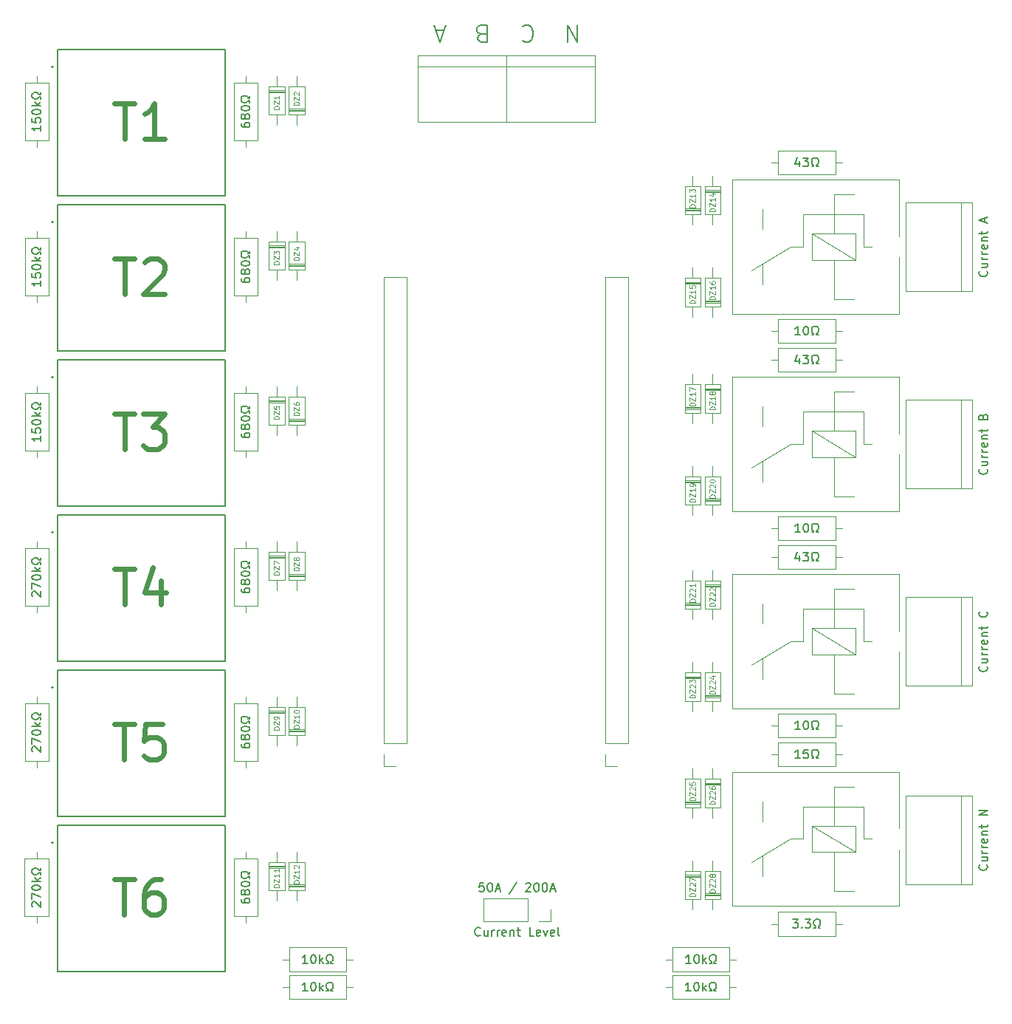
<source format=gbr>
%TF.GenerationSoftware,KiCad,Pcbnew,7.0.10*%
%TF.CreationDate,2024-03-05T20:19:53-03:00*%
%TF.ProjectId,board,626f6172-642e-46b6-9963-61645f706362,rev?*%
%TF.SameCoordinates,Original*%
%TF.FileFunction,Legend,Top*%
%TF.FilePolarity,Positive*%
%FSLAX46Y46*%
G04 Gerber Fmt 4.6, Leading zero omitted, Abs format (unit mm)*
G04 Created by KiCad (PCBNEW 7.0.10) date 2024-03-05 20:19:53*
%MOMM*%
%LPD*%
G01*
G04 APERTURE LIST*
%ADD10C,0.200000*%
%ADD11C,0.091200*%
%ADD12C,0.150000*%
%ADD13C,0.600000*%
%ADD14C,0.120000*%
%ADD15C,0.127000*%
G04 APERTURE END LIST*
D10*
X91292238Y-22707161D02*
X91292238Y-24707161D01*
X91292238Y-24707161D02*
X90149381Y-22707161D01*
X90149381Y-22707161D02*
X90149381Y-24707161D01*
X85006523Y-22897638D02*
X85101761Y-22802400D01*
X85101761Y-22802400D02*
X85387475Y-22707161D01*
X85387475Y-22707161D02*
X85577951Y-22707161D01*
X85577951Y-22707161D02*
X85863666Y-22802400D01*
X85863666Y-22802400D02*
X86054142Y-22992876D01*
X86054142Y-22992876D02*
X86149380Y-23183352D01*
X86149380Y-23183352D02*
X86244618Y-23564304D01*
X86244618Y-23564304D02*
X86244618Y-23850019D01*
X86244618Y-23850019D02*
X86149380Y-24230971D01*
X86149380Y-24230971D02*
X86054142Y-24421447D01*
X86054142Y-24421447D02*
X85863666Y-24611923D01*
X85863666Y-24611923D02*
X85577951Y-24707161D01*
X85577951Y-24707161D02*
X85387475Y-24707161D01*
X85387475Y-24707161D02*
X85101761Y-24611923D01*
X85101761Y-24611923D02*
X85006523Y-24516685D01*
D11*
X107088529Y-44054810D02*
X106480529Y-44054810D01*
X106480529Y-44054810D02*
X106480529Y-43910048D01*
X106480529Y-43910048D02*
X106509481Y-43823191D01*
X106509481Y-43823191D02*
X106567386Y-43765286D01*
X106567386Y-43765286D02*
X106625291Y-43736333D01*
X106625291Y-43736333D02*
X106741100Y-43707381D01*
X106741100Y-43707381D02*
X106827957Y-43707381D01*
X106827957Y-43707381D02*
X106943767Y-43736333D01*
X106943767Y-43736333D02*
X107001672Y-43765286D01*
X107001672Y-43765286D02*
X107059577Y-43823191D01*
X107059577Y-43823191D02*
X107088529Y-43910048D01*
X107088529Y-43910048D02*
X107088529Y-44054810D01*
X106480529Y-43504714D02*
X106480529Y-43099381D01*
X106480529Y-43099381D02*
X107088529Y-43504714D01*
X107088529Y-43504714D02*
X107088529Y-43099381D01*
X107088529Y-42549285D02*
X107088529Y-42896714D01*
X107088529Y-42723000D02*
X106480529Y-42723000D01*
X106480529Y-42723000D02*
X106567386Y-42780904D01*
X106567386Y-42780904D02*
X106625291Y-42838809D01*
X106625291Y-42838809D02*
X106654243Y-42896714D01*
X106683196Y-42028142D02*
X107088529Y-42028142D01*
X106451577Y-42172904D02*
X106885862Y-42317666D01*
X106885862Y-42317666D02*
X106885862Y-41941285D01*
D12*
X28819057Y-123753285D02*
X28771438Y-123705666D01*
X28771438Y-123705666D02*
X28723819Y-123610428D01*
X28723819Y-123610428D02*
X28723819Y-123372333D01*
X28723819Y-123372333D02*
X28771438Y-123277095D01*
X28771438Y-123277095D02*
X28819057Y-123229476D01*
X28819057Y-123229476D02*
X28914295Y-123181857D01*
X28914295Y-123181857D02*
X29009533Y-123181857D01*
X29009533Y-123181857D02*
X29152390Y-123229476D01*
X29152390Y-123229476D02*
X29723819Y-123800904D01*
X29723819Y-123800904D02*
X29723819Y-123181857D01*
X28723819Y-122848523D02*
X28723819Y-122181857D01*
X28723819Y-122181857D02*
X29723819Y-122610428D01*
X28723819Y-121610428D02*
X28723819Y-121515190D01*
X28723819Y-121515190D02*
X28771438Y-121419952D01*
X28771438Y-121419952D02*
X28819057Y-121372333D01*
X28819057Y-121372333D02*
X28914295Y-121324714D01*
X28914295Y-121324714D02*
X29104771Y-121277095D01*
X29104771Y-121277095D02*
X29342866Y-121277095D01*
X29342866Y-121277095D02*
X29533342Y-121324714D01*
X29533342Y-121324714D02*
X29628580Y-121372333D01*
X29628580Y-121372333D02*
X29676200Y-121419952D01*
X29676200Y-121419952D02*
X29723819Y-121515190D01*
X29723819Y-121515190D02*
X29723819Y-121610428D01*
X29723819Y-121610428D02*
X29676200Y-121705666D01*
X29676200Y-121705666D02*
X29628580Y-121753285D01*
X29628580Y-121753285D02*
X29533342Y-121800904D01*
X29533342Y-121800904D02*
X29342866Y-121848523D01*
X29342866Y-121848523D02*
X29104771Y-121848523D01*
X29104771Y-121848523D02*
X28914295Y-121800904D01*
X28914295Y-121800904D02*
X28819057Y-121753285D01*
X28819057Y-121753285D02*
X28771438Y-121705666D01*
X28771438Y-121705666D02*
X28723819Y-121610428D01*
X29723819Y-120848523D02*
X28723819Y-120848523D01*
X29342866Y-120753285D02*
X29723819Y-120467571D01*
X29057152Y-120467571D02*
X29438104Y-120848523D01*
X29723819Y-120086618D02*
X29723819Y-119848523D01*
X29723819Y-119848523D02*
X29533342Y-119848523D01*
X29533342Y-119848523D02*
X29485723Y-119943761D01*
X29485723Y-119943761D02*
X29390485Y-120038999D01*
X29390485Y-120038999D02*
X29247628Y-120086618D01*
X29247628Y-120086618D02*
X29009533Y-120086618D01*
X29009533Y-120086618D02*
X28866676Y-120038999D01*
X28866676Y-120038999D02*
X28771438Y-119943761D01*
X28771438Y-119943761D02*
X28723819Y-119800904D01*
X28723819Y-119800904D02*
X28723819Y-119610428D01*
X28723819Y-119610428D02*
X28771438Y-119467571D01*
X28771438Y-119467571D02*
X28866676Y-119372333D01*
X28866676Y-119372333D02*
X29009533Y-119324714D01*
X29009533Y-119324714D02*
X29247628Y-119324714D01*
X29247628Y-119324714D02*
X29390485Y-119372333D01*
X29390485Y-119372333D02*
X29485723Y-119467571D01*
X29485723Y-119467571D02*
X29533342Y-119562809D01*
X29533342Y-119562809D02*
X29723819Y-119562809D01*
X29723819Y-119562809D02*
X29723819Y-119324714D01*
D11*
X107088529Y-66787810D02*
X106480529Y-66787810D01*
X106480529Y-66787810D02*
X106480529Y-66643048D01*
X106480529Y-66643048D02*
X106509481Y-66556191D01*
X106509481Y-66556191D02*
X106567386Y-66498286D01*
X106567386Y-66498286D02*
X106625291Y-66469333D01*
X106625291Y-66469333D02*
X106741100Y-66440381D01*
X106741100Y-66440381D02*
X106827957Y-66440381D01*
X106827957Y-66440381D02*
X106943767Y-66469333D01*
X106943767Y-66469333D02*
X107001672Y-66498286D01*
X107001672Y-66498286D02*
X107059577Y-66556191D01*
X107059577Y-66556191D02*
X107088529Y-66643048D01*
X107088529Y-66643048D02*
X107088529Y-66787810D01*
X106480529Y-66237714D02*
X106480529Y-65832381D01*
X106480529Y-65832381D02*
X107088529Y-66237714D01*
X107088529Y-66237714D02*
X107088529Y-65832381D01*
X107088529Y-65282285D02*
X107088529Y-65629714D01*
X107088529Y-65456000D02*
X106480529Y-65456000D01*
X106480529Y-65456000D02*
X106567386Y-65513904D01*
X106567386Y-65513904D02*
X106625291Y-65571809D01*
X106625291Y-65571809D02*
X106654243Y-65629714D01*
X106741100Y-64934856D02*
X106712148Y-64992761D01*
X106712148Y-64992761D02*
X106683196Y-65021714D01*
X106683196Y-65021714D02*
X106625291Y-65050666D01*
X106625291Y-65050666D02*
X106596338Y-65050666D01*
X106596338Y-65050666D02*
X106538434Y-65021714D01*
X106538434Y-65021714D02*
X106509481Y-64992761D01*
X106509481Y-64992761D02*
X106480529Y-64934856D01*
X106480529Y-64934856D02*
X106480529Y-64819047D01*
X106480529Y-64819047D02*
X106509481Y-64761142D01*
X106509481Y-64761142D02*
X106538434Y-64732190D01*
X106538434Y-64732190D02*
X106596338Y-64703237D01*
X106596338Y-64703237D02*
X106625291Y-64703237D01*
X106625291Y-64703237D02*
X106683196Y-64732190D01*
X106683196Y-64732190D02*
X106712148Y-64761142D01*
X106712148Y-64761142D02*
X106741100Y-64819047D01*
X106741100Y-64819047D02*
X106741100Y-64934856D01*
X106741100Y-64934856D02*
X106770053Y-64992761D01*
X106770053Y-64992761D02*
X106799005Y-65021714D01*
X106799005Y-65021714D02*
X106856910Y-65050666D01*
X106856910Y-65050666D02*
X106972719Y-65050666D01*
X106972719Y-65050666D02*
X107030624Y-65021714D01*
X107030624Y-65021714D02*
X107059577Y-64992761D01*
X107059577Y-64992761D02*
X107088529Y-64934856D01*
X107088529Y-64934856D02*
X107088529Y-64819047D01*
X107088529Y-64819047D02*
X107059577Y-64761142D01*
X107059577Y-64761142D02*
X107030624Y-64732190D01*
X107030624Y-64732190D02*
X106972719Y-64703237D01*
X106972719Y-64703237D02*
X106856910Y-64703237D01*
X106856910Y-64703237D02*
X106799005Y-64732190D01*
X106799005Y-64732190D02*
X106770053Y-64761142D01*
X106770053Y-64761142D02*
X106741100Y-64819047D01*
X107088529Y-76872810D02*
X106480529Y-76872810D01*
X106480529Y-76872810D02*
X106480529Y-76728048D01*
X106480529Y-76728048D02*
X106509481Y-76641191D01*
X106509481Y-76641191D02*
X106567386Y-76583286D01*
X106567386Y-76583286D02*
X106625291Y-76554333D01*
X106625291Y-76554333D02*
X106741100Y-76525381D01*
X106741100Y-76525381D02*
X106827957Y-76525381D01*
X106827957Y-76525381D02*
X106943767Y-76554333D01*
X106943767Y-76554333D02*
X107001672Y-76583286D01*
X107001672Y-76583286D02*
X107059577Y-76641191D01*
X107059577Y-76641191D02*
X107088529Y-76728048D01*
X107088529Y-76728048D02*
X107088529Y-76872810D01*
X106480529Y-76322714D02*
X106480529Y-75917381D01*
X106480529Y-75917381D02*
X107088529Y-76322714D01*
X107088529Y-76322714D02*
X107088529Y-75917381D01*
X106538434Y-75714714D02*
X106509481Y-75685762D01*
X106509481Y-75685762D02*
X106480529Y-75627857D01*
X106480529Y-75627857D02*
X106480529Y-75483095D01*
X106480529Y-75483095D02*
X106509481Y-75425190D01*
X106509481Y-75425190D02*
X106538434Y-75396238D01*
X106538434Y-75396238D02*
X106596338Y-75367285D01*
X106596338Y-75367285D02*
X106654243Y-75367285D01*
X106654243Y-75367285D02*
X106741100Y-75396238D01*
X106741100Y-75396238D02*
X107088529Y-75743666D01*
X107088529Y-75743666D02*
X107088529Y-75367285D01*
X106480529Y-74990904D02*
X106480529Y-74932999D01*
X106480529Y-74932999D02*
X106509481Y-74875095D01*
X106509481Y-74875095D02*
X106538434Y-74846142D01*
X106538434Y-74846142D02*
X106596338Y-74817190D01*
X106596338Y-74817190D02*
X106712148Y-74788237D01*
X106712148Y-74788237D02*
X106856910Y-74788237D01*
X106856910Y-74788237D02*
X106972719Y-74817190D01*
X106972719Y-74817190D02*
X107030624Y-74846142D01*
X107030624Y-74846142D02*
X107059577Y-74875095D01*
X107059577Y-74875095D02*
X107088529Y-74932999D01*
X107088529Y-74932999D02*
X107088529Y-74990904D01*
X107088529Y-74990904D02*
X107059577Y-75048809D01*
X107059577Y-75048809D02*
X107030624Y-75077761D01*
X107030624Y-75077761D02*
X106972719Y-75106714D01*
X106972719Y-75106714D02*
X106856910Y-75135666D01*
X106856910Y-75135666D02*
X106712148Y-75135666D01*
X106712148Y-75135666D02*
X106596338Y-75106714D01*
X106596338Y-75106714D02*
X106538434Y-75077761D01*
X106538434Y-75077761D02*
X106509481Y-75048809D01*
X106509481Y-75048809D02*
X106480529Y-74990904D01*
D13*
X38239381Y-85068276D02*
X40525095Y-85068276D01*
X39382238Y-89068276D02*
X39382238Y-85068276D01*
X43572714Y-86401609D02*
X43572714Y-89068276D01*
X42620333Y-84877800D02*
X41667952Y-87734942D01*
X41667952Y-87734942D02*
X44144143Y-87734942D01*
D12*
X104321333Y-130248819D02*
X103749905Y-130248819D01*
X104035619Y-130248819D02*
X104035619Y-129248819D01*
X104035619Y-129248819D02*
X103940381Y-129391676D01*
X103940381Y-129391676D02*
X103845143Y-129486914D01*
X103845143Y-129486914D02*
X103749905Y-129534533D01*
X104940381Y-129248819D02*
X105035619Y-129248819D01*
X105035619Y-129248819D02*
X105130857Y-129296438D01*
X105130857Y-129296438D02*
X105178476Y-129344057D01*
X105178476Y-129344057D02*
X105226095Y-129439295D01*
X105226095Y-129439295D02*
X105273714Y-129629771D01*
X105273714Y-129629771D02*
X105273714Y-129867866D01*
X105273714Y-129867866D02*
X105226095Y-130058342D01*
X105226095Y-130058342D02*
X105178476Y-130153580D01*
X105178476Y-130153580D02*
X105130857Y-130201200D01*
X105130857Y-130201200D02*
X105035619Y-130248819D01*
X105035619Y-130248819D02*
X104940381Y-130248819D01*
X104940381Y-130248819D02*
X104845143Y-130201200D01*
X104845143Y-130201200D02*
X104797524Y-130153580D01*
X104797524Y-130153580D02*
X104749905Y-130058342D01*
X104749905Y-130058342D02*
X104702286Y-129867866D01*
X104702286Y-129867866D02*
X104702286Y-129629771D01*
X104702286Y-129629771D02*
X104749905Y-129439295D01*
X104749905Y-129439295D02*
X104797524Y-129344057D01*
X104797524Y-129344057D02*
X104845143Y-129296438D01*
X104845143Y-129296438D02*
X104940381Y-129248819D01*
X105702286Y-130248819D02*
X105702286Y-129248819D01*
X105797524Y-129867866D02*
X106083238Y-130248819D01*
X106083238Y-129582152D02*
X105702286Y-129963104D01*
X106464191Y-130248819D02*
X106702286Y-130248819D01*
X106702286Y-130248819D02*
X106702286Y-130058342D01*
X106702286Y-130058342D02*
X106607048Y-130010723D01*
X106607048Y-130010723D02*
X106511810Y-129915485D01*
X106511810Y-129915485D02*
X106464191Y-129772628D01*
X106464191Y-129772628D02*
X106464191Y-129534533D01*
X106464191Y-129534533D02*
X106511810Y-129391676D01*
X106511810Y-129391676D02*
X106607048Y-129296438D01*
X106607048Y-129296438D02*
X106749905Y-129248819D01*
X106749905Y-129248819D02*
X106940381Y-129248819D01*
X106940381Y-129248819D02*
X107083238Y-129296438D01*
X107083238Y-129296438D02*
X107178476Y-129391676D01*
X107178476Y-129391676D02*
X107226095Y-129534533D01*
X107226095Y-129534533D02*
X107226095Y-129772628D01*
X107226095Y-129772628D02*
X107178476Y-129915485D01*
X107178476Y-129915485D02*
X107083238Y-130010723D01*
X107083238Y-130010723D02*
X106988000Y-130058342D01*
X106988000Y-130058342D02*
X106988000Y-130248819D01*
X106988000Y-130248819D02*
X107226095Y-130248819D01*
X138250580Y-118942334D02*
X138298200Y-118989953D01*
X138298200Y-118989953D02*
X138345819Y-119132810D01*
X138345819Y-119132810D02*
X138345819Y-119228048D01*
X138345819Y-119228048D02*
X138298200Y-119370905D01*
X138298200Y-119370905D02*
X138202961Y-119466143D01*
X138202961Y-119466143D02*
X138107723Y-119513762D01*
X138107723Y-119513762D02*
X137917247Y-119561381D01*
X137917247Y-119561381D02*
X137774390Y-119561381D01*
X137774390Y-119561381D02*
X137583914Y-119513762D01*
X137583914Y-119513762D02*
X137488676Y-119466143D01*
X137488676Y-119466143D02*
X137393438Y-119370905D01*
X137393438Y-119370905D02*
X137345819Y-119228048D01*
X137345819Y-119228048D02*
X137345819Y-119132810D01*
X137345819Y-119132810D02*
X137393438Y-118989953D01*
X137393438Y-118989953D02*
X137441057Y-118942334D01*
X137679152Y-118085191D02*
X138345819Y-118085191D01*
X137679152Y-118513762D02*
X138202961Y-118513762D01*
X138202961Y-118513762D02*
X138298200Y-118466143D01*
X138298200Y-118466143D02*
X138345819Y-118370905D01*
X138345819Y-118370905D02*
X138345819Y-118228048D01*
X138345819Y-118228048D02*
X138298200Y-118132810D01*
X138298200Y-118132810D02*
X138250580Y-118085191D01*
X138345819Y-117609000D02*
X137679152Y-117609000D01*
X137869628Y-117609000D02*
X137774390Y-117561381D01*
X137774390Y-117561381D02*
X137726771Y-117513762D01*
X137726771Y-117513762D02*
X137679152Y-117418524D01*
X137679152Y-117418524D02*
X137679152Y-117323286D01*
X138345819Y-116989952D02*
X137679152Y-116989952D01*
X137869628Y-116989952D02*
X137774390Y-116942333D01*
X137774390Y-116942333D02*
X137726771Y-116894714D01*
X137726771Y-116894714D02*
X137679152Y-116799476D01*
X137679152Y-116799476D02*
X137679152Y-116704238D01*
X138298200Y-115989952D02*
X138345819Y-116085190D01*
X138345819Y-116085190D02*
X138345819Y-116275666D01*
X138345819Y-116275666D02*
X138298200Y-116370904D01*
X138298200Y-116370904D02*
X138202961Y-116418523D01*
X138202961Y-116418523D02*
X137822009Y-116418523D01*
X137822009Y-116418523D02*
X137726771Y-116370904D01*
X137726771Y-116370904D02*
X137679152Y-116275666D01*
X137679152Y-116275666D02*
X137679152Y-116085190D01*
X137679152Y-116085190D02*
X137726771Y-115989952D01*
X137726771Y-115989952D02*
X137822009Y-115942333D01*
X137822009Y-115942333D02*
X137917247Y-115942333D01*
X137917247Y-115942333D02*
X138012485Y-116418523D01*
X137679152Y-115513761D02*
X138345819Y-115513761D01*
X137774390Y-115513761D02*
X137726771Y-115466142D01*
X137726771Y-115466142D02*
X137679152Y-115370904D01*
X137679152Y-115370904D02*
X137679152Y-115228047D01*
X137679152Y-115228047D02*
X137726771Y-115132809D01*
X137726771Y-115132809D02*
X137822009Y-115085190D01*
X137822009Y-115085190D02*
X138345819Y-115085190D01*
X137679152Y-114751856D02*
X137679152Y-114370904D01*
X137345819Y-114608999D02*
X138202961Y-114608999D01*
X138202961Y-114608999D02*
X138298200Y-114561380D01*
X138298200Y-114561380D02*
X138345819Y-114466142D01*
X138345819Y-114466142D02*
X138345819Y-114370904D01*
X138345819Y-113275665D02*
X137345819Y-113275665D01*
X137345819Y-113275665D02*
X138345819Y-112704237D01*
X138345819Y-112704237D02*
X137345819Y-112704237D01*
D11*
X107088529Y-89266810D02*
X106480529Y-89266810D01*
X106480529Y-89266810D02*
X106480529Y-89122048D01*
X106480529Y-89122048D02*
X106509481Y-89035191D01*
X106509481Y-89035191D02*
X106567386Y-88977286D01*
X106567386Y-88977286D02*
X106625291Y-88948333D01*
X106625291Y-88948333D02*
X106741100Y-88919381D01*
X106741100Y-88919381D02*
X106827957Y-88919381D01*
X106827957Y-88919381D02*
X106943767Y-88948333D01*
X106943767Y-88948333D02*
X107001672Y-88977286D01*
X107001672Y-88977286D02*
X107059577Y-89035191D01*
X107059577Y-89035191D02*
X107088529Y-89122048D01*
X107088529Y-89122048D02*
X107088529Y-89266810D01*
X106480529Y-88716714D02*
X106480529Y-88311381D01*
X106480529Y-88311381D02*
X107088529Y-88716714D01*
X107088529Y-88716714D02*
X107088529Y-88311381D01*
X106538434Y-88108714D02*
X106509481Y-88079762D01*
X106509481Y-88079762D02*
X106480529Y-88021857D01*
X106480529Y-88021857D02*
X106480529Y-87877095D01*
X106480529Y-87877095D02*
X106509481Y-87819190D01*
X106509481Y-87819190D02*
X106538434Y-87790238D01*
X106538434Y-87790238D02*
X106596338Y-87761285D01*
X106596338Y-87761285D02*
X106654243Y-87761285D01*
X106654243Y-87761285D02*
X106741100Y-87790238D01*
X106741100Y-87790238D02*
X107088529Y-88137666D01*
X107088529Y-88137666D02*
X107088529Y-87761285D01*
X106538434Y-87529666D02*
X106509481Y-87500714D01*
X106509481Y-87500714D02*
X106480529Y-87442809D01*
X106480529Y-87442809D02*
X106480529Y-87298047D01*
X106480529Y-87298047D02*
X106509481Y-87240142D01*
X106509481Y-87240142D02*
X106538434Y-87211190D01*
X106538434Y-87211190D02*
X106596338Y-87182237D01*
X106596338Y-87182237D02*
X106654243Y-87182237D01*
X106654243Y-87182237D02*
X106741100Y-87211190D01*
X106741100Y-87211190D02*
X107088529Y-87558618D01*
X107088529Y-87558618D02*
X107088529Y-87182237D01*
X104802529Y-111543810D02*
X104194529Y-111543810D01*
X104194529Y-111543810D02*
X104194529Y-111399048D01*
X104194529Y-111399048D02*
X104223481Y-111312191D01*
X104223481Y-111312191D02*
X104281386Y-111254286D01*
X104281386Y-111254286D02*
X104339291Y-111225333D01*
X104339291Y-111225333D02*
X104455100Y-111196381D01*
X104455100Y-111196381D02*
X104541957Y-111196381D01*
X104541957Y-111196381D02*
X104657767Y-111225333D01*
X104657767Y-111225333D02*
X104715672Y-111254286D01*
X104715672Y-111254286D02*
X104773577Y-111312191D01*
X104773577Y-111312191D02*
X104802529Y-111399048D01*
X104802529Y-111399048D02*
X104802529Y-111543810D01*
X104194529Y-110993714D02*
X104194529Y-110588381D01*
X104194529Y-110588381D02*
X104802529Y-110993714D01*
X104802529Y-110993714D02*
X104802529Y-110588381D01*
X104252434Y-110385714D02*
X104223481Y-110356762D01*
X104223481Y-110356762D02*
X104194529Y-110298857D01*
X104194529Y-110298857D02*
X104194529Y-110154095D01*
X104194529Y-110154095D02*
X104223481Y-110096190D01*
X104223481Y-110096190D02*
X104252434Y-110067238D01*
X104252434Y-110067238D02*
X104310338Y-110038285D01*
X104310338Y-110038285D02*
X104368243Y-110038285D01*
X104368243Y-110038285D02*
X104455100Y-110067238D01*
X104455100Y-110067238D02*
X104802529Y-110414666D01*
X104802529Y-110414666D02*
X104802529Y-110038285D01*
X104194529Y-109488190D02*
X104194529Y-109777714D01*
X104194529Y-109777714D02*
X104484053Y-109806666D01*
X104484053Y-109806666D02*
X104455100Y-109777714D01*
X104455100Y-109777714D02*
X104426148Y-109719809D01*
X104426148Y-109719809D02*
X104426148Y-109575047D01*
X104426148Y-109575047D02*
X104455100Y-109517142D01*
X104455100Y-109517142D02*
X104484053Y-109488190D01*
X104484053Y-109488190D02*
X104541957Y-109459237D01*
X104541957Y-109459237D02*
X104686719Y-109459237D01*
X104686719Y-109459237D02*
X104744624Y-109488190D01*
X104744624Y-109488190D02*
X104773577Y-109517142D01*
X104773577Y-109517142D02*
X104802529Y-109575047D01*
X104802529Y-109575047D02*
X104802529Y-109719809D01*
X104802529Y-109719809D02*
X104773577Y-109777714D01*
X104773577Y-109777714D02*
X104744624Y-109806666D01*
D12*
X60360333Y-130248819D02*
X59788905Y-130248819D01*
X60074619Y-130248819D02*
X60074619Y-129248819D01*
X60074619Y-129248819D02*
X59979381Y-129391676D01*
X59979381Y-129391676D02*
X59884143Y-129486914D01*
X59884143Y-129486914D02*
X59788905Y-129534533D01*
X60979381Y-129248819D02*
X61074619Y-129248819D01*
X61074619Y-129248819D02*
X61169857Y-129296438D01*
X61169857Y-129296438D02*
X61217476Y-129344057D01*
X61217476Y-129344057D02*
X61265095Y-129439295D01*
X61265095Y-129439295D02*
X61312714Y-129629771D01*
X61312714Y-129629771D02*
X61312714Y-129867866D01*
X61312714Y-129867866D02*
X61265095Y-130058342D01*
X61265095Y-130058342D02*
X61217476Y-130153580D01*
X61217476Y-130153580D02*
X61169857Y-130201200D01*
X61169857Y-130201200D02*
X61074619Y-130248819D01*
X61074619Y-130248819D02*
X60979381Y-130248819D01*
X60979381Y-130248819D02*
X60884143Y-130201200D01*
X60884143Y-130201200D02*
X60836524Y-130153580D01*
X60836524Y-130153580D02*
X60788905Y-130058342D01*
X60788905Y-130058342D02*
X60741286Y-129867866D01*
X60741286Y-129867866D02*
X60741286Y-129629771D01*
X60741286Y-129629771D02*
X60788905Y-129439295D01*
X60788905Y-129439295D02*
X60836524Y-129344057D01*
X60836524Y-129344057D02*
X60884143Y-129296438D01*
X60884143Y-129296438D02*
X60979381Y-129248819D01*
X61741286Y-130248819D02*
X61741286Y-129248819D01*
X61836524Y-129867866D02*
X62122238Y-130248819D01*
X62122238Y-129582152D02*
X61741286Y-129963104D01*
X62503191Y-130248819D02*
X62741286Y-130248819D01*
X62741286Y-130248819D02*
X62741286Y-130058342D01*
X62741286Y-130058342D02*
X62646048Y-130010723D01*
X62646048Y-130010723D02*
X62550810Y-129915485D01*
X62550810Y-129915485D02*
X62503191Y-129772628D01*
X62503191Y-129772628D02*
X62503191Y-129534533D01*
X62503191Y-129534533D02*
X62550810Y-129391676D01*
X62550810Y-129391676D02*
X62646048Y-129296438D01*
X62646048Y-129296438D02*
X62788905Y-129248819D01*
X62788905Y-129248819D02*
X62979381Y-129248819D01*
X62979381Y-129248819D02*
X63122238Y-129296438D01*
X63122238Y-129296438D02*
X63217476Y-129391676D01*
X63217476Y-129391676D02*
X63265095Y-129534533D01*
X63265095Y-129534533D02*
X63265095Y-129772628D01*
X63265095Y-129772628D02*
X63217476Y-129915485D01*
X63217476Y-129915485D02*
X63122238Y-130010723D01*
X63122238Y-130010723D02*
X63027000Y-130058342D01*
X63027000Y-130058342D02*
X63027000Y-130248819D01*
X63027000Y-130248819D02*
X63265095Y-130248819D01*
D11*
X104802529Y-77328810D02*
X104194529Y-77328810D01*
X104194529Y-77328810D02*
X104194529Y-77184048D01*
X104194529Y-77184048D02*
X104223481Y-77097191D01*
X104223481Y-77097191D02*
X104281386Y-77039286D01*
X104281386Y-77039286D02*
X104339291Y-77010333D01*
X104339291Y-77010333D02*
X104455100Y-76981381D01*
X104455100Y-76981381D02*
X104541957Y-76981381D01*
X104541957Y-76981381D02*
X104657767Y-77010333D01*
X104657767Y-77010333D02*
X104715672Y-77039286D01*
X104715672Y-77039286D02*
X104773577Y-77097191D01*
X104773577Y-77097191D02*
X104802529Y-77184048D01*
X104802529Y-77184048D02*
X104802529Y-77328810D01*
X104194529Y-76778714D02*
X104194529Y-76373381D01*
X104194529Y-76373381D02*
X104802529Y-76778714D01*
X104802529Y-76778714D02*
X104802529Y-76373381D01*
X104802529Y-75823285D02*
X104802529Y-76170714D01*
X104802529Y-75997000D02*
X104194529Y-75997000D01*
X104194529Y-75997000D02*
X104281386Y-76054904D01*
X104281386Y-76054904D02*
X104339291Y-76112809D01*
X104339291Y-76112809D02*
X104368243Y-76170714D01*
X104802529Y-75533761D02*
X104802529Y-75417952D01*
X104802529Y-75417952D02*
X104773577Y-75360047D01*
X104773577Y-75360047D02*
X104744624Y-75331095D01*
X104744624Y-75331095D02*
X104657767Y-75273190D01*
X104657767Y-75273190D02*
X104541957Y-75244237D01*
X104541957Y-75244237D02*
X104310338Y-75244237D01*
X104310338Y-75244237D02*
X104252434Y-75273190D01*
X104252434Y-75273190D02*
X104223481Y-75302142D01*
X104223481Y-75302142D02*
X104194529Y-75360047D01*
X104194529Y-75360047D02*
X104194529Y-75475856D01*
X104194529Y-75475856D02*
X104223481Y-75533761D01*
X104223481Y-75533761D02*
X104252434Y-75562714D01*
X104252434Y-75562714D02*
X104310338Y-75591666D01*
X104310338Y-75591666D02*
X104455100Y-75591666D01*
X104455100Y-75591666D02*
X104513005Y-75562714D01*
X104513005Y-75562714D02*
X104541957Y-75533761D01*
X104541957Y-75533761D02*
X104570910Y-75475856D01*
X104570910Y-75475856D02*
X104570910Y-75360047D01*
X104570910Y-75360047D02*
X104541957Y-75302142D01*
X104541957Y-75302142D02*
X104513005Y-75273190D01*
X104513005Y-75273190D02*
X104455100Y-75244237D01*
X107088529Y-99351810D02*
X106480529Y-99351810D01*
X106480529Y-99351810D02*
X106480529Y-99207048D01*
X106480529Y-99207048D02*
X106509481Y-99120191D01*
X106509481Y-99120191D02*
X106567386Y-99062286D01*
X106567386Y-99062286D02*
X106625291Y-99033333D01*
X106625291Y-99033333D02*
X106741100Y-99004381D01*
X106741100Y-99004381D02*
X106827957Y-99004381D01*
X106827957Y-99004381D02*
X106943767Y-99033333D01*
X106943767Y-99033333D02*
X107001672Y-99062286D01*
X107001672Y-99062286D02*
X107059577Y-99120191D01*
X107059577Y-99120191D02*
X107088529Y-99207048D01*
X107088529Y-99207048D02*
X107088529Y-99351810D01*
X106480529Y-98801714D02*
X106480529Y-98396381D01*
X106480529Y-98396381D02*
X107088529Y-98801714D01*
X107088529Y-98801714D02*
X107088529Y-98396381D01*
X106538434Y-98193714D02*
X106509481Y-98164762D01*
X106509481Y-98164762D02*
X106480529Y-98106857D01*
X106480529Y-98106857D02*
X106480529Y-97962095D01*
X106480529Y-97962095D02*
X106509481Y-97904190D01*
X106509481Y-97904190D02*
X106538434Y-97875238D01*
X106538434Y-97875238D02*
X106596338Y-97846285D01*
X106596338Y-97846285D02*
X106654243Y-97846285D01*
X106654243Y-97846285D02*
X106741100Y-97875238D01*
X106741100Y-97875238D02*
X107088529Y-98222666D01*
X107088529Y-98222666D02*
X107088529Y-97846285D01*
X106683196Y-97325142D02*
X107088529Y-97325142D01*
X106451577Y-97469904D02*
X106885862Y-97614666D01*
X106885862Y-97614666D02*
X106885862Y-97238285D01*
X59390529Y-31879286D02*
X58782529Y-31879286D01*
X58782529Y-31879286D02*
X58782529Y-31734524D01*
X58782529Y-31734524D02*
X58811481Y-31647667D01*
X58811481Y-31647667D02*
X58869386Y-31589762D01*
X58869386Y-31589762D02*
X58927291Y-31560809D01*
X58927291Y-31560809D02*
X59043100Y-31531857D01*
X59043100Y-31531857D02*
X59129957Y-31531857D01*
X59129957Y-31531857D02*
X59245767Y-31560809D01*
X59245767Y-31560809D02*
X59303672Y-31589762D01*
X59303672Y-31589762D02*
X59361577Y-31647667D01*
X59361577Y-31647667D02*
X59390529Y-31734524D01*
X59390529Y-31734524D02*
X59390529Y-31879286D01*
X58782529Y-31329190D02*
X58782529Y-30923857D01*
X58782529Y-30923857D02*
X59390529Y-31329190D01*
X59390529Y-31329190D02*
X59390529Y-30923857D01*
X58840434Y-30721190D02*
X58811481Y-30692238D01*
X58811481Y-30692238D02*
X58782529Y-30634333D01*
X58782529Y-30634333D02*
X58782529Y-30489571D01*
X58782529Y-30489571D02*
X58811481Y-30431666D01*
X58811481Y-30431666D02*
X58840434Y-30402714D01*
X58840434Y-30402714D02*
X58898338Y-30373761D01*
X58898338Y-30373761D02*
X58956243Y-30373761D01*
X58956243Y-30373761D02*
X59043100Y-30402714D01*
X59043100Y-30402714D02*
X59390529Y-30750142D01*
X59390529Y-30750142D02*
X59390529Y-30373761D01*
X57104529Y-85675286D02*
X56496529Y-85675286D01*
X56496529Y-85675286D02*
X56496529Y-85530524D01*
X56496529Y-85530524D02*
X56525481Y-85443667D01*
X56525481Y-85443667D02*
X56583386Y-85385762D01*
X56583386Y-85385762D02*
X56641291Y-85356809D01*
X56641291Y-85356809D02*
X56757100Y-85327857D01*
X56757100Y-85327857D02*
X56843957Y-85327857D01*
X56843957Y-85327857D02*
X56959767Y-85356809D01*
X56959767Y-85356809D02*
X57017672Y-85385762D01*
X57017672Y-85385762D02*
X57075577Y-85443667D01*
X57075577Y-85443667D02*
X57104529Y-85530524D01*
X57104529Y-85530524D02*
X57104529Y-85675286D01*
X56496529Y-85125190D02*
X56496529Y-84719857D01*
X56496529Y-84719857D02*
X57104529Y-85125190D01*
X57104529Y-85125190D02*
X57104529Y-84719857D01*
X56496529Y-84546142D02*
X56496529Y-84140809D01*
X56496529Y-84140809D02*
X57104529Y-84401380D01*
X104802529Y-54595810D02*
X104194529Y-54595810D01*
X104194529Y-54595810D02*
X104194529Y-54451048D01*
X104194529Y-54451048D02*
X104223481Y-54364191D01*
X104223481Y-54364191D02*
X104281386Y-54306286D01*
X104281386Y-54306286D02*
X104339291Y-54277333D01*
X104339291Y-54277333D02*
X104455100Y-54248381D01*
X104455100Y-54248381D02*
X104541957Y-54248381D01*
X104541957Y-54248381D02*
X104657767Y-54277333D01*
X104657767Y-54277333D02*
X104715672Y-54306286D01*
X104715672Y-54306286D02*
X104773577Y-54364191D01*
X104773577Y-54364191D02*
X104802529Y-54451048D01*
X104802529Y-54451048D02*
X104802529Y-54595810D01*
X104194529Y-54045714D02*
X104194529Y-53640381D01*
X104194529Y-53640381D02*
X104802529Y-54045714D01*
X104802529Y-54045714D02*
X104802529Y-53640381D01*
X104802529Y-53090285D02*
X104802529Y-53437714D01*
X104802529Y-53264000D02*
X104194529Y-53264000D01*
X104194529Y-53264000D02*
X104281386Y-53321904D01*
X104281386Y-53321904D02*
X104339291Y-53379809D01*
X104339291Y-53379809D02*
X104368243Y-53437714D01*
X104194529Y-52540190D02*
X104194529Y-52829714D01*
X104194529Y-52829714D02*
X104484053Y-52858666D01*
X104484053Y-52858666D02*
X104455100Y-52829714D01*
X104455100Y-52829714D02*
X104426148Y-52771809D01*
X104426148Y-52771809D02*
X104426148Y-52627047D01*
X104426148Y-52627047D02*
X104455100Y-52569142D01*
X104455100Y-52569142D02*
X104484053Y-52540190D01*
X104484053Y-52540190D02*
X104541957Y-52511237D01*
X104541957Y-52511237D02*
X104686719Y-52511237D01*
X104686719Y-52511237D02*
X104744624Y-52540190D01*
X104744624Y-52540190D02*
X104773577Y-52569142D01*
X104773577Y-52569142D02*
X104802529Y-52627047D01*
X104802529Y-52627047D02*
X104802529Y-52771809D01*
X104802529Y-52771809D02*
X104773577Y-52829714D01*
X104773577Y-52829714D02*
X104744624Y-52858666D01*
D12*
X138250580Y-96185524D02*
X138298200Y-96233143D01*
X138298200Y-96233143D02*
X138345819Y-96376000D01*
X138345819Y-96376000D02*
X138345819Y-96471238D01*
X138345819Y-96471238D02*
X138298200Y-96614095D01*
X138298200Y-96614095D02*
X138202961Y-96709333D01*
X138202961Y-96709333D02*
X138107723Y-96756952D01*
X138107723Y-96756952D02*
X137917247Y-96804571D01*
X137917247Y-96804571D02*
X137774390Y-96804571D01*
X137774390Y-96804571D02*
X137583914Y-96756952D01*
X137583914Y-96756952D02*
X137488676Y-96709333D01*
X137488676Y-96709333D02*
X137393438Y-96614095D01*
X137393438Y-96614095D02*
X137345819Y-96471238D01*
X137345819Y-96471238D02*
X137345819Y-96376000D01*
X137345819Y-96376000D02*
X137393438Y-96233143D01*
X137393438Y-96233143D02*
X137441057Y-96185524D01*
X137679152Y-95328381D02*
X138345819Y-95328381D01*
X137679152Y-95756952D02*
X138202961Y-95756952D01*
X138202961Y-95756952D02*
X138298200Y-95709333D01*
X138298200Y-95709333D02*
X138345819Y-95614095D01*
X138345819Y-95614095D02*
X138345819Y-95471238D01*
X138345819Y-95471238D02*
X138298200Y-95376000D01*
X138298200Y-95376000D02*
X138250580Y-95328381D01*
X138345819Y-94852190D02*
X137679152Y-94852190D01*
X137869628Y-94852190D02*
X137774390Y-94804571D01*
X137774390Y-94804571D02*
X137726771Y-94756952D01*
X137726771Y-94756952D02*
X137679152Y-94661714D01*
X137679152Y-94661714D02*
X137679152Y-94566476D01*
X138345819Y-94233142D02*
X137679152Y-94233142D01*
X137869628Y-94233142D02*
X137774390Y-94185523D01*
X137774390Y-94185523D02*
X137726771Y-94137904D01*
X137726771Y-94137904D02*
X137679152Y-94042666D01*
X137679152Y-94042666D02*
X137679152Y-93947428D01*
X138298200Y-93233142D02*
X138345819Y-93328380D01*
X138345819Y-93328380D02*
X138345819Y-93518856D01*
X138345819Y-93518856D02*
X138298200Y-93614094D01*
X138298200Y-93614094D02*
X138202961Y-93661713D01*
X138202961Y-93661713D02*
X137822009Y-93661713D01*
X137822009Y-93661713D02*
X137726771Y-93614094D01*
X137726771Y-93614094D02*
X137679152Y-93518856D01*
X137679152Y-93518856D02*
X137679152Y-93328380D01*
X137679152Y-93328380D02*
X137726771Y-93233142D01*
X137726771Y-93233142D02*
X137822009Y-93185523D01*
X137822009Y-93185523D02*
X137917247Y-93185523D01*
X137917247Y-93185523D02*
X138012485Y-93661713D01*
X137679152Y-92756951D02*
X138345819Y-92756951D01*
X137774390Y-92756951D02*
X137726771Y-92709332D01*
X137726771Y-92709332D02*
X137679152Y-92614094D01*
X137679152Y-92614094D02*
X137679152Y-92471237D01*
X137679152Y-92471237D02*
X137726771Y-92375999D01*
X137726771Y-92375999D02*
X137822009Y-92328380D01*
X137822009Y-92328380D02*
X138345819Y-92328380D01*
X137679152Y-91995046D02*
X137679152Y-91614094D01*
X137345819Y-91852189D02*
X138202961Y-91852189D01*
X138202961Y-91852189D02*
X138298200Y-91804570D01*
X138298200Y-91804570D02*
X138345819Y-91709332D01*
X138345819Y-91709332D02*
X138345819Y-91614094D01*
X138250580Y-89947427D02*
X138298200Y-89995046D01*
X138298200Y-89995046D02*
X138345819Y-90137903D01*
X138345819Y-90137903D02*
X138345819Y-90233141D01*
X138345819Y-90233141D02*
X138298200Y-90375998D01*
X138298200Y-90375998D02*
X138202961Y-90471236D01*
X138202961Y-90471236D02*
X138107723Y-90518855D01*
X138107723Y-90518855D02*
X137917247Y-90566474D01*
X137917247Y-90566474D02*
X137774390Y-90566474D01*
X137774390Y-90566474D02*
X137583914Y-90518855D01*
X137583914Y-90518855D02*
X137488676Y-90471236D01*
X137488676Y-90471236D02*
X137393438Y-90375998D01*
X137393438Y-90375998D02*
X137345819Y-90233141D01*
X137345819Y-90233141D02*
X137345819Y-90137903D01*
X137345819Y-90137903D02*
X137393438Y-89995046D01*
X137393438Y-89995046D02*
X137441057Y-89947427D01*
D13*
X38229381Y-49508276D02*
X40515095Y-49508276D01*
X39372238Y-53508276D02*
X39372238Y-49508276D01*
X41657952Y-49889228D02*
X41848428Y-49698752D01*
X41848428Y-49698752D02*
X42229381Y-49508276D01*
X42229381Y-49508276D02*
X43181762Y-49508276D01*
X43181762Y-49508276D02*
X43562714Y-49698752D01*
X43562714Y-49698752D02*
X43753190Y-49889228D01*
X43753190Y-49889228D02*
X43943667Y-50270180D01*
X43943667Y-50270180D02*
X43943667Y-50651133D01*
X43943667Y-50651133D02*
X43753190Y-51222561D01*
X43753190Y-51222561D02*
X41467476Y-53508276D01*
X41467476Y-53508276D02*
X43943667Y-53508276D01*
X38239381Y-67288276D02*
X40525095Y-67288276D01*
X39382238Y-71288276D02*
X39382238Y-67288276D01*
X41477476Y-67288276D02*
X43953667Y-67288276D01*
X43953667Y-67288276D02*
X42620333Y-68812085D01*
X42620333Y-68812085D02*
X43191762Y-68812085D01*
X43191762Y-68812085D02*
X43572714Y-69002561D01*
X43572714Y-69002561D02*
X43763190Y-69193038D01*
X43763190Y-69193038D02*
X43953667Y-69573990D01*
X43953667Y-69573990D02*
X43953667Y-70526371D01*
X43953667Y-70526371D02*
X43763190Y-70907323D01*
X43763190Y-70907323D02*
X43572714Y-71097800D01*
X43572714Y-71097800D02*
X43191762Y-71288276D01*
X43191762Y-71288276D02*
X42048905Y-71288276D01*
X42048905Y-71288276D02*
X41667952Y-71097800D01*
X41667952Y-71097800D02*
X41477476Y-70907323D01*
D12*
X138250580Y-73579524D02*
X138298200Y-73627143D01*
X138298200Y-73627143D02*
X138345819Y-73770000D01*
X138345819Y-73770000D02*
X138345819Y-73865238D01*
X138345819Y-73865238D02*
X138298200Y-74008095D01*
X138298200Y-74008095D02*
X138202961Y-74103333D01*
X138202961Y-74103333D02*
X138107723Y-74150952D01*
X138107723Y-74150952D02*
X137917247Y-74198571D01*
X137917247Y-74198571D02*
X137774390Y-74198571D01*
X137774390Y-74198571D02*
X137583914Y-74150952D01*
X137583914Y-74150952D02*
X137488676Y-74103333D01*
X137488676Y-74103333D02*
X137393438Y-74008095D01*
X137393438Y-74008095D02*
X137345819Y-73865238D01*
X137345819Y-73865238D02*
X137345819Y-73770000D01*
X137345819Y-73770000D02*
X137393438Y-73627143D01*
X137393438Y-73627143D02*
X137441057Y-73579524D01*
X137679152Y-72722381D02*
X138345819Y-72722381D01*
X137679152Y-73150952D02*
X138202961Y-73150952D01*
X138202961Y-73150952D02*
X138298200Y-73103333D01*
X138298200Y-73103333D02*
X138345819Y-73008095D01*
X138345819Y-73008095D02*
X138345819Y-72865238D01*
X138345819Y-72865238D02*
X138298200Y-72770000D01*
X138298200Y-72770000D02*
X138250580Y-72722381D01*
X138345819Y-72246190D02*
X137679152Y-72246190D01*
X137869628Y-72246190D02*
X137774390Y-72198571D01*
X137774390Y-72198571D02*
X137726771Y-72150952D01*
X137726771Y-72150952D02*
X137679152Y-72055714D01*
X137679152Y-72055714D02*
X137679152Y-71960476D01*
X138345819Y-71627142D02*
X137679152Y-71627142D01*
X137869628Y-71627142D02*
X137774390Y-71579523D01*
X137774390Y-71579523D02*
X137726771Y-71531904D01*
X137726771Y-71531904D02*
X137679152Y-71436666D01*
X137679152Y-71436666D02*
X137679152Y-71341428D01*
X138298200Y-70627142D02*
X138345819Y-70722380D01*
X138345819Y-70722380D02*
X138345819Y-70912856D01*
X138345819Y-70912856D02*
X138298200Y-71008094D01*
X138298200Y-71008094D02*
X138202961Y-71055713D01*
X138202961Y-71055713D02*
X137822009Y-71055713D01*
X137822009Y-71055713D02*
X137726771Y-71008094D01*
X137726771Y-71008094D02*
X137679152Y-70912856D01*
X137679152Y-70912856D02*
X137679152Y-70722380D01*
X137679152Y-70722380D02*
X137726771Y-70627142D01*
X137726771Y-70627142D02*
X137822009Y-70579523D01*
X137822009Y-70579523D02*
X137917247Y-70579523D01*
X137917247Y-70579523D02*
X138012485Y-71055713D01*
X137679152Y-70150951D02*
X138345819Y-70150951D01*
X137774390Y-70150951D02*
X137726771Y-70103332D01*
X137726771Y-70103332D02*
X137679152Y-70008094D01*
X137679152Y-70008094D02*
X137679152Y-69865237D01*
X137679152Y-69865237D02*
X137726771Y-69769999D01*
X137726771Y-69769999D02*
X137822009Y-69722380D01*
X137822009Y-69722380D02*
X138345819Y-69722380D01*
X137679152Y-69389046D02*
X137679152Y-69008094D01*
X137345819Y-69246189D02*
X138202961Y-69246189D01*
X138202961Y-69246189D02*
X138298200Y-69198570D01*
X138298200Y-69198570D02*
X138345819Y-69103332D01*
X138345819Y-69103332D02*
X138345819Y-69008094D01*
X137822009Y-67579522D02*
X137869628Y-67436665D01*
X137869628Y-67436665D02*
X137917247Y-67389046D01*
X137917247Y-67389046D02*
X138012485Y-67341427D01*
X138012485Y-67341427D02*
X138155342Y-67341427D01*
X138155342Y-67341427D02*
X138250580Y-67389046D01*
X138250580Y-67389046D02*
X138298200Y-67436665D01*
X138298200Y-67436665D02*
X138345819Y-67531903D01*
X138345819Y-67531903D02*
X138345819Y-67912855D01*
X138345819Y-67912855D02*
X137345819Y-67912855D01*
X137345819Y-67912855D02*
X137345819Y-67579522D01*
X137345819Y-67579522D02*
X137393438Y-67484284D01*
X137393438Y-67484284D02*
X137441057Y-67436665D01*
X137441057Y-67436665D02*
X137536295Y-67389046D01*
X137536295Y-67389046D02*
X137631533Y-67389046D01*
X137631533Y-67389046D02*
X137726771Y-67436665D01*
X137726771Y-67436665D02*
X137774390Y-67484284D01*
X137774390Y-67484284D02*
X137822009Y-67579522D01*
X137822009Y-67579522D02*
X137822009Y-67912855D01*
D11*
X104802529Y-43598810D02*
X104194529Y-43598810D01*
X104194529Y-43598810D02*
X104194529Y-43454048D01*
X104194529Y-43454048D02*
X104223481Y-43367191D01*
X104223481Y-43367191D02*
X104281386Y-43309286D01*
X104281386Y-43309286D02*
X104339291Y-43280333D01*
X104339291Y-43280333D02*
X104455100Y-43251381D01*
X104455100Y-43251381D02*
X104541957Y-43251381D01*
X104541957Y-43251381D02*
X104657767Y-43280333D01*
X104657767Y-43280333D02*
X104715672Y-43309286D01*
X104715672Y-43309286D02*
X104773577Y-43367191D01*
X104773577Y-43367191D02*
X104802529Y-43454048D01*
X104802529Y-43454048D02*
X104802529Y-43598810D01*
X104194529Y-43048714D02*
X104194529Y-42643381D01*
X104194529Y-42643381D02*
X104802529Y-43048714D01*
X104802529Y-43048714D02*
X104802529Y-42643381D01*
X104802529Y-42093285D02*
X104802529Y-42440714D01*
X104802529Y-42267000D02*
X104194529Y-42267000D01*
X104194529Y-42267000D02*
X104281386Y-42324904D01*
X104281386Y-42324904D02*
X104339291Y-42382809D01*
X104339291Y-42382809D02*
X104368243Y-42440714D01*
X104194529Y-41890618D02*
X104194529Y-41514237D01*
X104194529Y-41514237D02*
X104426148Y-41716904D01*
X104426148Y-41716904D02*
X104426148Y-41630047D01*
X104426148Y-41630047D02*
X104455100Y-41572142D01*
X104455100Y-41572142D02*
X104484053Y-41543190D01*
X104484053Y-41543190D02*
X104541957Y-41514237D01*
X104541957Y-41514237D02*
X104686719Y-41514237D01*
X104686719Y-41514237D02*
X104744624Y-41543190D01*
X104744624Y-41543190D02*
X104773577Y-41572142D01*
X104773577Y-41572142D02*
X104802529Y-41630047D01*
X104802529Y-41630047D02*
X104802529Y-41803761D01*
X104802529Y-41803761D02*
X104773577Y-41861666D01*
X104773577Y-41861666D02*
X104744624Y-41890618D01*
D12*
X116749857Y-83481152D02*
X116749857Y-84147819D01*
X116511762Y-83100200D02*
X116273667Y-83814485D01*
X116273667Y-83814485D02*
X116892714Y-83814485D01*
X117178429Y-83147819D02*
X117797476Y-83147819D01*
X117797476Y-83147819D02*
X117464143Y-83528771D01*
X117464143Y-83528771D02*
X117607000Y-83528771D01*
X117607000Y-83528771D02*
X117702238Y-83576390D01*
X117702238Y-83576390D02*
X117749857Y-83624009D01*
X117749857Y-83624009D02*
X117797476Y-83719247D01*
X117797476Y-83719247D02*
X117797476Y-83957342D01*
X117797476Y-83957342D02*
X117749857Y-84052580D01*
X117749857Y-84052580D02*
X117702238Y-84100200D01*
X117702238Y-84100200D02*
X117607000Y-84147819D01*
X117607000Y-84147819D02*
X117321286Y-84147819D01*
X117321286Y-84147819D02*
X117226048Y-84100200D01*
X117226048Y-84100200D02*
X117178429Y-84052580D01*
X118178429Y-84147819D02*
X118416524Y-84147819D01*
X118416524Y-84147819D02*
X118416524Y-83957342D01*
X118416524Y-83957342D02*
X118321286Y-83909723D01*
X118321286Y-83909723D02*
X118226048Y-83814485D01*
X118226048Y-83814485D02*
X118178429Y-83671628D01*
X118178429Y-83671628D02*
X118178429Y-83433533D01*
X118178429Y-83433533D02*
X118226048Y-83290676D01*
X118226048Y-83290676D02*
X118321286Y-83195438D01*
X118321286Y-83195438D02*
X118464143Y-83147819D01*
X118464143Y-83147819D02*
X118654619Y-83147819D01*
X118654619Y-83147819D02*
X118797476Y-83195438D01*
X118797476Y-83195438D02*
X118892714Y-83290676D01*
X118892714Y-83290676D02*
X118940333Y-83433533D01*
X118940333Y-83433533D02*
X118940333Y-83671628D01*
X118940333Y-83671628D02*
X118892714Y-83814485D01*
X118892714Y-83814485D02*
X118797476Y-83909723D01*
X118797476Y-83909723D02*
X118702238Y-83957342D01*
X118702238Y-83957342D02*
X118702238Y-84147819D01*
X118702238Y-84147819D02*
X118940333Y-84147819D01*
X28837057Y-88193285D02*
X28789438Y-88145666D01*
X28789438Y-88145666D02*
X28741819Y-88050428D01*
X28741819Y-88050428D02*
X28741819Y-87812333D01*
X28741819Y-87812333D02*
X28789438Y-87717095D01*
X28789438Y-87717095D02*
X28837057Y-87669476D01*
X28837057Y-87669476D02*
X28932295Y-87621857D01*
X28932295Y-87621857D02*
X29027533Y-87621857D01*
X29027533Y-87621857D02*
X29170390Y-87669476D01*
X29170390Y-87669476D02*
X29741819Y-88240904D01*
X29741819Y-88240904D02*
X29741819Y-87621857D01*
X28741819Y-87288523D02*
X28741819Y-86621857D01*
X28741819Y-86621857D02*
X29741819Y-87050428D01*
X28741819Y-86050428D02*
X28741819Y-85955190D01*
X28741819Y-85955190D02*
X28789438Y-85859952D01*
X28789438Y-85859952D02*
X28837057Y-85812333D01*
X28837057Y-85812333D02*
X28932295Y-85764714D01*
X28932295Y-85764714D02*
X29122771Y-85717095D01*
X29122771Y-85717095D02*
X29360866Y-85717095D01*
X29360866Y-85717095D02*
X29551342Y-85764714D01*
X29551342Y-85764714D02*
X29646580Y-85812333D01*
X29646580Y-85812333D02*
X29694200Y-85859952D01*
X29694200Y-85859952D02*
X29741819Y-85955190D01*
X29741819Y-85955190D02*
X29741819Y-86050428D01*
X29741819Y-86050428D02*
X29694200Y-86145666D01*
X29694200Y-86145666D02*
X29646580Y-86193285D01*
X29646580Y-86193285D02*
X29551342Y-86240904D01*
X29551342Y-86240904D02*
X29360866Y-86288523D01*
X29360866Y-86288523D02*
X29122771Y-86288523D01*
X29122771Y-86288523D02*
X28932295Y-86240904D01*
X28932295Y-86240904D02*
X28837057Y-86193285D01*
X28837057Y-86193285D02*
X28789438Y-86145666D01*
X28789438Y-86145666D02*
X28741819Y-86050428D01*
X29741819Y-85288523D02*
X28741819Y-85288523D01*
X29360866Y-85193285D02*
X29741819Y-84907571D01*
X29075152Y-84907571D02*
X29456104Y-85288523D01*
X29741819Y-84526618D02*
X29741819Y-84288523D01*
X29741819Y-84288523D02*
X29551342Y-84288523D01*
X29551342Y-84288523D02*
X29503723Y-84383761D01*
X29503723Y-84383761D02*
X29408485Y-84478999D01*
X29408485Y-84478999D02*
X29265628Y-84526618D01*
X29265628Y-84526618D02*
X29027533Y-84526618D01*
X29027533Y-84526618D02*
X28884676Y-84478999D01*
X28884676Y-84478999D02*
X28789438Y-84383761D01*
X28789438Y-84383761D02*
X28741819Y-84240904D01*
X28741819Y-84240904D02*
X28741819Y-84050428D01*
X28741819Y-84050428D02*
X28789438Y-83907571D01*
X28789438Y-83907571D02*
X28884676Y-83812333D01*
X28884676Y-83812333D02*
X29027533Y-83764714D01*
X29027533Y-83764714D02*
X29265628Y-83764714D01*
X29265628Y-83764714D02*
X29408485Y-83812333D01*
X29408485Y-83812333D02*
X29503723Y-83907571D01*
X29503723Y-83907571D02*
X29551342Y-84002809D01*
X29551342Y-84002809D02*
X29741819Y-84002809D01*
X29741819Y-84002809D02*
X29741819Y-83764714D01*
X80157712Y-127003580D02*
X80110093Y-127051200D01*
X80110093Y-127051200D02*
X79967236Y-127098819D01*
X79967236Y-127098819D02*
X79871998Y-127098819D01*
X79871998Y-127098819D02*
X79729141Y-127051200D01*
X79729141Y-127051200D02*
X79633903Y-126955961D01*
X79633903Y-126955961D02*
X79586284Y-126860723D01*
X79586284Y-126860723D02*
X79538665Y-126670247D01*
X79538665Y-126670247D02*
X79538665Y-126527390D01*
X79538665Y-126527390D02*
X79586284Y-126336914D01*
X79586284Y-126336914D02*
X79633903Y-126241676D01*
X79633903Y-126241676D02*
X79729141Y-126146438D01*
X79729141Y-126146438D02*
X79871998Y-126098819D01*
X79871998Y-126098819D02*
X79967236Y-126098819D01*
X79967236Y-126098819D02*
X80110093Y-126146438D01*
X80110093Y-126146438D02*
X80157712Y-126194057D01*
X81014855Y-126432152D02*
X81014855Y-127098819D01*
X80586284Y-126432152D02*
X80586284Y-126955961D01*
X80586284Y-126955961D02*
X80633903Y-127051200D01*
X80633903Y-127051200D02*
X80729141Y-127098819D01*
X80729141Y-127098819D02*
X80871998Y-127098819D01*
X80871998Y-127098819D02*
X80967236Y-127051200D01*
X80967236Y-127051200D02*
X81014855Y-127003580D01*
X81491046Y-127098819D02*
X81491046Y-126432152D01*
X81491046Y-126622628D02*
X81538665Y-126527390D01*
X81538665Y-126527390D02*
X81586284Y-126479771D01*
X81586284Y-126479771D02*
X81681522Y-126432152D01*
X81681522Y-126432152D02*
X81776760Y-126432152D01*
X82110094Y-127098819D02*
X82110094Y-126432152D01*
X82110094Y-126622628D02*
X82157713Y-126527390D01*
X82157713Y-126527390D02*
X82205332Y-126479771D01*
X82205332Y-126479771D02*
X82300570Y-126432152D01*
X82300570Y-126432152D02*
X82395808Y-126432152D01*
X83110094Y-127051200D02*
X83014856Y-127098819D01*
X83014856Y-127098819D02*
X82824380Y-127098819D01*
X82824380Y-127098819D02*
X82729142Y-127051200D01*
X82729142Y-127051200D02*
X82681523Y-126955961D01*
X82681523Y-126955961D02*
X82681523Y-126575009D01*
X82681523Y-126575009D02*
X82729142Y-126479771D01*
X82729142Y-126479771D02*
X82824380Y-126432152D01*
X82824380Y-126432152D02*
X83014856Y-126432152D01*
X83014856Y-126432152D02*
X83110094Y-126479771D01*
X83110094Y-126479771D02*
X83157713Y-126575009D01*
X83157713Y-126575009D02*
X83157713Y-126670247D01*
X83157713Y-126670247D02*
X82681523Y-126765485D01*
X83586285Y-126432152D02*
X83586285Y-127098819D01*
X83586285Y-126527390D02*
X83633904Y-126479771D01*
X83633904Y-126479771D02*
X83729142Y-126432152D01*
X83729142Y-126432152D02*
X83871999Y-126432152D01*
X83871999Y-126432152D02*
X83967237Y-126479771D01*
X83967237Y-126479771D02*
X84014856Y-126575009D01*
X84014856Y-126575009D02*
X84014856Y-127098819D01*
X84348190Y-126432152D02*
X84729142Y-126432152D01*
X84491047Y-126098819D02*
X84491047Y-126955961D01*
X84491047Y-126955961D02*
X84538666Y-127051200D01*
X84538666Y-127051200D02*
X84633904Y-127098819D01*
X84633904Y-127098819D02*
X84729142Y-127098819D01*
X86300571Y-127098819D02*
X85824381Y-127098819D01*
X85824381Y-127098819D02*
X85824381Y-126098819D01*
X87014857Y-127051200D02*
X86919619Y-127098819D01*
X86919619Y-127098819D02*
X86729143Y-127098819D01*
X86729143Y-127098819D02*
X86633905Y-127051200D01*
X86633905Y-127051200D02*
X86586286Y-126955961D01*
X86586286Y-126955961D02*
X86586286Y-126575009D01*
X86586286Y-126575009D02*
X86633905Y-126479771D01*
X86633905Y-126479771D02*
X86729143Y-126432152D01*
X86729143Y-126432152D02*
X86919619Y-126432152D01*
X86919619Y-126432152D02*
X87014857Y-126479771D01*
X87014857Y-126479771D02*
X87062476Y-126575009D01*
X87062476Y-126575009D02*
X87062476Y-126670247D01*
X87062476Y-126670247D02*
X86586286Y-126765485D01*
X87395810Y-126432152D02*
X87633905Y-127098819D01*
X87633905Y-127098819D02*
X87872000Y-126432152D01*
X88633905Y-127051200D02*
X88538667Y-127098819D01*
X88538667Y-127098819D02*
X88348191Y-127098819D01*
X88348191Y-127098819D02*
X88252953Y-127051200D01*
X88252953Y-127051200D02*
X88205334Y-126955961D01*
X88205334Y-126955961D02*
X88205334Y-126575009D01*
X88205334Y-126575009D02*
X88252953Y-126479771D01*
X88252953Y-126479771D02*
X88348191Y-126432152D01*
X88348191Y-126432152D02*
X88538667Y-126432152D01*
X88538667Y-126432152D02*
X88633905Y-126479771D01*
X88633905Y-126479771D02*
X88681524Y-126575009D01*
X88681524Y-126575009D02*
X88681524Y-126670247D01*
X88681524Y-126670247D02*
X88205334Y-126765485D01*
X89252953Y-127098819D02*
X89157715Y-127051200D01*
X89157715Y-127051200D02*
X89110096Y-126955961D01*
X89110096Y-126955961D02*
X89110096Y-126098819D01*
X80562475Y-121018819D02*
X80086285Y-121018819D01*
X80086285Y-121018819D02*
X80038666Y-121495009D01*
X80038666Y-121495009D02*
X80086285Y-121447390D01*
X80086285Y-121447390D02*
X80181523Y-121399771D01*
X80181523Y-121399771D02*
X80419618Y-121399771D01*
X80419618Y-121399771D02*
X80514856Y-121447390D01*
X80514856Y-121447390D02*
X80562475Y-121495009D01*
X80562475Y-121495009D02*
X80610094Y-121590247D01*
X80610094Y-121590247D02*
X80610094Y-121828342D01*
X80610094Y-121828342D02*
X80562475Y-121923580D01*
X80562475Y-121923580D02*
X80514856Y-121971200D01*
X80514856Y-121971200D02*
X80419618Y-122018819D01*
X80419618Y-122018819D02*
X80181523Y-122018819D01*
X80181523Y-122018819D02*
X80086285Y-121971200D01*
X80086285Y-121971200D02*
X80038666Y-121923580D01*
X81229142Y-121018819D02*
X81324380Y-121018819D01*
X81324380Y-121018819D02*
X81419618Y-121066438D01*
X81419618Y-121066438D02*
X81467237Y-121114057D01*
X81467237Y-121114057D02*
X81514856Y-121209295D01*
X81514856Y-121209295D02*
X81562475Y-121399771D01*
X81562475Y-121399771D02*
X81562475Y-121637866D01*
X81562475Y-121637866D02*
X81514856Y-121828342D01*
X81514856Y-121828342D02*
X81467237Y-121923580D01*
X81467237Y-121923580D02*
X81419618Y-121971200D01*
X81419618Y-121971200D02*
X81324380Y-122018819D01*
X81324380Y-122018819D02*
X81229142Y-122018819D01*
X81229142Y-122018819D02*
X81133904Y-121971200D01*
X81133904Y-121971200D02*
X81086285Y-121923580D01*
X81086285Y-121923580D02*
X81038666Y-121828342D01*
X81038666Y-121828342D02*
X80991047Y-121637866D01*
X80991047Y-121637866D02*
X80991047Y-121399771D01*
X80991047Y-121399771D02*
X81038666Y-121209295D01*
X81038666Y-121209295D02*
X81086285Y-121114057D01*
X81086285Y-121114057D02*
X81133904Y-121066438D01*
X81133904Y-121066438D02*
X81229142Y-121018819D01*
X81943428Y-121733104D02*
X82419618Y-121733104D01*
X81848190Y-122018819D02*
X82181523Y-121018819D01*
X82181523Y-121018819D02*
X82514856Y-122018819D01*
X84324380Y-120971200D02*
X83467238Y-122256914D01*
X85372000Y-121114057D02*
X85419619Y-121066438D01*
X85419619Y-121066438D02*
X85514857Y-121018819D01*
X85514857Y-121018819D02*
X85752952Y-121018819D01*
X85752952Y-121018819D02*
X85848190Y-121066438D01*
X85848190Y-121066438D02*
X85895809Y-121114057D01*
X85895809Y-121114057D02*
X85943428Y-121209295D01*
X85943428Y-121209295D02*
X85943428Y-121304533D01*
X85943428Y-121304533D02*
X85895809Y-121447390D01*
X85895809Y-121447390D02*
X85324381Y-122018819D01*
X85324381Y-122018819D02*
X85943428Y-122018819D01*
X86562476Y-121018819D02*
X86657714Y-121018819D01*
X86657714Y-121018819D02*
X86752952Y-121066438D01*
X86752952Y-121066438D02*
X86800571Y-121114057D01*
X86800571Y-121114057D02*
X86848190Y-121209295D01*
X86848190Y-121209295D02*
X86895809Y-121399771D01*
X86895809Y-121399771D02*
X86895809Y-121637866D01*
X86895809Y-121637866D02*
X86848190Y-121828342D01*
X86848190Y-121828342D02*
X86800571Y-121923580D01*
X86800571Y-121923580D02*
X86752952Y-121971200D01*
X86752952Y-121971200D02*
X86657714Y-122018819D01*
X86657714Y-122018819D02*
X86562476Y-122018819D01*
X86562476Y-122018819D02*
X86467238Y-121971200D01*
X86467238Y-121971200D02*
X86419619Y-121923580D01*
X86419619Y-121923580D02*
X86372000Y-121828342D01*
X86372000Y-121828342D02*
X86324381Y-121637866D01*
X86324381Y-121637866D02*
X86324381Y-121399771D01*
X86324381Y-121399771D02*
X86372000Y-121209295D01*
X86372000Y-121209295D02*
X86419619Y-121114057D01*
X86419619Y-121114057D02*
X86467238Y-121066438D01*
X86467238Y-121066438D02*
X86562476Y-121018819D01*
X87514857Y-121018819D02*
X87610095Y-121018819D01*
X87610095Y-121018819D02*
X87705333Y-121066438D01*
X87705333Y-121066438D02*
X87752952Y-121114057D01*
X87752952Y-121114057D02*
X87800571Y-121209295D01*
X87800571Y-121209295D02*
X87848190Y-121399771D01*
X87848190Y-121399771D02*
X87848190Y-121637866D01*
X87848190Y-121637866D02*
X87800571Y-121828342D01*
X87800571Y-121828342D02*
X87752952Y-121923580D01*
X87752952Y-121923580D02*
X87705333Y-121971200D01*
X87705333Y-121971200D02*
X87610095Y-122018819D01*
X87610095Y-122018819D02*
X87514857Y-122018819D01*
X87514857Y-122018819D02*
X87419619Y-121971200D01*
X87419619Y-121971200D02*
X87372000Y-121923580D01*
X87372000Y-121923580D02*
X87324381Y-121828342D01*
X87324381Y-121828342D02*
X87276762Y-121637866D01*
X87276762Y-121637866D02*
X87276762Y-121399771D01*
X87276762Y-121399771D02*
X87324381Y-121209295D01*
X87324381Y-121209295D02*
X87372000Y-121114057D01*
X87372000Y-121114057D02*
X87419619Y-121066438D01*
X87419619Y-121066438D02*
X87514857Y-121018819D01*
X88229143Y-121733104D02*
X88705333Y-121733104D01*
X88133905Y-122018819D02*
X88467238Y-121018819D01*
X88467238Y-121018819D02*
X88800571Y-122018819D01*
X138250580Y-50902096D02*
X138298200Y-50949715D01*
X138298200Y-50949715D02*
X138345819Y-51092572D01*
X138345819Y-51092572D02*
X138345819Y-51187810D01*
X138345819Y-51187810D02*
X138298200Y-51330667D01*
X138298200Y-51330667D02*
X138202961Y-51425905D01*
X138202961Y-51425905D02*
X138107723Y-51473524D01*
X138107723Y-51473524D02*
X137917247Y-51521143D01*
X137917247Y-51521143D02*
X137774390Y-51521143D01*
X137774390Y-51521143D02*
X137583914Y-51473524D01*
X137583914Y-51473524D02*
X137488676Y-51425905D01*
X137488676Y-51425905D02*
X137393438Y-51330667D01*
X137393438Y-51330667D02*
X137345819Y-51187810D01*
X137345819Y-51187810D02*
X137345819Y-51092572D01*
X137345819Y-51092572D02*
X137393438Y-50949715D01*
X137393438Y-50949715D02*
X137441057Y-50902096D01*
X137679152Y-50044953D02*
X138345819Y-50044953D01*
X137679152Y-50473524D02*
X138202961Y-50473524D01*
X138202961Y-50473524D02*
X138298200Y-50425905D01*
X138298200Y-50425905D02*
X138345819Y-50330667D01*
X138345819Y-50330667D02*
X138345819Y-50187810D01*
X138345819Y-50187810D02*
X138298200Y-50092572D01*
X138298200Y-50092572D02*
X138250580Y-50044953D01*
X138345819Y-49568762D02*
X137679152Y-49568762D01*
X137869628Y-49568762D02*
X137774390Y-49521143D01*
X137774390Y-49521143D02*
X137726771Y-49473524D01*
X137726771Y-49473524D02*
X137679152Y-49378286D01*
X137679152Y-49378286D02*
X137679152Y-49283048D01*
X138345819Y-48949714D02*
X137679152Y-48949714D01*
X137869628Y-48949714D02*
X137774390Y-48902095D01*
X137774390Y-48902095D02*
X137726771Y-48854476D01*
X137726771Y-48854476D02*
X137679152Y-48759238D01*
X137679152Y-48759238D02*
X137679152Y-48664000D01*
X138298200Y-47949714D02*
X138345819Y-48044952D01*
X138345819Y-48044952D02*
X138345819Y-48235428D01*
X138345819Y-48235428D02*
X138298200Y-48330666D01*
X138298200Y-48330666D02*
X138202961Y-48378285D01*
X138202961Y-48378285D02*
X137822009Y-48378285D01*
X137822009Y-48378285D02*
X137726771Y-48330666D01*
X137726771Y-48330666D02*
X137679152Y-48235428D01*
X137679152Y-48235428D02*
X137679152Y-48044952D01*
X137679152Y-48044952D02*
X137726771Y-47949714D01*
X137726771Y-47949714D02*
X137822009Y-47902095D01*
X137822009Y-47902095D02*
X137917247Y-47902095D01*
X137917247Y-47902095D02*
X138012485Y-48378285D01*
X137679152Y-47473523D02*
X138345819Y-47473523D01*
X137774390Y-47473523D02*
X137726771Y-47425904D01*
X137726771Y-47425904D02*
X137679152Y-47330666D01*
X137679152Y-47330666D02*
X137679152Y-47187809D01*
X137679152Y-47187809D02*
X137726771Y-47092571D01*
X137726771Y-47092571D02*
X137822009Y-47044952D01*
X137822009Y-47044952D02*
X138345819Y-47044952D01*
X137679152Y-46711618D02*
X137679152Y-46330666D01*
X137345819Y-46568761D02*
X138202961Y-46568761D01*
X138202961Y-46568761D02*
X138298200Y-46521142D01*
X138298200Y-46521142D02*
X138345819Y-46425904D01*
X138345819Y-46425904D02*
X138345819Y-46330666D01*
X138060104Y-45283046D02*
X138060104Y-44806856D01*
X138345819Y-45378284D02*
X137345819Y-45044951D01*
X137345819Y-45044951D02*
X138345819Y-44711618D01*
X52726819Y-122872333D02*
X52726819Y-123062809D01*
X52726819Y-123062809D02*
X52774438Y-123158047D01*
X52774438Y-123158047D02*
X52822057Y-123205666D01*
X52822057Y-123205666D02*
X52964914Y-123300904D01*
X52964914Y-123300904D02*
X53155390Y-123348523D01*
X53155390Y-123348523D02*
X53536342Y-123348523D01*
X53536342Y-123348523D02*
X53631580Y-123300904D01*
X53631580Y-123300904D02*
X53679200Y-123253285D01*
X53679200Y-123253285D02*
X53726819Y-123158047D01*
X53726819Y-123158047D02*
X53726819Y-122967571D01*
X53726819Y-122967571D02*
X53679200Y-122872333D01*
X53679200Y-122872333D02*
X53631580Y-122824714D01*
X53631580Y-122824714D02*
X53536342Y-122777095D01*
X53536342Y-122777095D02*
X53298247Y-122777095D01*
X53298247Y-122777095D02*
X53203009Y-122824714D01*
X53203009Y-122824714D02*
X53155390Y-122872333D01*
X53155390Y-122872333D02*
X53107771Y-122967571D01*
X53107771Y-122967571D02*
X53107771Y-123158047D01*
X53107771Y-123158047D02*
X53155390Y-123253285D01*
X53155390Y-123253285D02*
X53203009Y-123300904D01*
X53203009Y-123300904D02*
X53298247Y-123348523D01*
X53155390Y-122205666D02*
X53107771Y-122300904D01*
X53107771Y-122300904D02*
X53060152Y-122348523D01*
X53060152Y-122348523D02*
X52964914Y-122396142D01*
X52964914Y-122396142D02*
X52917295Y-122396142D01*
X52917295Y-122396142D02*
X52822057Y-122348523D01*
X52822057Y-122348523D02*
X52774438Y-122300904D01*
X52774438Y-122300904D02*
X52726819Y-122205666D01*
X52726819Y-122205666D02*
X52726819Y-122015190D01*
X52726819Y-122015190D02*
X52774438Y-121919952D01*
X52774438Y-121919952D02*
X52822057Y-121872333D01*
X52822057Y-121872333D02*
X52917295Y-121824714D01*
X52917295Y-121824714D02*
X52964914Y-121824714D01*
X52964914Y-121824714D02*
X53060152Y-121872333D01*
X53060152Y-121872333D02*
X53107771Y-121919952D01*
X53107771Y-121919952D02*
X53155390Y-122015190D01*
X53155390Y-122015190D02*
X53155390Y-122205666D01*
X53155390Y-122205666D02*
X53203009Y-122300904D01*
X53203009Y-122300904D02*
X53250628Y-122348523D01*
X53250628Y-122348523D02*
X53345866Y-122396142D01*
X53345866Y-122396142D02*
X53536342Y-122396142D01*
X53536342Y-122396142D02*
X53631580Y-122348523D01*
X53631580Y-122348523D02*
X53679200Y-122300904D01*
X53679200Y-122300904D02*
X53726819Y-122205666D01*
X53726819Y-122205666D02*
X53726819Y-122015190D01*
X53726819Y-122015190D02*
X53679200Y-121919952D01*
X53679200Y-121919952D02*
X53631580Y-121872333D01*
X53631580Y-121872333D02*
X53536342Y-121824714D01*
X53536342Y-121824714D02*
X53345866Y-121824714D01*
X53345866Y-121824714D02*
X53250628Y-121872333D01*
X53250628Y-121872333D02*
X53203009Y-121919952D01*
X53203009Y-121919952D02*
X53155390Y-122015190D01*
X52726819Y-121205666D02*
X52726819Y-121110428D01*
X52726819Y-121110428D02*
X52774438Y-121015190D01*
X52774438Y-121015190D02*
X52822057Y-120967571D01*
X52822057Y-120967571D02*
X52917295Y-120919952D01*
X52917295Y-120919952D02*
X53107771Y-120872333D01*
X53107771Y-120872333D02*
X53345866Y-120872333D01*
X53345866Y-120872333D02*
X53536342Y-120919952D01*
X53536342Y-120919952D02*
X53631580Y-120967571D01*
X53631580Y-120967571D02*
X53679200Y-121015190D01*
X53679200Y-121015190D02*
X53726819Y-121110428D01*
X53726819Y-121110428D02*
X53726819Y-121205666D01*
X53726819Y-121205666D02*
X53679200Y-121300904D01*
X53679200Y-121300904D02*
X53631580Y-121348523D01*
X53631580Y-121348523D02*
X53536342Y-121396142D01*
X53536342Y-121396142D02*
X53345866Y-121443761D01*
X53345866Y-121443761D02*
X53107771Y-121443761D01*
X53107771Y-121443761D02*
X52917295Y-121396142D01*
X52917295Y-121396142D02*
X52822057Y-121348523D01*
X52822057Y-121348523D02*
X52774438Y-121300904D01*
X52774438Y-121300904D02*
X52726819Y-121205666D01*
X53726819Y-120491380D02*
X53726819Y-120253285D01*
X53726819Y-120253285D02*
X53536342Y-120253285D01*
X53536342Y-120253285D02*
X53488723Y-120348523D01*
X53488723Y-120348523D02*
X53393485Y-120443761D01*
X53393485Y-120443761D02*
X53250628Y-120491380D01*
X53250628Y-120491380D02*
X53012533Y-120491380D01*
X53012533Y-120491380D02*
X52869676Y-120443761D01*
X52869676Y-120443761D02*
X52774438Y-120348523D01*
X52774438Y-120348523D02*
X52726819Y-120205666D01*
X52726819Y-120205666D02*
X52726819Y-120015190D01*
X52726819Y-120015190D02*
X52774438Y-119872333D01*
X52774438Y-119872333D02*
X52869676Y-119777095D01*
X52869676Y-119777095D02*
X53012533Y-119729476D01*
X53012533Y-119729476D02*
X53250628Y-119729476D01*
X53250628Y-119729476D02*
X53393485Y-119777095D01*
X53393485Y-119777095D02*
X53488723Y-119872333D01*
X53488723Y-119872333D02*
X53536342Y-119967571D01*
X53536342Y-119967571D02*
X53726819Y-119967571D01*
X53726819Y-119967571D02*
X53726819Y-119729476D01*
X116749857Y-60875152D02*
X116749857Y-61541819D01*
X116511762Y-60494200D02*
X116273667Y-61208485D01*
X116273667Y-61208485D02*
X116892714Y-61208485D01*
X117178429Y-60541819D02*
X117797476Y-60541819D01*
X117797476Y-60541819D02*
X117464143Y-60922771D01*
X117464143Y-60922771D02*
X117607000Y-60922771D01*
X117607000Y-60922771D02*
X117702238Y-60970390D01*
X117702238Y-60970390D02*
X117749857Y-61018009D01*
X117749857Y-61018009D02*
X117797476Y-61113247D01*
X117797476Y-61113247D02*
X117797476Y-61351342D01*
X117797476Y-61351342D02*
X117749857Y-61446580D01*
X117749857Y-61446580D02*
X117702238Y-61494200D01*
X117702238Y-61494200D02*
X117607000Y-61541819D01*
X117607000Y-61541819D02*
X117321286Y-61541819D01*
X117321286Y-61541819D02*
X117226048Y-61494200D01*
X117226048Y-61494200D02*
X117178429Y-61446580D01*
X118178429Y-61541819D02*
X118416524Y-61541819D01*
X118416524Y-61541819D02*
X118416524Y-61351342D01*
X118416524Y-61351342D02*
X118321286Y-61303723D01*
X118321286Y-61303723D02*
X118226048Y-61208485D01*
X118226048Y-61208485D02*
X118178429Y-61065628D01*
X118178429Y-61065628D02*
X118178429Y-60827533D01*
X118178429Y-60827533D02*
X118226048Y-60684676D01*
X118226048Y-60684676D02*
X118321286Y-60589438D01*
X118321286Y-60589438D02*
X118464143Y-60541819D01*
X118464143Y-60541819D02*
X118654619Y-60541819D01*
X118654619Y-60541819D02*
X118797476Y-60589438D01*
X118797476Y-60589438D02*
X118892714Y-60684676D01*
X118892714Y-60684676D02*
X118940333Y-60827533D01*
X118940333Y-60827533D02*
X118940333Y-61065628D01*
X118940333Y-61065628D02*
X118892714Y-61208485D01*
X118892714Y-61208485D02*
X118797476Y-61303723D01*
X118797476Y-61303723D02*
X118702238Y-61351342D01*
X118702238Y-61351342D02*
X118702238Y-61541819D01*
X118702238Y-61541819D02*
X118940333Y-61541819D01*
D13*
X38239381Y-31728276D02*
X40525095Y-31728276D01*
X39382238Y-35728276D02*
X39382238Y-31728276D01*
X43953667Y-35728276D02*
X41667952Y-35728276D01*
X42810809Y-35728276D02*
X42810809Y-31728276D01*
X42810809Y-31728276D02*
X42429857Y-32299704D01*
X42429857Y-32299704D02*
X42048905Y-32680657D01*
X42048905Y-32680657D02*
X41667952Y-32871133D01*
D11*
X59390529Y-103288810D02*
X58782529Y-103288810D01*
X58782529Y-103288810D02*
X58782529Y-103144048D01*
X58782529Y-103144048D02*
X58811481Y-103057191D01*
X58811481Y-103057191D02*
X58869386Y-102999286D01*
X58869386Y-102999286D02*
X58927291Y-102970333D01*
X58927291Y-102970333D02*
X59043100Y-102941381D01*
X59043100Y-102941381D02*
X59129957Y-102941381D01*
X59129957Y-102941381D02*
X59245767Y-102970333D01*
X59245767Y-102970333D02*
X59303672Y-102999286D01*
X59303672Y-102999286D02*
X59361577Y-103057191D01*
X59361577Y-103057191D02*
X59390529Y-103144048D01*
X59390529Y-103144048D02*
X59390529Y-103288810D01*
X58782529Y-102738714D02*
X58782529Y-102333381D01*
X58782529Y-102333381D02*
X59390529Y-102738714D01*
X59390529Y-102738714D02*
X59390529Y-102333381D01*
X59390529Y-101783285D02*
X59390529Y-102130714D01*
X59390529Y-101957000D02*
X58782529Y-101957000D01*
X58782529Y-101957000D02*
X58869386Y-102014904D01*
X58869386Y-102014904D02*
X58927291Y-102072809D01*
X58927291Y-102072809D02*
X58956243Y-102130714D01*
X58782529Y-101406904D02*
X58782529Y-101348999D01*
X58782529Y-101348999D02*
X58811481Y-101291095D01*
X58811481Y-101291095D02*
X58840434Y-101262142D01*
X58840434Y-101262142D02*
X58898338Y-101233190D01*
X58898338Y-101233190D02*
X59014148Y-101204237D01*
X59014148Y-101204237D02*
X59158910Y-101204237D01*
X59158910Y-101204237D02*
X59274719Y-101233190D01*
X59274719Y-101233190D02*
X59332624Y-101262142D01*
X59332624Y-101262142D02*
X59361577Y-101291095D01*
X59361577Y-101291095D02*
X59390529Y-101348999D01*
X59390529Y-101348999D02*
X59390529Y-101406904D01*
X59390529Y-101406904D02*
X59361577Y-101464809D01*
X59361577Y-101464809D02*
X59332624Y-101493761D01*
X59332624Y-101493761D02*
X59274719Y-101522714D01*
X59274719Y-101522714D02*
X59158910Y-101551666D01*
X59158910Y-101551666D02*
X59014148Y-101551666D01*
X59014148Y-101551666D02*
X58898338Y-101522714D01*
X58898338Y-101522714D02*
X58840434Y-101493761D01*
X58840434Y-101493761D02*
X58811481Y-101464809D01*
X58811481Y-101464809D02*
X58782529Y-101406904D01*
D12*
X116845095Y-80845819D02*
X116273667Y-80845819D01*
X116559381Y-80845819D02*
X116559381Y-79845819D01*
X116559381Y-79845819D02*
X116464143Y-79988676D01*
X116464143Y-79988676D02*
X116368905Y-80083914D01*
X116368905Y-80083914D02*
X116273667Y-80131533D01*
X117464143Y-79845819D02*
X117559381Y-79845819D01*
X117559381Y-79845819D02*
X117654619Y-79893438D01*
X117654619Y-79893438D02*
X117702238Y-79941057D01*
X117702238Y-79941057D02*
X117749857Y-80036295D01*
X117749857Y-80036295D02*
X117797476Y-80226771D01*
X117797476Y-80226771D02*
X117797476Y-80464866D01*
X117797476Y-80464866D02*
X117749857Y-80655342D01*
X117749857Y-80655342D02*
X117702238Y-80750580D01*
X117702238Y-80750580D02*
X117654619Y-80798200D01*
X117654619Y-80798200D02*
X117559381Y-80845819D01*
X117559381Y-80845819D02*
X117464143Y-80845819D01*
X117464143Y-80845819D02*
X117368905Y-80798200D01*
X117368905Y-80798200D02*
X117321286Y-80750580D01*
X117321286Y-80750580D02*
X117273667Y-80655342D01*
X117273667Y-80655342D02*
X117226048Y-80464866D01*
X117226048Y-80464866D02*
X117226048Y-80226771D01*
X117226048Y-80226771D02*
X117273667Y-80036295D01*
X117273667Y-80036295D02*
X117321286Y-79941057D01*
X117321286Y-79941057D02*
X117368905Y-79893438D01*
X117368905Y-79893438D02*
X117464143Y-79845819D01*
X118178429Y-80845819D02*
X118416524Y-80845819D01*
X118416524Y-80845819D02*
X118416524Y-80655342D01*
X118416524Y-80655342D02*
X118321286Y-80607723D01*
X118321286Y-80607723D02*
X118226048Y-80512485D01*
X118226048Y-80512485D02*
X118178429Y-80369628D01*
X118178429Y-80369628D02*
X118178429Y-80131533D01*
X118178429Y-80131533D02*
X118226048Y-79988676D01*
X118226048Y-79988676D02*
X118321286Y-79893438D01*
X118321286Y-79893438D02*
X118464143Y-79845819D01*
X118464143Y-79845819D02*
X118654619Y-79845819D01*
X118654619Y-79845819D02*
X118797476Y-79893438D01*
X118797476Y-79893438D02*
X118892714Y-79988676D01*
X118892714Y-79988676D02*
X118940333Y-80131533D01*
X118940333Y-80131533D02*
X118940333Y-80369628D01*
X118940333Y-80369628D02*
X118892714Y-80512485D01*
X118892714Y-80512485D02*
X118797476Y-80607723D01*
X118797476Y-80607723D02*
X118702238Y-80655342D01*
X118702238Y-80655342D02*
X118702238Y-80845819D01*
X118702238Y-80845819D02*
X118940333Y-80845819D01*
X52726819Y-69532333D02*
X52726819Y-69722809D01*
X52726819Y-69722809D02*
X52774438Y-69818047D01*
X52774438Y-69818047D02*
X52822057Y-69865666D01*
X52822057Y-69865666D02*
X52964914Y-69960904D01*
X52964914Y-69960904D02*
X53155390Y-70008523D01*
X53155390Y-70008523D02*
X53536342Y-70008523D01*
X53536342Y-70008523D02*
X53631580Y-69960904D01*
X53631580Y-69960904D02*
X53679200Y-69913285D01*
X53679200Y-69913285D02*
X53726819Y-69818047D01*
X53726819Y-69818047D02*
X53726819Y-69627571D01*
X53726819Y-69627571D02*
X53679200Y-69532333D01*
X53679200Y-69532333D02*
X53631580Y-69484714D01*
X53631580Y-69484714D02*
X53536342Y-69437095D01*
X53536342Y-69437095D02*
X53298247Y-69437095D01*
X53298247Y-69437095D02*
X53203009Y-69484714D01*
X53203009Y-69484714D02*
X53155390Y-69532333D01*
X53155390Y-69532333D02*
X53107771Y-69627571D01*
X53107771Y-69627571D02*
X53107771Y-69818047D01*
X53107771Y-69818047D02*
X53155390Y-69913285D01*
X53155390Y-69913285D02*
X53203009Y-69960904D01*
X53203009Y-69960904D02*
X53298247Y-70008523D01*
X53155390Y-68865666D02*
X53107771Y-68960904D01*
X53107771Y-68960904D02*
X53060152Y-69008523D01*
X53060152Y-69008523D02*
X52964914Y-69056142D01*
X52964914Y-69056142D02*
X52917295Y-69056142D01*
X52917295Y-69056142D02*
X52822057Y-69008523D01*
X52822057Y-69008523D02*
X52774438Y-68960904D01*
X52774438Y-68960904D02*
X52726819Y-68865666D01*
X52726819Y-68865666D02*
X52726819Y-68675190D01*
X52726819Y-68675190D02*
X52774438Y-68579952D01*
X52774438Y-68579952D02*
X52822057Y-68532333D01*
X52822057Y-68532333D02*
X52917295Y-68484714D01*
X52917295Y-68484714D02*
X52964914Y-68484714D01*
X52964914Y-68484714D02*
X53060152Y-68532333D01*
X53060152Y-68532333D02*
X53107771Y-68579952D01*
X53107771Y-68579952D02*
X53155390Y-68675190D01*
X53155390Y-68675190D02*
X53155390Y-68865666D01*
X53155390Y-68865666D02*
X53203009Y-68960904D01*
X53203009Y-68960904D02*
X53250628Y-69008523D01*
X53250628Y-69008523D02*
X53345866Y-69056142D01*
X53345866Y-69056142D02*
X53536342Y-69056142D01*
X53536342Y-69056142D02*
X53631580Y-69008523D01*
X53631580Y-69008523D02*
X53679200Y-68960904D01*
X53679200Y-68960904D02*
X53726819Y-68865666D01*
X53726819Y-68865666D02*
X53726819Y-68675190D01*
X53726819Y-68675190D02*
X53679200Y-68579952D01*
X53679200Y-68579952D02*
X53631580Y-68532333D01*
X53631580Y-68532333D02*
X53536342Y-68484714D01*
X53536342Y-68484714D02*
X53345866Y-68484714D01*
X53345866Y-68484714D02*
X53250628Y-68532333D01*
X53250628Y-68532333D02*
X53203009Y-68579952D01*
X53203009Y-68579952D02*
X53155390Y-68675190D01*
X52726819Y-67865666D02*
X52726819Y-67770428D01*
X52726819Y-67770428D02*
X52774438Y-67675190D01*
X52774438Y-67675190D02*
X52822057Y-67627571D01*
X52822057Y-67627571D02*
X52917295Y-67579952D01*
X52917295Y-67579952D02*
X53107771Y-67532333D01*
X53107771Y-67532333D02*
X53345866Y-67532333D01*
X53345866Y-67532333D02*
X53536342Y-67579952D01*
X53536342Y-67579952D02*
X53631580Y-67627571D01*
X53631580Y-67627571D02*
X53679200Y-67675190D01*
X53679200Y-67675190D02*
X53726819Y-67770428D01*
X53726819Y-67770428D02*
X53726819Y-67865666D01*
X53726819Y-67865666D02*
X53679200Y-67960904D01*
X53679200Y-67960904D02*
X53631580Y-68008523D01*
X53631580Y-68008523D02*
X53536342Y-68056142D01*
X53536342Y-68056142D02*
X53345866Y-68103761D01*
X53345866Y-68103761D02*
X53107771Y-68103761D01*
X53107771Y-68103761D02*
X52917295Y-68056142D01*
X52917295Y-68056142D02*
X52822057Y-68008523D01*
X52822057Y-68008523D02*
X52774438Y-67960904D01*
X52774438Y-67960904D02*
X52726819Y-67865666D01*
X53726819Y-67151380D02*
X53726819Y-66913285D01*
X53726819Y-66913285D02*
X53536342Y-66913285D01*
X53536342Y-66913285D02*
X53488723Y-67008523D01*
X53488723Y-67008523D02*
X53393485Y-67103761D01*
X53393485Y-67103761D02*
X53250628Y-67151380D01*
X53250628Y-67151380D02*
X53012533Y-67151380D01*
X53012533Y-67151380D02*
X52869676Y-67103761D01*
X52869676Y-67103761D02*
X52774438Y-67008523D01*
X52774438Y-67008523D02*
X52726819Y-66865666D01*
X52726819Y-66865666D02*
X52726819Y-66675190D01*
X52726819Y-66675190D02*
X52774438Y-66532333D01*
X52774438Y-66532333D02*
X52869676Y-66437095D01*
X52869676Y-66437095D02*
X53012533Y-66389476D01*
X53012533Y-66389476D02*
X53250628Y-66389476D01*
X53250628Y-66389476D02*
X53393485Y-66437095D01*
X53393485Y-66437095D02*
X53488723Y-66532333D01*
X53488723Y-66532333D02*
X53536342Y-66627571D01*
X53536342Y-66627571D02*
X53726819Y-66627571D01*
X53726819Y-66627571D02*
X53726819Y-66389476D01*
D11*
X104802529Y-122540810D02*
X104194529Y-122540810D01*
X104194529Y-122540810D02*
X104194529Y-122396048D01*
X104194529Y-122396048D02*
X104223481Y-122309191D01*
X104223481Y-122309191D02*
X104281386Y-122251286D01*
X104281386Y-122251286D02*
X104339291Y-122222333D01*
X104339291Y-122222333D02*
X104455100Y-122193381D01*
X104455100Y-122193381D02*
X104541957Y-122193381D01*
X104541957Y-122193381D02*
X104657767Y-122222333D01*
X104657767Y-122222333D02*
X104715672Y-122251286D01*
X104715672Y-122251286D02*
X104773577Y-122309191D01*
X104773577Y-122309191D02*
X104802529Y-122396048D01*
X104802529Y-122396048D02*
X104802529Y-122540810D01*
X104194529Y-121990714D02*
X104194529Y-121585381D01*
X104194529Y-121585381D02*
X104802529Y-121990714D01*
X104802529Y-121990714D02*
X104802529Y-121585381D01*
X104252434Y-121382714D02*
X104223481Y-121353762D01*
X104223481Y-121353762D02*
X104194529Y-121295857D01*
X104194529Y-121295857D02*
X104194529Y-121151095D01*
X104194529Y-121151095D02*
X104223481Y-121093190D01*
X104223481Y-121093190D02*
X104252434Y-121064238D01*
X104252434Y-121064238D02*
X104310338Y-121035285D01*
X104310338Y-121035285D02*
X104368243Y-121035285D01*
X104368243Y-121035285D02*
X104455100Y-121064238D01*
X104455100Y-121064238D02*
X104802529Y-121411666D01*
X104802529Y-121411666D02*
X104802529Y-121035285D01*
X104194529Y-120832618D02*
X104194529Y-120427285D01*
X104194529Y-120427285D02*
X104802529Y-120687856D01*
X57104529Y-50115286D02*
X56496529Y-50115286D01*
X56496529Y-50115286D02*
X56496529Y-49970524D01*
X56496529Y-49970524D02*
X56525481Y-49883667D01*
X56525481Y-49883667D02*
X56583386Y-49825762D01*
X56583386Y-49825762D02*
X56641291Y-49796809D01*
X56641291Y-49796809D02*
X56757100Y-49767857D01*
X56757100Y-49767857D02*
X56843957Y-49767857D01*
X56843957Y-49767857D02*
X56959767Y-49796809D01*
X56959767Y-49796809D02*
X57017672Y-49825762D01*
X57017672Y-49825762D02*
X57075577Y-49883667D01*
X57075577Y-49883667D02*
X57104529Y-49970524D01*
X57104529Y-49970524D02*
X57104529Y-50115286D01*
X56496529Y-49565190D02*
X56496529Y-49159857D01*
X56496529Y-49159857D02*
X57104529Y-49565190D01*
X57104529Y-49565190D02*
X57104529Y-49159857D01*
X56496529Y-48986142D02*
X56496529Y-48609761D01*
X56496529Y-48609761D02*
X56728148Y-48812428D01*
X56728148Y-48812428D02*
X56728148Y-48725571D01*
X56728148Y-48725571D02*
X56757100Y-48667666D01*
X56757100Y-48667666D02*
X56786053Y-48638714D01*
X56786053Y-48638714D02*
X56843957Y-48609761D01*
X56843957Y-48609761D02*
X56988719Y-48609761D01*
X56988719Y-48609761D02*
X57046624Y-48638714D01*
X57046624Y-48638714D02*
X57075577Y-48667666D01*
X57075577Y-48667666D02*
X57104529Y-48725571D01*
X57104529Y-48725571D02*
X57104529Y-48899285D01*
X57104529Y-48899285D02*
X57075577Y-48957190D01*
X57075577Y-48957190D02*
X57046624Y-48986142D01*
X59390529Y-85219286D02*
X58782529Y-85219286D01*
X58782529Y-85219286D02*
X58782529Y-85074524D01*
X58782529Y-85074524D02*
X58811481Y-84987667D01*
X58811481Y-84987667D02*
X58869386Y-84929762D01*
X58869386Y-84929762D02*
X58927291Y-84900809D01*
X58927291Y-84900809D02*
X59043100Y-84871857D01*
X59043100Y-84871857D02*
X59129957Y-84871857D01*
X59129957Y-84871857D02*
X59245767Y-84900809D01*
X59245767Y-84900809D02*
X59303672Y-84929762D01*
X59303672Y-84929762D02*
X59361577Y-84987667D01*
X59361577Y-84987667D02*
X59390529Y-85074524D01*
X59390529Y-85074524D02*
X59390529Y-85219286D01*
X58782529Y-84669190D02*
X58782529Y-84263857D01*
X58782529Y-84263857D02*
X59390529Y-84669190D01*
X59390529Y-84669190D02*
X59390529Y-84263857D01*
X59043100Y-83945380D02*
X59014148Y-84003285D01*
X59014148Y-84003285D02*
X58985196Y-84032238D01*
X58985196Y-84032238D02*
X58927291Y-84061190D01*
X58927291Y-84061190D02*
X58898338Y-84061190D01*
X58898338Y-84061190D02*
X58840434Y-84032238D01*
X58840434Y-84032238D02*
X58811481Y-84003285D01*
X58811481Y-84003285D02*
X58782529Y-83945380D01*
X58782529Y-83945380D02*
X58782529Y-83829571D01*
X58782529Y-83829571D02*
X58811481Y-83771666D01*
X58811481Y-83771666D02*
X58840434Y-83742714D01*
X58840434Y-83742714D02*
X58898338Y-83713761D01*
X58898338Y-83713761D02*
X58927291Y-83713761D01*
X58927291Y-83713761D02*
X58985196Y-83742714D01*
X58985196Y-83742714D02*
X59014148Y-83771666D01*
X59014148Y-83771666D02*
X59043100Y-83829571D01*
X59043100Y-83829571D02*
X59043100Y-83945380D01*
X59043100Y-83945380D02*
X59072053Y-84003285D01*
X59072053Y-84003285D02*
X59101005Y-84032238D01*
X59101005Y-84032238D02*
X59158910Y-84061190D01*
X59158910Y-84061190D02*
X59274719Y-84061190D01*
X59274719Y-84061190D02*
X59332624Y-84032238D01*
X59332624Y-84032238D02*
X59361577Y-84003285D01*
X59361577Y-84003285D02*
X59390529Y-83945380D01*
X59390529Y-83945380D02*
X59390529Y-83829571D01*
X59390529Y-83829571D02*
X59361577Y-83771666D01*
X59361577Y-83771666D02*
X59332624Y-83742714D01*
X59332624Y-83742714D02*
X59274719Y-83713761D01*
X59274719Y-83713761D02*
X59158910Y-83713761D01*
X59158910Y-83713761D02*
X59101005Y-83742714D01*
X59101005Y-83742714D02*
X59072053Y-83771666D01*
X59072053Y-83771666D02*
X59043100Y-83829571D01*
D12*
X52726819Y-51752333D02*
X52726819Y-51942809D01*
X52726819Y-51942809D02*
X52774438Y-52038047D01*
X52774438Y-52038047D02*
X52822057Y-52085666D01*
X52822057Y-52085666D02*
X52964914Y-52180904D01*
X52964914Y-52180904D02*
X53155390Y-52228523D01*
X53155390Y-52228523D02*
X53536342Y-52228523D01*
X53536342Y-52228523D02*
X53631580Y-52180904D01*
X53631580Y-52180904D02*
X53679200Y-52133285D01*
X53679200Y-52133285D02*
X53726819Y-52038047D01*
X53726819Y-52038047D02*
X53726819Y-51847571D01*
X53726819Y-51847571D02*
X53679200Y-51752333D01*
X53679200Y-51752333D02*
X53631580Y-51704714D01*
X53631580Y-51704714D02*
X53536342Y-51657095D01*
X53536342Y-51657095D02*
X53298247Y-51657095D01*
X53298247Y-51657095D02*
X53203009Y-51704714D01*
X53203009Y-51704714D02*
X53155390Y-51752333D01*
X53155390Y-51752333D02*
X53107771Y-51847571D01*
X53107771Y-51847571D02*
X53107771Y-52038047D01*
X53107771Y-52038047D02*
X53155390Y-52133285D01*
X53155390Y-52133285D02*
X53203009Y-52180904D01*
X53203009Y-52180904D02*
X53298247Y-52228523D01*
X53155390Y-51085666D02*
X53107771Y-51180904D01*
X53107771Y-51180904D02*
X53060152Y-51228523D01*
X53060152Y-51228523D02*
X52964914Y-51276142D01*
X52964914Y-51276142D02*
X52917295Y-51276142D01*
X52917295Y-51276142D02*
X52822057Y-51228523D01*
X52822057Y-51228523D02*
X52774438Y-51180904D01*
X52774438Y-51180904D02*
X52726819Y-51085666D01*
X52726819Y-51085666D02*
X52726819Y-50895190D01*
X52726819Y-50895190D02*
X52774438Y-50799952D01*
X52774438Y-50799952D02*
X52822057Y-50752333D01*
X52822057Y-50752333D02*
X52917295Y-50704714D01*
X52917295Y-50704714D02*
X52964914Y-50704714D01*
X52964914Y-50704714D02*
X53060152Y-50752333D01*
X53060152Y-50752333D02*
X53107771Y-50799952D01*
X53107771Y-50799952D02*
X53155390Y-50895190D01*
X53155390Y-50895190D02*
X53155390Y-51085666D01*
X53155390Y-51085666D02*
X53203009Y-51180904D01*
X53203009Y-51180904D02*
X53250628Y-51228523D01*
X53250628Y-51228523D02*
X53345866Y-51276142D01*
X53345866Y-51276142D02*
X53536342Y-51276142D01*
X53536342Y-51276142D02*
X53631580Y-51228523D01*
X53631580Y-51228523D02*
X53679200Y-51180904D01*
X53679200Y-51180904D02*
X53726819Y-51085666D01*
X53726819Y-51085666D02*
X53726819Y-50895190D01*
X53726819Y-50895190D02*
X53679200Y-50799952D01*
X53679200Y-50799952D02*
X53631580Y-50752333D01*
X53631580Y-50752333D02*
X53536342Y-50704714D01*
X53536342Y-50704714D02*
X53345866Y-50704714D01*
X53345866Y-50704714D02*
X53250628Y-50752333D01*
X53250628Y-50752333D02*
X53203009Y-50799952D01*
X53203009Y-50799952D02*
X53155390Y-50895190D01*
X52726819Y-50085666D02*
X52726819Y-49990428D01*
X52726819Y-49990428D02*
X52774438Y-49895190D01*
X52774438Y-49895190D02*
X52822057Y-49847571D01*
X52822057Y-49847571D02*
X52917295Y-49799952D01*
X52917295Y-49799952D02*
X53107771Y-49752333D01*
X53107771Y-49752333D02*
X53345866Y-49752333D01*
X53345866Y-49752333D02*
X53536342Y-49799952D01*
X53536342Y-49799952D02*
X53631580Y-49847571D01*
X53631580Y-49847571D02*
X53679200Y-49895190D01*
X53679200Y-49895190D02*
X53726819Y-49990428D01*
X53726819Y-49990428D02*
X53726819Y-50085666D01*
X53726819Y-50085666D02*
X53679200Y-50180904D01*
X53679200Y-50180904D02*
X53631580Y-50228523D01*
X53631580Y-50228523D02*
X53536342Y-50276142D01*
X53536342Y-50276142D02*
X53345866Y-50323761D01*
X53345866Y-50323761D02*
X53107771Y-50323761D01*
X53107771Y-50323761D02*
X52917295Y-50276142D01*
X52917295Y-50276142D02*
X52822057Y-50228523D01*
X52822057Y-50228523D02*
X52774438Y-50180904D01*
X52774438Y-50180904D02*
X52726819Y-50085666D01*
X53726819Y-49371380D02*
X53726819Y-49133285D01*
X53726819Y-49133285D02*
X53536342Y-49133285D01*
X53536342Y-49133285D02*
X53488723Y-49228523D01*
X53488723Y-49228523D02*
X53393485Y-49323761D01*
X53393485Y-49323761D02*
X53250628Y-49371380D01*
X53250628Y-49371380D02*
X53012533Y-49371380D01*
X53012533Y-49371380D02*
X52869676Y-49323761D01*
X52869676Y-49323761D02*
X52774438Y-49228523D01*
X52774438Y-49228523D02*
X52726819Y-49085666D01*
X52726819Y-49085666D02*
X52726819Y-48895190D01*
X52726819Y-48895190D02*
X52774438Y-48752333D01*
X52774438Y-48752333D02*
X52869676Y-48657095D01*
X52869676Y-48657095D02*
X53012533Y-48609476D01*
X53012533Y-48609476D02*
X53250628Y-48609476D01*
X53250628Y-48609476D02*
X53393485Y-48657095D01*
X53393485Y-48657095D02*
X53488723Y-48752333D01*
X53488723Y-48752333D02*
X53536342Y-48847571D01*
X53536342Y-48847571D02*
X53726819Y-48847571D01*
X53726819Y-48847571D02*
X53726819Y-48609476D01*
X52726819Y-105092333D02*
X52726819Y-105282809D01*
X52726819Y-105282809D02*
X52774438Y-105378047D01*
X52774438Y-105378047D02*
X52822057Y-105425666D01*
X52822057Y-105425666D02*
X52964914Y-105520904D01*
X52964914Y-105520904D02*
X53155390Y-105568523D01*
X53155390Y-105568523D02*
X53536342Y-105568523D01*
X53536342Y-105568523D02*
X53631580Y-105520904D01*
X53631580Y-105520904D02*
X53679200Y-105473285D01*
X53679200Y-105473285D02*
X53726819Y-105378047D01*
X53726819Y-105378047D02*
X53726819Y-105187571D01*
X53726819Y-105187571D02*
X53679200Y-105092333D01*
X53679200Y-105092333D02*
X53631580Y-105044714D01*
X53631580Y-105044714D02*
X53536342Y-104997095D01*
X53536342Y-104997095D02*
X53298247Y-104997095D01*
X53298247Y-104997095D02*
X53203009Y-105044714D01*
X53203009Y-105044714D02*
X53155390Y-105092333D01*
X53155390Y-105092333D02*
X53107771Y-105187571D01*
X53107771Y-105187571D02*
X53107771Y-105378047D01*
X53107771Y-105378047D02*
X53155390Y-105473285D01*
X53155390Y-105473285D02*
X53203009Y-105520904D01*
X53203009Y-105520904D02*
X53298247Y-105568523D01*
X53155390Y-104425666D02*
X53107771Y-104520904D01*
X53107771Y-104520904D02*
X53060152Y-104568523D01*
X53060152Y-104568523D02*
X52964914Y-104616142D01*
X52964914Y-104616142D02*
X52917295Y-104616142D01*
X52917295Y-104616142D02*
X52822057Y-104568523D01*
X52822057Y-104568523D02*
X52774438Y-104520904D01*
X52774438Y-104520904D02*
X52726819Y-104425666D01*
X52726819Y-104425666D02*
X52726819Y-104235190D01*
X52726819Y-104235190D02*
X52774438Y-104139952D01*
X52774438Y-104139952D02*
X52822057Y-104092333D01*
X52822057Y-104092333D02*
X52917295Y-104044714D01*
X52917295Y-104044714D02*
X52964914Y-104044714D01*
X52964914Y-104044714D02*
X53060152Y-104092333D01*
X53060152Y-104092333D02*
X53107771Y-104139952D01*
X53107771Y-104139952D02*
X53155390Y-104235190D01*
X53155390Y-104235190D02*
X53155390Y-104425666D01*
X53155390Y-104425666D02*
X53203009Y-104520904D01*
X53203009Y-104520904D02*
X53250628Y-104568523D01*
X53250628Y-104568523D02*
X53345866Y-104616142D01*
X53345866Y-104616142D02*
X53536342Y-104616142D01*
X53536342Y-104616142D02*
X53631580Y-104568523D01*
X53631580Y-104568523D02*
X53679200Y-104520904D01*
X53679200Y-104520904D02*
X53726819Y-104425666D01*
X53726819Y-104425666D02*
X53726819Y-104235190D01*
X53726819Y-104235190D02*
X53679200Y-104139952D01*
X53679200Y-104139952D02*
X53631580Y-104092333D01*
X53631580Y-104092333D02*
X53536342Y-104044714D01*
X53536342Y-104044714D02*
X53345866Y-104044714D01*
X53345866Y-104044714D02*
X53250628Y-104092333D01*
X53250628Y-104092333D02*
X53203009Y-104139952D01*
X53203009Y-104139952D02*
X53155390Y-104235190D01*
X52726819Y-103425666D02*
X52726819Y-103330428D01*
X52726819Y-103330428D02*
X52774438Y-103235190D01*
X52774438Y-103235190D02*
X52822057Y-103187571D01*
X52822057Y-103187571D02*
X52917295Y-103139952D01*
X52917295Y-103139952D02*
X53107771Y-103092333D01*
X53107771Y-103092333D02*
X53345866Y-103092333D01*
X53345866Y-103092333D02*
X53536342Y-103139952D01*
X53536342Y-103139952D02*
X53631580Y-103187571D01*
X53631580Y-103187571D02*
X53679200Y-103235190D01*
X53679200Y-103235190D02*
X53726819Y-103330428D01*
X53726819Y-103330428D02*
X53726819Y-103425666D01*
X53726819Y-103425666D02*
X53679200Y-103520904D01*
X53679200Y-103520904D02*
X53631580Y-103568523D01*
X53631580Y-103568523D02*
X53536342Y-103616142D01*
X53536342Y-103616142D02*
X53345866Y-103663761D01*
X53345866Y-103663761D02*
X53107771Y-103663761D01*
X53107771Y-103663761D02*
X52917295Y-103616142D01*
X52917295Y-103616142D02*
X52822057Y-103568523D01*
X52822057Y-103568523D02*
X52774438Y-103520904D01*
X52774438Y-103520904D02*
X52726819Y-103425666D01*
X53726819Y-102711380D02*
X53726819Y-102473285D01*
X53726819Y-102473285D02*
X53536342Y-102473285D01*
X53536342Y-102473285D02*
X53488723Y-102568523D01*
X53488723Y-102568523D02*
X53393485Y-102663761D01*
X53393485Y-102663761D02*
X53250628Y-102711380D01*
X53250628Y-102711380D02*
X53012533Y-102711380D01*
X53012533Y-102711380D02*
X52869676Y-102663761D01*
X52869676Y-102663761D02*
X52774438Y-102568523D01*
X52774438Y-102568523D02*
X52726819Y-102425666D01*
X52726819Y-102425666D02*
X52726819Y-102235190D01*
X52726819Y-102235190D02*
X52774438Y-102092333D01*
X52774438Y-102092333D02*
X52869676Y-101997095D01*
X52869676Y-101997095D02*
X53012533Y-101949476D01*
X53012533Y-101949476D02*
X53250628Y-101949476D01*
X53250628Y-101949476D02*
X53393485Y-101997095D01*
X53393485Y-101997095D02*
X53488723Y-102092333D01*
X53488723Y-102092333D02*
X53536342Y-102187571D01*
X53536342Y-102187571D02*
X53726819Y-102187571D01*
X53726819Y-102187571D02*
X53726819Y-101949476D01*
D11*
X59390529Y-49659286D02*
X58782529Y-49659286D01*
X58782529Y-49659286D02*
X58782529Y-49514524D01*
X58782529Y-49514524D02*
X58811481Y-49427667D01*
X58811481Y-49427667D02*
X58869386Y-49369762D01*
X58869386Y-49369762D02*
X58927291Y-49340809D01*
X58927291Y-49340809D02*
X59043100Y-49311857D01*
X59043100Y-49311857D02*
X59129957Y-49311857D01*
X59129957Y-49311857D02*
X59245767Y-49340809D01*
X59245767Y-49340809D02*
X59303672Y-49369762D01*
X59303672Y-49369762D02*
X59361577Y-49427667D01*
X59361577Y-49427667D02*
X59390529Y-49514524D01*
X59390529Y-49514524D02*
X59390529Y-49659286D01*
X58782529Y-49109190D02*
X58782529Y-48703857D01*
X58782529Y-48703857D02*
X59390529Y-49109190D01*
X59390529Y-49109190D02*
X59390529Y-48703857D01*
X58985196Y-48211666D02*
X59390529Y-48211666D01*
X58753577Y-48356428D02*
X59187862Y-48501190D01*
X59187862Y-48501190D02*
X59187862Y-48124809D01*
D10*
X80275095Y-23754780D02*
X79989381Y-23659542D01*
X79989381Y-23659542D02*
X79894143Y-23564304D01*
X79894143Y-23564304D02*
X79798905Y-23373828D01*
X79798905Y-23373828D02*
X79798905Y-23088114D01*
X79798905Y-23088114D02*
X79894143Y-22897638D01*
X79894143Y-22897638D02*
X79989381Y-22802400D01*
X79989381Y-22802400D02*
X80179857Y-22707161D01*
X80179857Y-22707161D02*
X80941762Y-22707161D01*
X80941762Y-22707161D02*
X80941762Y-24707161D01*
X80941762Y-24707161D02*
X80275095Y-24707161D01*
X80275095Y-24707161D02*
X80084619Y-24611923D01*
X80084619Y-24611923D02*
X79989381Y-24516685D01*
X79989381Y-24516685D02*
X79894143Y-24326209D01*
X79894143Y-24326209D02*
X79894143Y-24135733D01*
X79894143Y-24135733D02*
X79989381Y-23945257D01*
X79989381Y-23945257D02*
X80084619Y-23850019D01*
X80084619Y-23850019D02*
X80275095Y-23754780D01*
X80275095Y-23754780D02*
X80941762Y-23754780D01*
X75989380Y-23278590D02*
X75036999Y-23278590D01*
X76179856Y-22707161D02*
X75513190Y-24707161D01*
X75513190Y-24707161D02*
X74846523Y-22707161D01*
D12*
X60360333Y-133423819D02*
X59788905Y-133423819D01*
X60074619Y-133423819D02*
X60074619Y-132423819D01*
X60074619Y-132423819D02*
X59979381Y-132566676D01*
X59979381Y-132566676D02*
X59884143Y-132661914D01*
X59884143Y-132661914D02*
X59788905Y-132709533D01*
X60979381Y-132423819D02*
X61074619Y-132423819D01*
X61074619Y-132423819D02*
X61169857Y-132471438D01*
X61169857Y-132471438D02*
X61217476Y-132519057D01*
X61217476Y-132519057D02*
X61265095Y-132614295D01*
X61265095Y-132614295D02*
X61312714Y-132804771D01*
X61312714Y-132804771D02*
X61312714Y-133042866D01*
X61312714Y-133042866D02*
X61265095Y-133233342D01*
X61265095Y-133233342D02*
X61217476Y-133328580D01*
X61217476Y-133328580D02*
X61169857Y-133376200D01*
X61169857Y-133376200D02*
X61074619Y-133423819D01*
X61074619Y-133423819D02*
X60979381Y-133423819D01*
X60979381Y-133423819D02*
X60884143Y-133376200D01*
X60884143Y-133376200D02*
X60836524Y-133328580D01*
X60836524Y-133328580D02*
X60788905Y-133233342D01*
X60788905Y-133233342D02*
X60741286Y-133042866D01*
X60741286Y-133042866D02*
X60741286Y-132804771D01*
X60741286Y-132804771D02*
X60788905Y-132614295D01*
X60788905Y-132614295D02*
X60836524Y-132519057D01*
X60836524Y-132519057D02*
X60884143Y-132471438D01*
X60884143Y-132471438D02*
X60979381Y-132423819D01*
X61741286Y-133423819D02*
X61741286Y-132423819D01*
X61836524Y-133042866D02*
X62122238Y-133423819D01*
X62122238Y-132757152D02*
X61741286Y-133138104D01*
X62503191Y-133423819D02*
X62741286Y-133423819D01*
X62741286Y-133423819D02*
X62741286Y-133233342D01*
X62741286Y-133233342D02*
X62646048Y-133185723D01*
X62646048Y-133185723D02*
X62550810Y-133090485D01*
X62550810Y-133090485D02*
X62503191Y-132947628D01*
X62503191Y-132947628D02*
X62503191Y-132709533D01*
X62503191Y-132709533D02*
X62550810Y-132566676D01*
X62550810Y-132566676D02*
X62646048Y-132471438D01*
X62646048Y-132471438D02*
X62788905Y-132423819D01*
X62788905Y-132423819D02*
X62979381Y-132423819D01*
X62979381Y-132423819D02*
X63122238Y-132471438D01*
X63122238Y-132471438D02*
X63217476Y-132566676D01*
X63217476Y-132566676D02*
X63265095Y-132709533D01*
X63265095Y-132709533D02*
X63265095Y-132947628D01*
X63265095Y-132947628D02*
X63217476Y-133090485D01*
X63217476Y-133090485D02*
X63122238Y-133185723D01*
X63122238Y-133185723D02*
X63027000Y-133233342D01*
X63027000Y-133233342D02*
X63027000Y-133423819D01*
X63027000Y-133423819D02*
X63265095Y-133423819D01*
X116749857Y-38269152D02*
X116749857Y-38935819D01*
X116511762Y-37888200D02*
X116273667Y-38602485D01*
X116273667Y-38602485D02*
X116892714Y-38602485D01*
X117178429Y-37935819D02*
X117797476Y-37935819D01*
X117797476Y-37935819D02*
X117464143Y-38316771D01*
X117464143Y-38316771D02*
X117607000Y-38316771D01*
X117607000Y-38316771D02*
X117702238Y-38364390D01*
X117702238Y-38364390D02*
X117749857Y-38412009D01*
X117749857Y-38412009D02*
X117797476Y-38507247D01*
X117797476Y-38507247D02*
X117797476Y-38745342D01*
X117797476Y-38745342D02*
X117749857Y-38840580D01*
X117749857Y-38840580D02*
X117702238Y-38888200D01*
X117702238Y-38888200D02*
X117607000Y-38935819D01*
X117607000Y-38935819D02*
X117321286Y-38935819D01*
X117321286Y-38935819D02*
X117226048Y-38888200D01*
X117226048Y-38888200D02*
X117178429Y-38840580D01*
X118178429Y-38935819D02*
X118416524Y-38935819D01*
X118416524Y-38935819D02*
X118416524Y-38745342D01*
X118416524Y-38745342D02*
X118321286Y-38697723D01*
X118321286Y-38697723D02*
X118226048Y-38602485D01*
X118226048Y-38602485D02*
X118178429Y-38459628D01*
X118178429Y-38459628D02*
X118178429Y-38221533D01*
X118178429Y-38221533D02*
X118226048Y-38078676D01*
X118226048Y-38078676D02*
X118321286Y-37983438D01*
X118321286Y-37983438D02*
X118464143Y-37935819D01*
X118464143Y-37935819D02*
X118654619Y-37935819D01*
X118654619Y-37935819D02*
X118797476Y-37983438D01*
X118797476Y-37983438D02*
X118892714Y-38078676D01*
X118892714Y-38078676D02*
X118940333Y-38221533D01*
X118940333Y-38221533D02*
X118940333Y-38459628D01*
X118940333Y-38459628D02*
X118892714Y-38602485D01*
X118892714Y-38602485D02*
X118797476Y-38697723D01*
X118797476Y-38697723D02*
X118702238Y-38745342D01*
X118702238Y-38745342D02*
X118702238Y-38935819D01*
X118702238Y-38935819D02*
X118940333Y-38935819D01*
X29741819Y-34281857D02*
X29741819Y-34853285D01*
X29741819Y-34567571D02*
X28741819Y-34567571D01*
X28741819Y-34567571D02*
X28884676Y-34662809D01*
X28884676Y-34662809D02*
X28979914Y-34758047D01*
X28979914Y-34758047D02*
X29027533Y-34853285D01*
X28741819Y-33377095D02*
X28741819Y-33853285D01*
X28741819Y-33853285D02*
X29218009Y-33900904D01*
X29218009Y-33900904D02*
X29170390Y-33853285D01*
X29170390Y-33853285D02*
X29122771Y-33758047D01*
X29122771Y-33758047D02*
X29122771Y-33519952D01*
X29122771Y-33519952D02*
X29170390Y-33424714D01*
X29170390Y-33424714D02*
X29218009Y-33377095D01*
X29218009Y-33377095D02*
X29313247Y-33329476D01*
X29313247Y-33329476D02*
X29551342Y-33329476D01*
X29551342Y-33329476D02*
X29646580Y-33377095D01*
X29646580Y-33377095D02*
X29694200Y-33424714D01*
X29694200Y-33424714D02*
X29741819Y-33519952D01*
X29741819Y-33519952D02*
X29741819Y-33758047D01*
X29741819Y-33758047D02*
X29694200Y-33853285D01*
X29694200Y-33853285D02*
X29646580Y-33900904D01*
X28741819Y-32710428D02*
X28741819Y-32615190D01*
X28741819Y-32615190D02*
X28789438Y-32519952D01*
X28789438Y-32519952D02*
X28837057Y-32472333D01*
X28837057Y-32472333D02*
X28932295Y-32424714D01*
X28932295Y-32424714D02*
X29122771Y-32377095D01*
X29122771Y-32377095D02*
X29360866Y-32377095D01*
X29360866Y-32377095D02*
X29551342Y-32424714D01*
X29551342Y-32424714D02*
X29646580Y-32472333D01*
X29646580Y-32472333D02*
X29694200Y-32519952D01*
X29694200Y-32519952D02*
X29741819Y-32615190D01*
X29741819Y-32615190D02*
X29741819Y-32710428D01*
X29741819Y-32710428D02*
X29694200Y-32805666D01*
X29694200Y-32805666D02*
X29646580Y-32853285D01*
X29646580Y-32853285D02*
X29551342Y-32900904D01*
X29551342Y-32900904D02*
X29360866Y-32948523D01*
X29360866Y-32948523D02*
X29122771Y-32948523D01*
X29122771Y-32948523D02*
X28932295Y-32900904D01*
X28932295Y-32900904D02*
X28837057Y-32853285D01*
X28837057Y-32853285D02*
X28789438Y-32805666D01*
X28789438Y-32805666D02*
X28741819Y-32710428D01*
X29741819Y-31948523D02*
X28741819Y-31948523D01*
X29360866Y-31853285D02*
X29741819Y-31567571D01*
X29075152Y-31567571D02*
X29456104Y-31948523D01*
X29741819Y-31186618D02*
X29741819Y-30948523D01*
X29741819Y-30948523D02*
X29551342Y-30948523D01*
X29551342Y-30948523D02*
X29503723Y-31043761D01*
X29503723Y-31043761D02*
X29408485Y-31138999D01*
X29408485Y-31138999D02*
X29265628Y-31186618D01*
X29265628Y-31186618D02*
X29027533Y-31186618D01*
X29027533Y-31186618D02*
X28884676Y-31138999D01*
X28884676Y-31138999D02*
X28789438Y-31043761D01*
X28789438Y-31043761D02*
X28741819Y-30900904D01*
X28741819Y-30900904D02*
X28741819Y-30710428D01*
X28741819Y-30710428D02*
X28789438Y-30567571D01*
X28789438Y-30567571D02*
X28884676Y-30472333D01*
X28884676Y-30472333D02*
X29027533Y-30424714D01*
X29027533Y-30424714D02*
X29265628Y-30424714D01*
X29265628Y-30424714D02*
X29408485Y-30472333D01*
X29408485Y-30472333D02*
X29503723Y-30567571D01*
X29503723Y-30567571D02*
X29551342Y-30662809D01*
X29551342Y-30662809D02*
X29741819Y-30662809D01*
X29741819Y-30662809D02*
X29741819Y-30424714D01*
D11*
X59390529Y-121068810D02*
X58782529Y-121068810D01*
X58782529Y-121068810D02*
X58782529Y-120924048D01*
X58782529Y-120924048D02*
X58811481Y-120837191D01*
X58811481Y-120837191D02*
X58869386Y-120779286D01*
X58869386Y-120779286D02*
X58927291Y-120750333D01*
X58927291Y-120750333D02*
X59043100Y-120721381D01*
X59043100Y-120721381D02*
X59129957Y-120721381D01*
X59129957Y-120721381D02*
X59245767Y-120750333D01*
X59245767Y-120750333D02*
X59303672Y-120779286D01*
X59303672Y-120779286D02*
X59361577Y-120837191D01*
X59361577Y-120837191D02*
X59390529Y-120924048D01*
X59390529Y-120924048D02*
X59390529Y-121068810D01*
X58782529Y-120518714D02*
X58782529Y-120113381D01*
X58782529Y-120113381D02*
X59390529Y-120518714D01*
X59390529Y-120518714D02*
X59390529Y-120113381D01*
X59390529Y-119563285D02*
X59390529Y-119910714D01*
X59390529Y-119737000D02*
X58782529Y-119737000D01*
X58782529Y-119737000D02*
X58869386Y-119794904D01*
X58869386Y-119794904D02*
X58927291Y-119852809D01*
X58927291Y-119852809D02*
X58956243Y-119910714D01*
X58840434Y-119331666D02*
X58811481Y-119302714D01*
X58811481Y-119302714D02*
X58782529Y-119244809D01*
X58782529Y-119244809D02*
X58782529Y-119100047D01*
X58782529Y-119100047D02*
X58811481Y-119042142D01*
X58811481Y-119042142D02*
X58840434Y-119013190D01*
X58840434Y-119013190D02*
X58898338Y-118984237D01*
X58898338Y-118984237D02*
X58956243Y-118984237D01*
X58956243Y-118984237D02*
X59043100Y-119013190D01*
X59043100Y-119013190D02*
X59390529Y-119360618D01*
X59390529Y-119360618D02*
X59390529Y-118984237D01*
X107088529Y-54139810D02*
X106480529Y-54139810D01*
X106480529Y-54139810D02*
X106480529Y-53995048D01*
X106480529Y-53995048D02*
X106509481Y-53908191D01*
X106509481Y-53908191D02*
X106567386Y-53850286D01*
X106567386Y-53850286D02*
X106625291Y-53821333D01*
X106625291Y-53821333D02*
X106741100Y-53792381D01*
X106741100Y-53792381D02*
X106827957Y-53792381D01*
X106827957Y-53792381D02*
X106943767Y-53821333D01*
X106943767Y-53821333D02*
X107001672Y-53850286D01*
X107001672Y-53850286D02*
X107059577Y-53908191D01*
X107059577Y-53908191D02*
X107088529Y-53995048D01*
X107088529Y-53995048D02*
X107088529Y-54139810D01*
X106480529Y-53589714D02*
X106480529Y-53184381D01*
X106480529Y-53184381D02*
X107088529Y-53589714D01*
X107088529Y-53589714D02*
X107088529Y-53184381D01*
X107088529Y-52634285D02*
X107088529Y-52981714D01*
X107088529Y-52808000D02*
X106480529Y-52808000D01*
X106480529Y-52808000D02*
X106567386Y-52865904D01*
X106567386Y-52865904D02*
X106625291Y-52923809D01*
X106625291Y-52923809D02*
X106654243Y-52981714D01*
X106480529Y-52113142D02*
X106480529Y-52228952D01*
X106480529Y-52228952D02*
X106509481Y-52286856D01*
X106509481Y-52286856D02*
X106538434Y-52315809D01*
X106538434Y-52315809D02*
X106625291Y-52373714D01*
X106625291Y-52373714D02*
X106741100Y-52402666D01*
X106741100Y-52402666D02*
X106972719Y-52402666D01*
X106972719Y-52402666D02*
X107030624Y-52373714D01*
X107030624Y-52373714D02*
X107059577Y-52344761D01*
X107059577Y-52344761D02*
X107088529Y-52286856D01*
X107088529Y-52286856D02*
X107088529Y-52171047D01*
X107088529Y-52171047D02*
X107059577Y-52113142D01*
X107059577Y-52113142D02*
X107030624Y-52084190D01*
X107030624Y-52084190D02*
X106972719Y-52055237D01*
X106972719Y-52055237D02*
X106827957Y-52055237D01*
X106827957Y-52055237D02*
X106770053Y-52084190D01*
X106770053Y-52084190D02*
X106741100Y-52113142D01*
X106741100Y-52113142D02*
X106712148Y-52171047D01*
X106712148Y-52171047D02*
X106712148Y-52286856D01*
X106712148Y-52286856D02*
X106741100Y-52344761D01*
X106741100Y-52344761D02*
X106770053Y-52373714D01*
X106770053Y-52373714D02*
X106827957Y-52402666D01*
X107088529Y-122084810D02*
X106480529Y-122084810D01*
X106480529Y-122084810D02*
X106480529Y-121940048D01*
X106480529Y-121940048D02*
X106509481Y-121853191D01*
X106509481Y-121853191D02*
X106567386Y-121795286D01*
X106567386Y-121795286D02*
X106625291Y-121766333D01*
X106625291Y-121766333D02*
X106741100Y-121737381D01*
X106741100Y-121737381D02*
X106827957Y-121737381D01*
X106827957Y-121737381D02*
X106943767Y-121766333D01*
X106943767Y-121766333D02*
X107001672Y-121795286D01*
X107001672Y-121795286D02*
X107059577Y-121853191D01*
X107059577Y-121853191D02*
X107088529Y-121940048D01*
X107088529Y-121940048D02*
X107088529Y-122084810D01*
X106480529Y-121534714D02*
X106480529Y-121129381D01*
X106480529Y-121129381D02*
X107088529Y-121534714D01*
X107088529Y-121534714D02*
X107088529Y-121129381D01*
X106538434Y-120926714D02*
X106509481Y-120897762D01*
X106509481Y-120897762D02*
X106480529Y-120839857D01*
X106480529Y-120839857D02*
X106480529Y-120695095D01*
X106480529Y-120695095D02*
X106509481Y-120637190D01*
X106509481Y-120637190D02*
X106538434Y-120608238D01*
X106538434Y-120608238D02*
X106596338Y-120579285D01*
X106596338Y-120579285D02*
X106654243Y-120579285D01*
X106654243Y-120579285D02*
X106741100Y-120608238D01*
X106741100Y-120608238D02*
X107088529Y-120955666D01*
X107088529Y-120955666D02*
X107088529Y-120579285D01*
X106741100Y-120231856D02*
X106712148Y-120289761D01*
X106712148Y-120289761D02*
X106683196Y-120318714D01*
X106683196Y-120318714D02*
X106625291Y-120347666D01*
X106625291Y-120347666D02*
X106596338Y-120347666D01*
X106596338Y-120347666D02*
X106538434Y-120318714D01*
X106538434Y-120318714D02*
X106509481Y-120289761D01*
X106509481Y-120289761D02*
X106480529Y-120231856D01*
X106480529Y-120231856D02*
X106480529Y-120116047D01*
X106480529Y-120116047D02*
X106509481Y-120058142D01*
X106509481Y-120058142D02*
X106538434Y-120029190D01*
X106538434Y-120029190D02*
X106596338Y-120000237D01*
X106596338Y-120000237D02*
X106625291Y-120000237D01*
X106625291Y-120000237D02*
X106683196Y-120029190D01*
X106683196Y-120029190D02*
X106712148Y-120058142D01*
X106712148Y-120058142D02*
X106741100Y-120116047D01*
X106741100Y-120116047D02*
X106741100Y-120231856D01*
X106741100Y-120231856D02*
X106770053Y-120289761D01*
X106770053Y-120289761D02*
X106799005Y-120318714D01*
X106799005Y-120318714D02*
X106856910Y-120347666D01*
X106856910Y-120347666D02*
X106972719Y-120347666D01*
X106972719Y-120347666D02*
X107030624Y-120318714D01*
X107030624Y-120318714D02*
X107059577Y-120289761D01*
X107059577Y-120289761D02*
X107088529Y-120231856D01*
X107088529Y-120231856D02*
X107088529Y-120116047D01*
X107088529Y-120116047D02*
X107059577Y-120058142D01*
X107059577Y-120058142D02*
X107030624Y-120029190D01*
X107030624Y-120029190D02*
X106972719Y-120000237D01*
X106972719Y-120000237D02*
X106856910Y-120000237D01*
X106856910Y-120000237D02*
X106799005Y-120029190D01*
X106799005Y-120029190D02*
X106770053Y-120058142D01*
X106770053Y-120058142D02*
X106741100Y-120116047D01*
D12*
X52726819Y-33972333D02*
X52726819Y-34162809D01*
X52726819Y-34162809D02*
X52774438Y-34258047D01*
X52774438Y-34258047D02*
X52822057Y-34305666D01*
X52822057Y-34305666D02*
X52964914Y-34400904D01*
X52964914Y-34400904D02*
X53155390Y-34448523D01*
X53155390Y-34448523D02*
X53536342Y-34448523D01*
X53536342Y-34448523D02*
X53631580Y-34400904D01*
X53631580Y-34400904D02*
X53679200Y-34353285D01*
X53679200Y-34353285D02*
X53726819Y-34258047D01*
X53726819Y-34258047D02*
X53726819Y-34067571D01*
X53726819Y-34067571D02*
X53679200Y-33972333D01*
X53679200Y-33972333D02*
X53631580Y-33924714D01*
X53631580Y-33924714D02*
X53536342Y-33877095D01*
X53536342Y-33877095D02*
X53298247Y-33877095D01*
X53298247Y-33877095D02*
X53203009Y-33924714D01*
X53203009Y-33924714D02*
X53155390Y-33972333D01*
X53155390Y-33972333D02*
X53107771Y-34067571D01*
X53107771Y-34067571D02*
X53107771Y-34258047D01*
X53107771Y-34258047D02*
X53155390Y-34353285D01*
X53155390Y-34353285D02*
X53203009Y-34400904D01*
X53203009Y-34400904D02*
X53298247Y-34448523D01*
X53155390Y-33305666D02*
X53107771Y-33400904D01*
X53107771Y-33400904D02*
X53060152Y-33448523D01*
X53060152Y-33448523D02*
X52964914Y-33496142D01*
X52964914Y-33496142D02*
X52917295Y-33496142D01*
X52917295Y-33496142D02*
X52822057Y-33448523D01*
X52822057Y-33448523D02*
X52774438Y-33400904D01*
X52774438Y-33400904D02*
X52726819Y-33305666D01*
X52726819Y-33305666D02*
X52726819Y-33115190D01*
X52726819Y-33115190D02*
X52774438Y-33019952D01*
X52774438Y-33019952D02*
X52822057Y-32972333D01*
X52822057Y-32972333D02*
X52917295Y-32924714D01*
X52917295Y-32924714D02*
X52964914Y-32924714D01*
X52964914Y-32924714D02*
X53060152Y-32972333D01*
X53060152Y-32972333D02*
X53107771Y-33019952D01*
X53107771Y-33019952D02*
X53155390Y-33115190D01*
X53155390Y-33115190D02*
X53155390Y-33305666D01*
X53155390Y-33305666D02*
X53203009Y-33400904D01*
X53203009Y-33400904D02*
X53250628Y-33448523D01*
X53250628Y-33448523D02*
X53345866Y-33496142D01*
X53345866Y-33496142D02*
X53536342Y-33496142D01*
X53536342Y-33496142D02*
X53631580Y-33448523D01*
X53631580Y-33448523D02*
X53679200Y-33400904D01*
X53679200Y-33400904D02*
X53726819Y-33305666D01*
X53726819Y-33305666D02*
X53726819Y-33115190D01*
X53726819Y-33115190D02*
X53679200Y-33019952D01*
X53679200Y-33019952D02*
X53631580Y-32972333D01*
X53631580Y-32972333D02*
X53536342Y-32924714D01*
X53536342Y-32924714D02*
X53345866Y-32924714D01*
X53345866Y-32924714D02*
X53250628Y-32972333D01*
X53250628Y-32972333D02*
X53203009Y-33019952D01*
X53203009Y-33019952D02*
X53155390Y-33115190D01*
X52726819Y-32305666D02*
X52726819Y-32210428D01*
X52726819Y-32210428D02*
X52774438Y-32115190D01*
X52774438Y-32115190D02*
X52822057Y-32067571D01*
X52822057Y-32067571D02*
X52917295Y-32019952D01*
X52917295Y-32019952D02*
X53107771Y-31972333D01*
X53107771Y-31972333D02*
X53345866Y-31972333D01*
X53345866Y-31972333D02*
X53536342Y-32019952D01*
X53536342Y-32019952D02*
X53631580Y-32067571D01*
X53631580Y-32067571D02*
X53679200Y-32115190D01*
X53679200Y-32115190D02*
X53726819Y-32210428D01*
X53726819Y-32210428D02*
X53726819Y-32305666D01*
X53726819Y-32305666D02*
X53679200Y-32400904D01*
X53679200Y-32400904D02*
X53631580Y-32448523D01*
X53631580Y-32448523D02*
X53536342Y-32496142D01*
X53536342Y-32496142D02*
X53345866Y-32543761D01*
X53345866Y-32543761D02*
X53107771Y-32543761D01*
X53107771Y-32543761D02*
X52917295Y-32496142D01*
X52917295Y-32496142D02*
X52822057Y-32448523D01*
X52822057Y-32448523D02*
X52774438Y-32400904D01*
X52774438Y-32400904D02*
X52726819Y-32305666D01*
X53726819Y-31591380D02*
X53726819Y-31353285D01*
X53726819Y-31353285D02*
X53536342Y-31353285D01*
X53536342Y-31353285D02*
X53488723Y-31448523D01*
X53488723Y-31448523D02*
X53393485Y-31543761D01*
X53393485Y-31543761D02*
X53250628Y-31591380D01*
X53250628Y-31591380D02*
X53012533Y-31591380D01*
X53012533Y-31591380D02*
X52869676Y-31543761D01*
X52869676Y-31543761D02*
X52774438Y-31448523D01*
X52774438Y-31448523D02*
X52726819Y-31305666D01*
X52726819Y-31305666D02*
X52726819Y-31115190D01*
X52726819Y-31115190D02*
X52774438Y-30972333D01*
X52774438Y-30972333D02*
X52869676Y-30877095D01*
X52869676Y-30877095D02*
X53012533Y-30829476D01*
X53012533Y-30829476D02*
X53250628Y-30829476D01*
X53250628Y-30829476D02*
X53393485Y-30877095D01*
X53393485Y-30877095D02*
X53488723Y-30972333D01*
X53488723Y-30972333D02*
X53536342Y-31067571D01*
X53536342Y-31067571D02*
X53726819Y-31067571D01*
X53726819Y-31067571D02*
X53726819Y-30829476D01*
D11*
X104802529Y-99807810D02*
X104194529Y-99807810D01*
X104194529Y-99807810D02*
X104194529Y-99663048D01*
X104194529Y-99663048D02*
X104223481Y-99576191D01*
X104223481Y-99576191D02*
X104281386Y-99518286D01*
X104281386Y-99518286D02*
X104339291Y-99489333D01*
X104339291Y-99489333D02*
X104455100Y-99460381D01*
X104455100Y-99460381D02*
X104541957Y-99460381D01*
X104541957Y-99460381D02*
X104657767Y-99489333D01*
X104657767Y-99489333D02*
X104715672Y-99518286D01*
X104715672Y-99518286D02*
X104773577Y-99576191D01*
X104773577Y-99576191D02*
X104802529Y-99663048D01*
X104802529Y-99663048D02*
X104802529Y-99807810D01*
X104194529Y-99257714D02*
X104194529Y-98852381D01*
X104194529Y-98852381D02*
X104802529Y-99257714D01*
X104802529Y-99257714D02*
X104802529Y-98852381D01*
X104252434Y-98649714D02*
X104223481Y-98620762D01*
X104223481Y-98620762D02*
X104194529Y-98562857D01*
X104194529Y-98562857D02*
X104194529Y-98418095D01*
X104194529Y-98418095D02*
X104223481Y-98360190D01*
X104223481Y-98360190D02*
X104252434Y-98331238D01*
X104252434Y-98331238D02*
X104310338Y-98302285D01*
X104310338Y-98302285D02*
X104368243Y-98302285D01*
X104368243Y-98302285D02*
X104455100Y-98331238D01*
X104455100Y-98331238D02*
X104802529Y-98678666D01*
X104802529Y-98678666D02*
X104802529Y-98302285D01*
X104194529Y-98099618D02*
X104194529Y-97723237D01*
X104194529Y-97723237D02*
X104426148Y-97925904D01*
X104426148Y-97925904D02*
X104426148Y-97839047D01*
X104426148Y-97839047D02*
X104455100Y-97781142D01*
X104455100Y-97781142D02*
X104484053Y-97752190D01*
X104484053Y-97752190D02*
X104541957Y-97723237D01*
X104541957Y-97723237D02*
X104686719Y-97723237D01*
X104686719Y-97723237D02*
X104744624Y-97752190D01*
X104744624Y-97752190D02*
X104773577Y-97781142D01*
X104773577Y-97781142D02*
X104802529Y-97839047D01*
X104802529Y-97839047D02*
X104802529Y-98012761D01*
X104802529Y-98012761D02*
X104773577Y-98070666D01*
X104773577Y-98070666D02*
X104744624Y-98099618D01*
D12*
X29741819Y-52061857D02*
X29741819Y-52633285D01*
X29741819Y-52347571D02*
X28741819Y-52347571D01*
X28741819Y-52347571D02*
X28884676Y-52442809D01*
X28884676Y-52442809D02*
X28979914Y-52538047D01*
X28979914Y-52538047D02*
X29027533Y-52633285D01*
X28741819Y-51157095D02*
X28741819Y-51633285D01*
X28741819Y-51633285D02*
X29218009Y-51680904D01*
X29218009Y-51680904D02*
X29170390Y-51633285D01*
X29170390Y-51633285D02*
X29122771Y-51538047D01*
X29122771Y-51538047D02*
X29122771Y-51299952D01*
X29122771Y-51299952D02*
X29170390Y-51204714D01*
X29170390Y-51204714D02*
X29218009Y-51157095D01*
X29218009Y-51157095D02*
X29313247Y-51109476D01*
X29313247Y-51109476D02*
X29551342Y-51109476D01*
X29551342Y-51109476D02*
X29646580Y-51157095D01*
X29646580Y-51157095D02*
X29694200Y-51204714D01*
X29694200Y-51204714D02*
X29741819Y-51299952D01*
X29741819Y-51299952D02*
X29741819Y-51538047D01*
X29741819Y-51538047D02*
X29694200Y-51633285D01*
X29694200Y-51633285D02*
X29646580Y-51680904D01*
X28741819Y-50490428D02*
X28741819Y-50395190D01*
X28741819Y-50395190D02*
X28789438Y-50299952D01*
X28789438Y-50299952D02*
X28837057Y-50252333D01*
X28837057Y-50252333D02*
X28932295Y-50204714D01*
X28932295Y-50204714D02*
X29122771Y-50157095D01*
X29122771Y-50157095D02*
X29360866Y-50157095D01*
X29360866Y-50157095D02*
X29551342Y-50204714D01*
X29551342Y-50204714D02*
X29646580Y-50252333D01*
X29646580Y-50252333D02*
X29694200Y-50299952D01*
X29694200Y-50299952D02*
X29741819Y-50395190D01*
X29741819Y-50395190D02*
X29741819Y-50490428D01*
X29741819Y-50490428D02*
X29694200Y-50585666D01*
X29694200Y-50585666D02*
X29646580Y-50633285D01*
X29646580Y-50633285D02*
X29551342Y-50680904D01*
X29551342Y-50680904D02*
X29360866Y-50728523D01*
X29360866Y-50728523D02*
X29122771Y-50728523D01*
X29122771Y-50728523D02*
X28932295Y-50680904D01*
X28932295Y-50680904D02*
X28837057Y-50633285D01*
X28837057Y-50633285D02*
X28789438Y-50585666D01*
X28789438Y-50585666D02*
X28741819Y-50490428D01*
X29741819Y-49728523D02*
X28741819Y-49728523D01*
X29360866Y-49633285D02*
X29741819Y-49347571D01*
X29075152Y-49347571D02*
X29456104Y-49728523D01*
X29741819Y-48966618D02*
X29741819Y-48728523D01*
X29741819Y-48728523D02*
X29551342Y-48728523D01*
X29551342Y-48728523D02*
X29503723Y-48823761D01*
X29503723Y-48823761D02*
X29408485Y-48918999D01*
X29408485Y-48918999D02*
X29265628Y-48966618D01*
X29265628Y-48966618D02*
X29027533Y-48966618D01*
X29027533Y-48966618D02*
X28884676Y-48918999D01*
X28884676Y-48918999D02*
X28789438Y-48823761D01*
X28789438Y-48823761D02*
X28741819Y-48680904D01*
X28741819Y-48680904D02*
X28741819Y-48490428D01*
X28741819Y-48490428D02*
X28789438Y-48347571D01*
X28789438Y-48347571D02*
X28884676Y-48252333D01*
X28884676Y-48252333D02*
X29027533Y-48204714D01*
X29027533Y-48204714D02*
X29265628Y-48204714D01*
X29265628Y-48204714D02*
X29408485Y-48252333D01*
X29408485Y-48252333D02*
X29503723Y-48347571D01*
X29503723Y-48347571D02*
X29551342Y-48442809D01*
X29551342Y-48442809D02*
X29741819Y-48442809D01*
X29741819Y-48442809D02*
X29741819Y-48204714D01*
D11*
X104802529Y-88810810D02*
X104194529Y-88810810D01*
X104194529Y-88810810D02*
X104194529Y-88666048D01*
X104194529Y-88666048D02*
X104223481Y-88579191D01*
X104223481Y-88579191D02*
X104281386Y-88521286D01*
X104281386Y-88521286D02*
X104339291Y-88492333D01*
X104339291Y-88492333D02*
X104455100Y-88463381D01*
X104455100Y-88463381D02*
X104541957Y-88463381D01*
X104541957Y-88463381D02*
X104657767Y-88492333D01*
X104657767Y-88492333D02*
X104715672Y-88521286D01*
X104715672Y-88521286D02*
X104773577Y-88579191D01*
X104773577Y-88579191D02*
X104802529Y-88666048D01*
X104802529Y-88666048D02*
X104802529Y-88810810D01*
X104194529Y-88260714D02*
X104194529Y-87855381D01*
X104194529Y-87855381D02*
X104802529Y-88260714D01*
X104802529Y-88260714D02*
X104802529Y-87855381D01*
X104252434Y-87652714D02*
X104223481Y-87623762D01*
X104223481Y-87623762D02*
X104194529Y-87565857D01*
X104194529Y-87565857D02*
X104194529Y-87421095D01*
X104194529Y-87421095D02*
X104223481Y-87363190D01*
X104223481Y-87363190D02*
X104252434Y-87334238D01*
X104252434Y-87334238D02*
X104310338Y-87305285D01*
X104310338Y-87305285D02*
X104368243Y-87305285D01*
X104368243Y-87305285D02*
X104455100Y-87334238D01*
X104455100Y-87334238D02*
X104802529Y-87681666D01*
X104802529Y-87681666D02*
X104802529Y-87305285D01*
X104802529Y-86726237D02*
X104802529Y-87073666D01*
X104802529Y-86899952D02*
X104194529Y-86899952D01*
X104194529Y-86899952D02*
X104281386Y-86957856D01*
X104281386Y-86957856D02*
X104339291Y-87015761D01*
X104339291Y-87015761D02*
X104368243Y-87073666D01*
X57104529Y-67885286D02*
X56496529Y-67885286D01*
X56496529Y-67885286D02*
X56496529Y-67740524D01*
X56496529Y-67740524D02*
X56525481Y-67653667D01*
X56525481Y-67653667D02*
X56583386Y-67595762D01*
X56583386Y-67595762D02*
X56641291Y-67566809D01*
X56641291Y-67566809D02*
X56757100Y-67537857D01*
X56757100Y-67537857D02*
X56843957Y-67537857D01*
X56843957Y-67537857D02*
X56959767Y-67566809D01*
X56959767Y-67566809D02*
X57017672Y-67595762D01*
X57017672Y-67595762D02*
X57075577Y-67653667D01*
X57075577Y-67653667D02*
X57104529Y-67740524D01*
X57104529Y-67740524D02*
X57104529Y-67885286D01*
X56496529Y-67335190D02*
X56496529Y-66929857D01*
X56496529Y-66929857D02*
X57104529Y-67335190D01*
X57104529Y-67335190D02*
X57104529Y-66929857D01*
X56496529Y-66408714D02*
X56496529Y-66698238D01*
X56496529Y-66698238D02*
X56786053Y-66727190D01*
X56786053Y-66727190D02*
X56757100Y-66698238D01*
X56757100Y-66698238D02*
X56728148Y-66640333D01*
X56728148Y-66640333D02*
X56728148Y-66495571D01*
X56728148Y-66495571D02*
X56757100Y-66437666D01*
X56757100Y-66437666D02*
X56786053Y-66408714D01*
X56786053Y-66408714D02*
X56843957Y-66379761D01*
X56843957Y-66379761D02*
X56988719Y-66379761D01*
X56988719Y-66379761D02*
X57046624Y-66408714D01*
X57046624Y-66408714D02*
X57075577Y-66437666D01*
X57075577Y-66437666D02*
X57104529Y-66495571D01*
X57104529Y-66495571D02*
X57104529Y-66640333D01*
X57104529Y-66640333D02*
X57075577Y-66698238D01*
X57075577Y-66698238D02*
X57046624Y-66727190D01*
D12*
X52726819Y-87312333D02*
X52726819Y-87502809D01*
X52726819Y-87502809D02*
X52774438Y-87598047D01*
X52774438Y-87598047D02*
X52822057Y-87645666D01*
X52822057Y-87645666D02*
X52964914Y-87740904D01*
X52964914Y-87740904D02*
X53155390Y-87788523D01*
X53155390Y-87788523D02*
X53536342Y-87788523D01*
X53536342Y-87788523D02*
X53631580Y-87740904D01*
X53631580Y-87740904D02*
X53679200Y-87693285D01*
X53679200Y-87693285D02*
X53726819Y-87598047D01*
X53726819Y-87598047D02*
X53726819Y-87407571D01*
X53726819Y-87407571D02*
X53679200Y-87312333D01*
X53679200Y-87312333D02*
X53631580Y-87264714D01*
X53631580Y-87264714D02*
X53536342Y-87217095D01*
X53536342Y-87217095D02*
X53298247Y-87217095D01*
X53298247Y-87217095D02*
X53203009Y-87264714D01*
X53203009Y-87264714D02*
X53155390Y-87312333D01*
X53155390Y-87312333D02*
X53107771Y-87407571D01*
X53107771Y-87407571D02*
X53107771Y-87598047D01*
X53107771Y-87598047D02*
X53155390Y-87693285D01*
X53155390Y-87693285D02*
X53203009Y-87740904D01*
X53203009Y-87740904D02*
X53298247Y-87788523D01*
X53155390Y-86645666D02*
X53107771Y-86740904D01*
X53107771Y-86740904D02*
X53060152Y-86788523D01*
X53060152Y-86788523D02*
X52964914Y-86836142D01*
X52964914Y-86836142D02*
X52917295Y-86836142D01*
X52917295Y-86836142D02*
X52822057Y-86788523D01*
X52822057Y-86788523D02*
X52774438Y-86740904D01*
X52774438Y-86740904D02*
X52726819Y-86645666D01*
X52726819Y-86645666D02*
X52726819Y-86455190D01*
X52726819Y-86455190D02*
X52774438Y-86359952D01*
X52774438Y-86359952D02*
X52822057Y-86312333D01*
X52822057Y-86312333D02*
X52917295Y-86264714D01*
X52917295Y-86264714D02*
X52964914Y-86264714D01*
X52964914Y-86264714D02*
X53060152Y-86312333D01*
X53060152Y-86312333D02*
X53107771Y-86359952D01*
X53107771Y-86359952D02*
X53155390Y-86455190D01*
X53155390Y-86455190D02*
X53155390Y-86645666D01*
X53155390Y-86645666D02*
X53203009Y-86740904D01*
X53203009Y-86740904D02*
X53250628Y-86788523D01*
X53250628Y-86788523D02*
X53345866Y-86836142D01*
X53345866Y-86836142D02*
X53536342Y-86836142D01*
X53536342Y-86836142D02*
X53631580Y-86788523D01*
X53631580Y-86788523D02*
X53679200Y-86740904D01*
X53679200Y-86740904D02*
X53726819Y-86645666D01*
X53726819Y-86645666D02*
X53726819Y-86455190D01*
X53726819Y-86455190D02*
X53679200Y-86359952D01*
X53679200Y-86359952D02*
X53631580Y-86312333D01*
X53631580Y-86312333D02*
X53536342Y-86264714D01*
X53536342Y-86264714D02*
X53345866Y-86264714D01*
X53345866Y-86264714D02*
X53250628Y-86312333D01*
X53250628Y-86312333D02*
X53203009Y-86359952D01*
X53203009Y-86359952D02*
X53155390Y-86455190D01*
X52726819Y-85645666D02*
X52726819Y-85550428D01*
X52726819Y-85550428D02*
X52774438Y-85455190D01*
X52774438Y-85455190D02*
X52822057Y-85407571D01*
X52822057Y-85407571D02*
X52917295Y-85359952D01*
X52917295Y-85359952D02*
X53107771Y-85312333D01*
X53107771Y-85312333D02*
X53345866Y-85312333D01*
X53345866Y-85312333D02*
X53536342Y-85359952D01*
X53536342Y-85359952D02*
X53631580Y-85407571D01*
X53631580Y-85407571D02*
X53679200Y-85455190D01*
X53679200Y-85455190D02*
X53726819Y-85550428D01*
X53726819Y-85550428D02*
X53726819Y-85645666D01*
X53726819Y-85645666D02*
X53679200Y-85740904D01*
X53679200Y-85740904D02*
X53631580Y-85788523D01*
X53631580Y-85788523D02*
X53536342Y-85836142D01*
X53536342Y-85836142D02*
X53345866Y-85883761D01*
X53345866Y-85883761D02*
X53107771Y-85883761D01*
X53107771Y-85883761D02*
X52917295Y-85836142D01*
X52917295Y-85836142D02*
X52822057Y-85788523D01*
X52822057Y-85788523D02*
X52774438Y-85740904D01*
X52774438Y-85740904D02*
X52726819Y-85645666D01*
X53726819Y-84931380D02*
X53726819Y-84693285D01*
X53726819Y-84693285D02*
X53536342Y-84693285D01*
X53536342Y-84693285D02*
X53488723Y-84788523D01*
X53488723Y-84788523D02*
X53393485Y-84883761D01*
X53393485Y-84883761D02*
X53250628Y-84931380D01*
X53250628Y-84931380D02*
X53012533Y-84931380D01*
X53012533Y-84931380D02*
X52869676Y-84883761D01*
X52869676Y-84883761D02*
X52774438Y-84788523D01*
X52774438Y-84788523D02*
X52726819Y-84645666D01*
X52726819Y-84645666D02*
X52726819Y-84455190D01*
X52726819Y-84455190D02*
X52774438Y-84312333D01*
X52774438Y-84312333D02*
X52869676Y-84217095D01*
X52869676Y-84217095D02*
X53012533Y-84169476D01*
X53012533Y-84169476D02*
X53250628Y-84169476D01*
X53250628Y-84169476D02*
X53393485Y-84217095D01*
X53393485Y-84217095D02*
X53488723Y-84312333D01*
X53488723Y-84312333D02*
X53536342Y-84407571D01*
X53536342Y-84407571D02*
X53726819Y-84407571D01*
X53726819Y-84407571D02*
X53726819Y-84169476D01*
D13*
X38159381Y-102848276D02*
X40445095Y-102848276D01*
X39302238Y-106848276D02*
X39302238Y-102848276D01*
X43683190Y-102848276D02*
X41778428Y-102848276D01*
X41778428Y-102848276D02*
X41587952Y-104753038D01*
X41587952Y-104753038D02*
X41778428Y-104562561D01*
X41778428Y-104562561D02*
X42159381Y-104372085D01*
X42159381Y-104372085D02*
X43111762Y-104372085D01*
X43111762Y-104372085D02*
X43492714Y-104562561D01*
X43492714Y-104562561D02*
X43683190Y-104753038D01*
X43683190Y-104753038D02*
X43873667Y-105133990D01*
X43873667Y-105133990D02*
X43873667Y-106086371D01*
X43873667Y-106086371D02*
X43683190Y-106467323D01*
X43683190Y-106467323D02*
X43492714Y-106657800D01*
X43492714Y-106657800D02*
X43111762Y-106848276D01*
X43111762Y-106848276D02*
X42159381Y-106848276D01*
X42159381Y-106848276D02*
X41778428Y-106657800D01*
X41778428Y-106657800D02*
X41587952Y-106467323D01*
D12*
X104302333Y-133423819D02*
X103730905Y-133423819D01*
X104016619Y-133423819D02*
X104016619Y-132423819D01*
X104016619Y-132423819D02*
X103921381Y-132566676D01*
X103921381Y-132566676D02*
X103826143Y-132661914D01*
X103826143Y-132661914D02*
X103730905Y-132709533D01*
X104921381Y-132423819D02*
X105016619Y-132423819D01*
X105016619Y-132423819D02*
X105111857Y-132471438D01*
X105111857Y-132471438D02*
X105159476Y-132519057D01*
X105159476Y-132519057D02*
X105207095Y-132614295D01*
X105207095Y-132614295D02*
X105254714Y-132804771D01*
X105254714Y-132804771D02*
X105254714Y-133042866D01*
X105254714Y-133042866D02*
X105207095Y-133233342D01*
X105207095Y-133233342D02*
X105159476Y-133328580D01*
X105159476Y-133328580D02*
X105111857Y-133376200D01*
X105111857Y-133376200D02*
X105016619Y-133423819D01*
X105016619Y-133423819D02*
X104921381Y-133423819D01*
X104921381Y-133423819D02*
X104826143Y-133376200D01*
X104826143Y-133376200D02*
X104778524Y-133328580D01*
X104778524Y-133328580D02*
X104730905Y-133233342D01*
X104730905Y-133233342D02*
X104683286Y-133042866D01*
X104683286Y-133042866D02*
X104683286Y-132804771D01*
X104683286Y-132804771D02*
X104730905Y-132614295D01*
X104730905Y-132614295D02*
X104778524Y-132519057D01*
X104778524Y-132519057D02*
X104826143Y-132471438D01*
X104826143Y-132471438D02*
X104921381Y-132423819D01*
X105683286Y-133423819D02*
X105683286Y-132423819D01*
X105778524Y-133042866D02*
X106064238Y-133423819D01*
X106064238Y-132757152D02*
X105683286Y-133138104D01*
X106445191Y-133423819D02*
X106683286Y-133423819D01*
X106683286Y-133423819D02*
X106683286Y-133233342D01*
X106683286Y-133233342D02*
X106588048Y-133185723D01*
X106588048Y-133185723D02*
X106492810Y-133090485D01*
X106492810Y-133090485D02*
X106445191Y-132947628D01*
X106445191Y-132947628D02*
X106445191Y-132709533D01*
X106445191Y-132709533D02*
X106492810Y-132566676D01*
X106492810Y-132566676D02*
X106588048Y-132471438D01*
X106588048Y-132471438D02*
X106730905Y-132423819D01*
X106730905Y-132423819D02*
X106921381Y-132423819D01*
X106921381Y-132423819D02*
X107064238Y-132471438D01*
X107064238Y-132471438D02*
X107159476Y-132566676D01*
X107159476Y-132566676D02*
X107207095Y-132709533D01*
X107207095Y-132709533D02*
X107207095Y-132947628D01*
X107207095Y-132947628D02*
X107159476Y-133090485D01*
X107159476Y-133090485D02*
X107064238Y-133185723D01*
X107064238Y-133185723D02*
X106969000Y-133233342D01*
X106969000Y-133233342D02*
X106969000Y-133423819D01*
X106969000Y-133423819D02*
X107207095Y-133423819D01*
X115987953Y-125184819D02*
X116607000Y-125184819D01*
X116607000Y-125184819D02*
X116273667Y-125565771D01*
X116273667Y-125565771D02*
X116416524Y-125565771D01*
X116416524Y-125565771D02*
X116511762Y-125613390D01*
X116511762Y-125613390D02*
X116559381Y-125661009D01*
X116559381Y-125661009D02*
X116607000Y-125756247D01*
X116607000Y-125756247D02*
X116607000Y-125994342D01*
X116607000Y-125994342D02*
X116559381Y-126089580D01*
X116559381Y-126089580D02*
X116511762Y-126137200D01*
X116511762Y-126137200D02*
X116416524Y-126184819D01*
X116416524Y-126184819D02*
X116130810Y-126184819D01*
X116130810Y-126184819D02*
X116035572Y-126137200D01*
X116035572Y-126137200D02*
X115987953Y-126089580D01*
X117035572Y-126089580D02*
X117083191Y-126137200D01*
X117083191Y-126137200D02*
X117035572Y-126184819D01*
X117035572Y-126184819D02*
X116987953Y-126137200D01*
X116987953Y-126137200D02*
X117035572Y-126089580D01*
X117035572Y-126089580D02*
X117035572Y-126184819D01*
X117416524Y-125184819D02*
X118035571Y-125184819D01*
X118035571Y-125184819D02*
X117702238Y-125565771D01*
X117702238Y-125565771D02*
X117845095Y-125565771D01*
X117845095Y-125565771D02*
X117940333Y-125613390D01*
X117940333Y-125613390D02*
X117987952Y-125661009D01*
X117987952Y-125661009D02*
X118035571Y-125756247D01*
X118035571Y-125756247D02*
X118035571Y-125994342D01*
X118035571Y-125994342D02*
X117987952Y-126089580D01*
X117987952Y-126089580D02*
X117940333Y-126137200D01*
X117940333Y-126137200D02*
X117845095Y-126184819D01*
X117845095Y-126184819D02*
X117559381Y-126184819D01*
X117559381Y-126184819D02*
X117464143Y-126137200D01*
X117464143Y-126137200D02*
X117416524Y-126089580D01*
X118416524Y-126184819D02*
X118654619Y-126184819D01*
X118654619Y-126184819D02*
X118654619Y-125994342D01*
X118654619Y-125994342D02*
X118559381Y-125946723D01*
X118559381Y-125946723D02*
X118464143Y-125851485D01*
X118464143Y-125851485D02*
X118416524Y-125708628D01*
X118416524Y-125708628D02*
X118416524Y-125470533D01*
X118416524Y-125470533D02*
X118464143Y-125327676D01*
X118464143Y-125327676D02*
X118559381Y-125232438D01*
X118559381Y-125232438D02*
X118702238Y-125184819D01*
X118702238Y-125184819D02*
X118892714Y-125184819D01*
X118892714Y-125184819D02*
X119035571Y-125232438D01*
X119035571Y-125232438D02*
X119130809Y-125327676D01*
X119130809Y-125327676D02*
X119178428Y-125470533D01*
X119178428Y-125470533D02*
X119178428Y-125708628D01*
X119178428Y-125708628D02*
X119130809Y-125851485D01*
X119130809Y-125851485D02*
X119035571Y-125946723D01*
X119035571Y-125946723D02*
X118940333Y-125994342D01*
X118940333Y-125994342D02*
X118940333Y-126184819D01*
X118940333Y-126184819D02*
X119178428Y-126184819D01*
X28837057Y-105973285D02*
X28789438Y-105925666D01*
X28789438Y-105925666D02*
X28741819Y-105830428D01*
X28741819Y-105830428D02*
X28741819Y-105592333D01*
X28741819Y-105592333D02*
X28789438Y-105497095D01*
X28789438Y-105497095D02*
X28837057Y-105449476D01*
X28837057Y-105449476D02*
X28932295Y-105401857D01*
X28932295Y-105401857D02*
X29027533Y-105401857D01*
X29027533Y-105401857D02*
X29170390Y-105449476D01*
X29170390Y-105449476D02*
X29741819Y-106020904D01*
X29741819Y-106020904D02*
X29741819Y-105401857D01*
X28741819Y-105068523D02*
X28741819Y-104401857D01*
X28741819Y-104401857D02*
X29741819Y-104830428D01*
X28741819Y-103830428D02*
X28741819Y-103735190D01*
X28741819Y-103735190D02*
X28789438Y-103639952D01*
X28789438Y-103639952D02*
X28837057Y-103592333D01*
X28837057Y-103592333D02*
X28932295Y-103544714D01*
X28932295Y-103544714D02*
X29122771Y-103497095D01*
X29122771Y-103497095D02*
X29360866Y-103497095D01*
X29360866Y-103497095D02*
X29551342Y-103544714D01*
X29551342Y-103544714D02*
X29646580Y-103592333D01*
X29646580Y-103592333D02*
X29694200Y-103639952D01*
X29694200Y-103639952D02*
X29741819Y-103735190D01*
X29741819Y-103735190D02*
X29741819Y-103830428D01*
X29741819Y-103830428D02*
X29694200Y-103925666D01*
X29694200Y-103925666D02*
X29646580Y-103973285D01*
X29646580Y-103973285D02*
X29551342Y-104020904D01*
X29551342Y-104020904D02*
X29360866Y-104068523D01*
X29360866Y-104068523D02*
X29122771Y-104068523D01*
X29122771Y-104068523D02*
X28932295Y-104020904D01*
X28932295Y-104020904D02*
X28837057Y-103973285D01*
X28837057Y-103973285D02*
X28789438Y-103925666D01*
X28789438Y-103925666D02*
X28741819Y-103830428D01*
X29741819Y-103068523D02*
X28741819Y-103068523D01*
X29360866Y-102973285D02*
X29741819Y-102687571D01*
X29075152Y-102687571D02*
X29456104Y-103068523D01*
X29741819Y-102306618D02*
X29741819Y-102068523D01*
X29741819Y-102068523D02*
X29551342Y-102068523D01*
X29551342Y-102068523D02*
X29503723Y-102163761D01*
X29503723Y-102163761D02*
X29408485Y-102258999D01*
X29408485Y-102258999D02*
X29265628Y-102306618D01*
X29265628Y-102306618D02*
X29027533Y-102306618D01*
X29027533Y-102306618D02*
X28884676Y-102258999D01*
X28884676Y-102258999D02*
X28789438Y-102163761D01*
X28789438Y-102163761D02*
X28741819Y-102020904D01*
X28741819Y-102020904D02*
X28741819Y-101830428D01*
X28741819Y-101830428D02*
X28789438Y-101687571D01*
X28789438Y-101687571D02*
X28884676Y-101592333D01*
X28884676Y-101592333D02*
X29027533Y-101544714D01*
X29027533Y-101544714D02*
X29265628Y-101544714D01*
X29265628Y-101544714D02*
X29408485Y-101592333D01*
X29408485Y-101592333D02*
X29503723Y-101687571D01*
X29503723Y-101687571D02*
X29551342Y-101782809D01*
X29551342Y-101782809D02*
X29741819Y-101782809D01*
X29741819Y-101782809D02*
X29741819Y-101544714D01*
X116845095Y-103451819D02*
X116273667Y-103451819D01*
X116559381Y-103451819D02*
X116559381Y-102451819D01*
X116559381Y-102451819D02*
X116464143Y-102594676D01*
X116464143Y-102594676D02*
X116368905Y-102689914D01*
X116368905Y-102689914D02*
X116273667Y-102737533D01*
X117464143Y-102451819D02*
X117559381Y-102451819D01*
X117559381Y-102451819D02*
X117654619Y-102499438D01*
X117654619Y-102499438D02*
X117702238Y-102547057D01*
X117702238Y-102547057D02*
X117749857Y-102642295D01*
X117749857Y-102642295D02*
X117797476Y-102832771D01*
X117797476Y-102832771D02*
X117797476Y-103070866D01*
X117797476Y-103070866D02*
X117749857Y-103261342D01*
X117749857Y-103261342D02*
X117702238Y-103356580D01*
X117702238Y-103356580D02*
X117654619Y-103404200D01*
X117654619Y-103404200D02*
X117559381Y-103451819D01*
X117559381Y-103451819D02*
X117464143Y-103451819D01*
X117464143Y-103451819D02*
X117368905Y-103404200D01*
X117368905Y-103404200D02*
X117321286Y-103356580D01*
X117321286Y-103356580D02*
X117273667Y-103261342D01*
X117273667Y-103261342D02*
X117226048Y-103070866D01*
X117226048Y-103070866D02*
X117226048Y-102832771D01*
X117226048Y-102832771D02*
X117273667Y-102642295D01*
X117273667Y-102642295D02*
X117321286Y-102547057D01*
X117321286Y-102547057D02*
X117368905Y-102499438D01*
X117368905Y-102499438D02*
X117464143Y-102451819D01*
X118178429Y-103451819D02*
X118416524Y-103451819D01*
X118416524Y-103451819D02*
X118416524Y-103261342D01*
X118416524Y-103261342D02*
X118321286Y-103213723D01*
X118321286Y-103213723D02*
X118226048Y-103118485D01*
X118226048Y-103118485D02*
X118178429Y-102975628D01*
X118178429Y-102975628D02*
X118178429Y-102737533D01*
X118178429Y-102737533D02*
X118226048Y-102594676D01*
X118226048Y-102594676D02*
X118321286Y-102499438D01*
X118321286Y-102499438D02*
X118464143Y-102451819D01*
X118464143Y-102451819D02*
X118654619Y-102451819D01*
X118654619Y-102451819D02*
X118797476Y-102499438D01*
X118797476Y-102499438D02*
X118892714Y-102594676D01*
X118892714Y-102594676D02*
X118940333Y-102737533D01*
X118940333Y-102737533D02*
X118940333Y-102975628D01*
X118940333Y-102975628D02*
X118892714Y-103118485D01*
X118892714Y-103118485D02*
X118797476Y-103213723D01*
X118797476Y-103213723D02*
X118702238Y-103261342D01*
X118702238Y-103261342D02*
X118702238Y-103451819D01*
X118702238Y-103451819D02*
X118940333Y-103451819D01*
D11*
X59390529Y-67439286D02*
X58782529Y-67439286D01*
X58782529Y-67439286D02*
X58782529Y-67294524D01*
X58782529Y-67294524D02*
X58811481Y-67207667D01*
X58811481Y-67207667D02*
X58869386Y-67149762D01*
X58869386Y-67149762D02*
X58927291Y-67120809D01*
X58927291Y-67120809D02*
X59043100Y-67091857D01*
X59043100Y-67091857D02*
X59129957Y-67091857D01*
X59129957Y-67091857D02*
X59245767Y-67120809D01*
X59245767Y-67120809D02*
X59303672Y-67149762D01*
X59303672Y-67149762D02*
X59361577Y-67207667D01*
X59361577Y-67207667D02*
X59390529Y-67294524D01*
X59390529Y-67294524D02*
X59390529Y-67439286D01*
X58782529Y-66889190D02*
X58782529Y-66483857D01*
X58782529Y-66483857D02*
X59390529Y-66889190D01*
X59390529Y-66889190D02*
X59390529Y-66483857D01*
X58782529Y-65991666D02*
X58782529Y-66107476D01*
X58782529Y-66107476D02*
X58811481Y-66165380D01*
X58811481Y-66165380D02*
X58840434Y-66194333D01*
X58840434Y-66194333D02*
X58927291Y-66252238D01*
X58927291Y-66252238D02*
X59043100Y-66281190D01*
X59043100Y-66281190D02*
X59274719Y-66281190D01*
X59274719Y-66281190D02*
X59332624Y-66252238D01*
X59332624Y-66252238D02*
X59361577Y-66223285D01*
X59361577Y-66223285D02*
X59390529Y-66165380D01*
X59390529Y-66165380D02*
X59390529Y-66049571D01*
X59390529Y-66049571D02*
X59361577Y-65991666D01*
X59361577Y-65991666D02*
X59332624Y-65962714D01*
X59332624Y-65962714D02*
X59274719Y-65933761D01*
X59274719Y-65933761D02*
X59129957Y-65933761D01*
X59129957Y-65933761D02*
X59072053Y-65962714D01*
X59072053Y-65962714D02*
X59043100Y-65991666D01*
X59043100Y-65991666D02*
X59014148Y-66049571D01*
X59014148Y-66049571D02*
X59014148Y-66165380D01*
X59014148Y-66165380D02*
X59043100Y-66223285D01*
X59043100Y-66223285D02*
X59072053Y-66252238D01*
X59072053Y-66252238D02*
X59129957Y-66281190D01*
X107088529Y-111999810D02*
X106480529Y-111999810D01*
X106480529Y-111999810D02*
X106480529Y-111855048D01*
X106480529Y-111855048D02*
X106509481Y-111768191D01*
X106509481Y-111768191D02*
X106567386Y-111710286D01*
X106567386Y-111710286D02*
X106625291Y-111681333D01*
X106625291Y-111681333D02*
X106741100Y-111652381D01*
X106741100Y-111652381D02*
X106827957Y-111652381D01*
X106827957Y-111652381D02*
X106943767Y-111681333D01*
X106943767Y-111681333D02*
X107001672Y-111710286D01*
X107001672Y-111710286D02*
X107059577Y-111768191D01*
X107059577Y-111768191D02*
X107088529Y-111855048D01*
X107088529Y-111855048D02*
X107088529Y-111999810D01*
X106480529Y-111449714D02*
X106480529Y-111044381D01*
X106480529Y-111044381D02*
X107088529Y-111449714D01*
X107088529Y-111449714D02*
X107088529Y-111044381D01*
X106538434Y-110841714D02*
X106509481Y-110812762D01*
X106509481Y-110812762D02*
X106480529Y-110754857D01*
X106480529Y-110754857D02*
X106480529Y-110610095D01*
X106480529Y-110610095D02*
X106509481Y-110552190D01*
X106509481Y-110552190D02*
X106538434Y-110523238D01*
X106538434Y-110523238D02*
X106596338Y-110494285D01*
X106596338Y-110494285D02*
X106654243Y-110494285D01*
X106654243Y-110494285D02*
X106741100Y-110523238D01*
X106741100Y-110523238D02*
X107088529Y-110870666D01*
X107088529Y-110870666D02*
X107088529Y-110494285D01*
X106480529Y-109973142D02*
X106480529Y-110088952D01*
X106480529Y-110088952D02*
X106509481Y-110146856D01*
X106509481Y-110146856D02*
X106538434Y-110175809D01*
X106538434Y-110175809D02*
X106625291Y-110233714D01*
X106625291Y-110233714D02*
X106741100Y-110262666D01*
X106741100Y-110262666D02*
X106972719Y-110262666D01*
X106972719Y-110262666D02*
X107030624Y-110233714D01*
X107030624Y-110233714D02*
X107059577Y-110204761D01*
X107059577Y-110204761D02*
X107088529Y-110146856D01*
X107088529Y-110146856D02*
X107088529Y-110031047D01*
X107088529Y-110031047D02*
X107059577Y-109973142D01*
X107059577Y-109973142D02*
X107030624Y-109944190D01*
X107030624Y-109944190D02*
X106972719Y-109915237D01*
X106972719Y-109915237D02*
X106827957Y-109915237D01*
X106827957Y-109915237D02*
X106770053Y-109944190D01*
X106770053Y-109944190D02*
X106741100Y-109973142D01*
X106741100Y-109973142D02*
X106712148Y-110031047D01*
X106712148Y-110031047D02*
X106712148Y-110146856D01*
X106712148Y-110146856D02*
X106741100Y-110204761D01*
X106741100Y-110204761D02*
X106770053Y-110233714D01*
X106770053Y-110233714D02*
X106827957Y-110262666D01*
D13*
X38159381Y-120628276D02*
X40445095Y-120628276D01*
X39302238Y-124628276D02*
X39302238Y-120628276D01*
X43492714Y-120628276D02*
X42730809Y-120628276D01*
X42730809Y-120628276D02*
X42349857Y-120818752D01*
X42349857Y-120818752D02*
X42159381Y-121009228D01*
X42159381Y-121009228D02*
X41778428Y-121580657D01*
X41778428Y-121580657D02*
X41587952Y-122342561D01*
X41587952Y-122342561D02*
X41587952Y-123866371D01*
X41587952Y-123866371D02*
X41778428Y-124247323D01*
X41778428Y-124247323D02*
X41968905Y-124437800D01*
X41968905Y-124437800D02*
X42349857Y-124628276D01*
X42349857Y-124628276D02*
X43111762Y-124628276D01*
X43111762Y-124628276D02*
X43492714Y-124437800D01*
X43492714Y-124437800D02*
X43683190Y-124247323D01*
X43683190Y-124247323D02*
X43873667Y-123866371D01*
X43873667Y-123866371D02*
X43873667Y-122913990D01*
X43873667Y-122913990D02*
X43683190Y-122533038D01*
X43683190Y-122533038D02*
X43492714Y-122342561D01*
X43492714Y-122342561D02*
X43111762Y-122152085D01*
X43111762Y-122152085D02*
X42349857Y-122152085D01*
X42349857Y-122152085D02*
X41968905Y-122342561D01*
X41968905Y-122342561D02*
X41778428Y-122533038D01*
X41778428Y-122533038D02*
X41587952Y-122913990D01*
D11*
X57099529Y-121519810D02*
X56491529Y-121519810D01*
X56491529Y-121519810D02*
X56491529Y-121375048D01*
X56491529Y-121375048D02*
X56520481Y-121288191D01*
X56520481Y-121288191D02*
X56578386Y-121230286D01*
X56578386Y-121230286D02*
X56636291Y-121201333D01*
X56636291Y-121201333D02*
X56752100Y-121172381D01*
X56752100Y-121172381D02*
X56838957Y-121172381D01*
X56838957Y-121172381D02*
X56954767Y-121201333D01*
X56954767Y-121201333D02*
X57012672Y-121230286D01*
X57012672Y-121230286D02*
X57070577Y-121288191D01*
X57070577Y-121288191D02*
X57099529Y-121375048D01*
X57099529Y-121375048D02*
X57099529Y-121519810D01*
X56491529Y-120969714D02*
X56491529Y-120564381D01*
X56491529Y-120564381D02*
X57099529Y-120969714D01*
X57099529Y-120969714D02*
X57099529Y-120564381D01*
X57099529Y-120014285D02*
X57099529Y-120361714D01*
X57099529Y-120188000D02*
X56491529Y-120188000D01*
X56491529Y-120188000D02*
X56578386Y-120245904D01*
X56578386Y-120245904D02*
X56636291Y-120303809D01*
X56636291Y-120303809D02*
X56665243Y-120361714D01*
X57099529Y-119435237D02*
X57099529Y-119782666D01*
X57099529Y-119608952D02*
X56491529Y-119608952D01*
X56491529Y-119608952D02*
X56578386Y-119666856D01*
X56578386Y-119666856D02*
X56636291Y-119724761D01*
X56636291Y-119724761D02*
X56665243Y-119782666D01*
D12*
X116845095Y-58239819D02*
X116273667Y-58239819D01*
X116559381Y-58239819D02*
X116559381Y-57239819D01*
X116559381Y-57239819D02*
X116464143Y-57382676D01*
X116464143Y-57382676D02*
X116368905Y-57477914D01*
X116368905Y-57477914D02*
X116273667Y-57525533D01*
X117464143Y-57239819D02*
X117559381Y-57239819D01*
X117559381Y-57239819D02*
X117654619Y-57287438D01*
X117654619Y-57287438D02*
X117702238Y-57335057D01*
X117702238Y-57335057D02*
X117749857Y-57430295D01*
X117749857Y-57430295D02*
X117797476Y-57620771D01*
X117797476Y-57620771D02*
X117797476Y-57858866D01*
X117797476Y-57858866D02*
X117749857Y-58049342D01*
X117749857Y-58049342D02*
X117702238Y-58144580D01*
X117702238Y-58144580D02*
X117654619Y-58192200D01*
X117654619Y-58192200D02*
X117559381Y-58239819D01*
X117559381Y-58239819D02*
X117464143Y-58239819D01*
X117464143Y-58239819D02*
X117368905Y-58192200D01*
X117368905Y-58192200D02*
X117321286Y-58144580D01*
X117321286Y-58144580D02*
X117273667Y-58049342D01*
X117273667Y-58049342D02*
X117226048Y-57858866D01*
X117226048Y-57858866D02*
X117226048Y-57620771D01*
X117226048Y-57620771D02*
X117273667Y-57430295D01*
X117273667Y-57430295D02*
X117321286Y-57335057D01*
X117321286Y-57335057D02*
X117368905Y-57287438D01*
X117368905Y-57287438D02*
X117464143Y-57239819D01*
X118178429Y-58239819D02*
X118416524Y-58239819D01*
X118416524Y-58239819D02*
X118416524Y-58049342D01*
X118416524Y-58049342D02*
X118321286Y-58001723D01*
X118321286Y-58001723D02*
X118226048Y-57906485D01*
X118226048Y-57906485D02*
X118178429Y-57763628D01*
X118178429Y-57763628D02*
X118178429Y-57525533D01*
X118178429Y-57525533D02*
X118226048Y-57382676D01*
X118226048Y-57382676D02*
X118321286Y-57287438D01*
X118321286Y-57287438D02*
X118464143Y-57239819D01*
X118464143Y-57239819D02*
X118654619Y-57239819D01*
X118654619Y-57239819D02*
X118797476Y-57287438D01*
X118797476Y-57287438D02*
X118892714Y-57382676D01*
X118892714Y-57382676D02*
X118940333Y-57525533D01*
X118940333Y-57525533D02*
X118940333Y-57763628D01*
X118940333Y-57763628D02*
X118892714Y-57906485D01*
X118892714Y-57906485D02*
X118797476Y-58001723D01*
X118797476Y-58001723D02*
X118702238Y-58049342D01*
X118702238Y-58049342D02*
X118702238Y-58239819D01*
X118702238Y-58239819D02*
X118940333Y-58239819D01*
X29741819Y-69841857D02*
X29741819Y-70413285D01*
X29741819Y-70127571D02*
X28741819Y-70127571D01*
X28741819Y-70127571D02*
X28884676Y-70222809D01*
X28884676Y-70222809D02*
X28979914Y-70318047D01*
X28979914Y-70318047D02*
X29027533Y-70413285D01*
X28741819Y-68937095D02*
X28741819Y-69413285D01*
X28741819Y-69413285D02*
X29218009Y-69460904D01*
X29218009Y-69460904D02*
X29170390Y-69413285D01*
X29170390Y-69413285D02*
X29122771Y-69318047D01*
X29122771Y-69318047D02*
X29122771Y-69079952D01*
X29122771Y-69079952D02*
X29170390Y-68984714D01*
X29170390Y-68984714D02*
X29218009Y-68937095D01*
X29218009Y-68937095D02*
X29313247Y-68889476D01*
X29313247Y-68889476D02*
X29551342Y-68889476D01*
X29551342Y-68889476D02*
X29646580Y-68937095D01*
X29646580Y-68937095D02*
X29694200Y-68984714D01*
X29694200Y-68984714D02*
X29741819Y-69079952D01*
X29741819Y-69079952D02*
X29741819Y-69318047D01*
X29741819Y-69318047D02*
X29694200Y-69413285D01*
X29694200Y-69413285D02*
X29646580Y-69460904D01*
X28741819Y-68270428D02*
X28741819Y-68175190D01*
X28741819Y-68175190D02*
X28789438Y-68079952D01*
X28789438Y-68079952D02*
X28837057Y-68032333D01*
X28837057Y-68032333D02*
X28932295Y-67984714D01*
X28932295Y-67984714D02*
X29122771Y-67937095D01*
X29122771Y-67937095D02*
X29360866Y-67937095D01*
X29360866Y-67937095D02*
X29551342Y-67984714D01*
X29551342Y-67984714D02*
X29646580Y-68032333D01*
X29646580Y-68032333D02*
X29694200Y-68079952D01*
X29694200Y-68079952D02*
X29741819Y-68175190D01*
X29741819Y-68175190D02*
X29741819Y-68270428D01*
X29741819Y-68270428D02*
X29694200Y-68365666D01*
X29694200Y-68365666D02*
X29646580Y-68413285D01*
X29646580Y-68413285D02*
X29551342Y-68460904D01*
X29551342Y-68460904D02*
X29360866Y-68508523D01*
X29360866Y-68508523D02*
X29122771Y-68508523D01*
X29122771Y-68508523D02*
X28932295Y-68460904D01*
X28932295Y-68460904D02*
X28837057Y-68413285D01*
X28837057Y-68413285D02*
X28789438Y-68365666D01*
X28789438Y-68365666D02*
X28741819Y-68270428D01*
X29741819Y-67508523D02*
X28741819Y-67508523D01*
X29360866Y-67413285D02*
X29741819Y-67127571D01*
X29075152Y-67127571D02*
X29456104Y-67508523D01*
X29741819Y-66746618D02*
X29741819Y-66508523D01*
X29741819Y-66508523D02*
X29551342Y-66508523D01*
X29551342Y-66508523D02*
X29503723Y-66603761D01*
X29503723Y-66603761D02*
X29408485Y-66698999D01*
X29408485Y-66698999D02*
X29265628Y-66746618D01*
X29265628Y-66746618D02*
X29027533Y-66746618D01*
X29027533Y-66746618D02*
X28884676Y-66698999D01*
X28884676Y-66698999D02*
X28789438Y-66603761D01*
X28789438Y-66603761D02*
X28741819Y-66460904D01*
X28741819Y-66460904D02*
X28741819Y-66270428D01*
X28741819Y-66270428D02*
X28789438Y-66127571D01*
X28789438Y-66127571D02*
X28884676Y-66032333D01*
X28884676Y-66032333D02*
X29027533Y-65984714D01*
X29027533Y-65984714D02*
X29265628Y-65984714D01*
X29265628Y-65984714D02*
X29408485Y-66032333D01*
X29408485Y-66032333D02*
X29503723Y-66127571D01*
X29503723Y-66127571D02*
X29551342Y-66222809D01*
X29551342Y-66222809D02*
X29741819Y-66222809D01*
X29741819Y-66222809D02*
X29741819Y-65984714D01*
D11*
X104802529Y-66331810D02*
X104194529Y-66331810D01*
X104194529Y-66331810D02*
X104194529Y-66187048D01*
X104194529Y-66187048D02*
X104223481Y-66100191D01*
X104223481Y-66100191D02*
X104281386Y-66042286D01*
X104281386Y-66042286D02*
X104339291Y-66013333D01*
X104339291Y-66013333D02*
X104455100Y-65984381D01*
X104455100Y-65984381D02*
X104541957Y-65984381D01*
X104541957Y-65984381D02*
X104657767Y-66013333D01*
X104657767Y-66013333D02*
X104715672Y-66042286D01*
X104715672Y-66042286D02*
X104773577Y-66100191D01*
X104773577Y-66100191D02*
X104802529Y-66187048D01*
X104802529Y-66187048D02*
X104802529Y-66331810D01*
X104194529Y-65781714D02*
X104194529Y-65376381D01*
X104194529Y-65376381D02*
X104802529Y-65781714D01*
X104802529Y-65781714D02*
X104802529Y-65376381D01*
X104802529Y-64826285D02*
X104802529Y-65173714D01*
X104802529Y-65000000D02*
X104194529Y-65000000D01*
X104194529Y-65000000D02*
X104281386Y-65057904D01*
X104281386Y-65057904D02*
X104339291Y-65115809D01*
X104339291Y-65115809D02*
X104368243Y-65173714D01*
X104194529Y-64623618D02*
X104194529Y-64218285D01*
X104194529Y-64218285D02*
X104802529Y-64478856D01*
X57104529Y-103455286D02*
X56496529Y-103455286D01*
X56496529Y-103455286D02*
X56496529Y-103310524D01*
X56496529Y-103310524D02*
X56525481Y-103223667D01*
X56525481Y-103223667D02*
X56583386Y-103165762D01*
X56583386Y-103165762D02*
X56641291Y-103136809D01*
X56641291Y-103136809D02*
X56757100Y-103107857D01*
X56757100Y-103107857D02*
X56843957Y-103107857D01*
X56843957Y-103107857D02*
X56959767Y-103136809D01*
X56959767Y-103136809D02*
X57017672Y-103165762D01*
X57017672Y-103165762D02*
X57075577Y-103223667D01*
X57075577Y-103223667D02*
X57104529Y-103310524D01*
X57104529Y-103310524D02*
X57104529Y-103455286D01*
X56496529Y-102905190D02*
X56496529Y-102499857D01*
X56496529Y-102499857D02*
X57104529Y-102905190D01*
X57104529Y-102905190D02*
X57104529Y-102499857D01*
X57104529Y-102239285D02*
X57104529Y-102123476D01*
X57104529Y-102123476D02*
X57075577Y-102065571D01*
X57075577Y-102065571D02*
X57046624Y-102036619D01*
X57046624Y-102036619D02*
X56959767Y-101978714D01*
X56959767Y-101978714D02*
X56843957Y-101949761D01*
X56843957Y-101949761D02*
X56612338Y-101949761D01*
X56612338Y-101949761D02*
X56554434Y-101978714D01*
X56554434Y-101978714D02*
X56525481Y-102007666D01*
X56525481Y-102007666D02*
X56496529Y-102065571D01*
X56496529Y-102065571D02*
X56496529Y-102181380D01*
X56496529Y-102181380D02*
X56525481Y-102239285D01*
X56525481Y-102239285D02*
X56554434Y-102268238D01*
X56554434Y-102268238D02*
X56612338Y-102297190D01*
X56612338Y-102297190D02*
X56757100Y-102297190D01*
X56757100Y-102297190D02*
X56815005Y-102268238D01*
X56815005Y-102268238D02*
X56843957Y-102239285D01*
X56843957Y-102239285D02*
X56872910Y-102181380D01*
X56872910Y-102181380D02*
X56872910Y-102065571D01*
X56872910Y-102065571D02*
X56843957Y-102007666D01*
X56843957Y-102007666D02*
X56815005Y-101978714D01*
X56815005Y-101978714D02*
X56757100Y-101949761D01*
X57104529Y-32335286D02*
X56496529Y-32335286D01*
X56496529Y-32335286D02*
X56496529Y-32190524D01*
X56496529Y-32190524D02*
X56525481Y-32103667D01*
X56525481Y-32103667D02*
X56583386Y-32045762D01*
X56583386Y-32045762D02*
X56641291Y-32016809D01*
X56641291Y-32016809D02*
X56757100Y-31987857D01*
X56757100Y-31987857D02*
X56843957Y-31987857D01*
X56843957Y-31987857D02*
X56959767Y-32016809D01*
X56959767Y-32016809D02*
X57017672Y-32045762D01*
X57017672Y-32045762D02*
X57075577Y-32103667D01*
X57075577Y-32103667D02*
X57104529Y-32190524D01*
X57104529Y-32190524D02*
X57104529Y-32335286D01*
X56496529Y-31785190D02*
X56496529Y-31379857D01*
X56496529Y-31379857D02*
X57104529Y-31785190D01*
X57104529Y-31785190D02*
X57104529Y-31379857D01*
X57104529Y-30829761D02*
X57104529Y-31177190D01*
X57104529Y-31003476D02*
X56496529Y-31003476D01*
X56496529Y-31003476D02*
X56583386Y-31061380D01*
X56583386Y-31061380D02*
X56641291Y-31119285D01*
X56641291Y-31119285D02*
X56670243Y-31177190D01*
D12*
X116845095Y-106753819D02*
X116273667Y-106753819D01*
X116559381Y-106753819D02*
X116559381Y-105753819D01*
X116559381Y-105753819D02*
X116464143Y-105896676D01*
X116464143Y-105896676D02*
X116368905Y-105991914D01*
X116368905Y-105991914D02*
X116273667Y-106039533D01*
X117749857Y-105753819D02*
X117273667Y-105753819D01*
X117273667Y-105753819D02*
X117226048Y-106230009D01*
X117226048Y-106230009D02*
X117273667Y-106182390D01*
X117273667Y-106182390D02*
X117368905Y-106134771D01*
X117368905Y-106134771D02*
X117607000Y-106134771D01*
X117607000Y-106134771D02*
X117702238Y-106182390D01*
X117702238Y-106182390D02*
X117749857Y-106230009D01*
X117749857Y-106230009D02*
X117797476Y-106325247D01*
X117797476Y-106325247D02*
X117797476Y-106563342D01*
X117797476Y-106563342D02*
X117749857Y-106658580D01*
X117749857Y-106658580D02*
X117702238Y-106706200D01*
X117702238Y-106706200D02*
X117607000Y-106753819D01*
X117607000Y-106753819D02*
X117368905Y-106753819D01*
X117368905Y-106753819D02*
X117273667Y-106706200D01*
X117273667Y-106706200D02*
X117226048Y-106658580D01*
X118178429Y-106753819D02*
X118416524Y-106753819D01*
X118416524Y-106753819D02*
X118416524Y-106563342D01*
X118416524Y-106563342D02*
X118321286Y-106515723D01*
X118321286Y-106515723D02*
X118226048Y-106420485D01*
X118226048Y-106420485D02*
X118178429Y-106277628D01*
X118178429Y-106277628D02*
X118178429Y-106039533D01*
X118178429Y-106039533D02*
X118226048Y-105896676D01*
X118226048Y-105896676D02*
X118321286Y-105801438D01*
X118321286Y-105801438D02*
X118464143Y-105753819D01*
X118464143Y-105753819D02*
X118654619Y-105753819D01*
X118654619Y-105753819D02*
X118797476Y-105801438D01*
X118797476Y-105801438D02*
X118892714Y-105896676D01*
X118892714Y-105896676D02*
X118940333Y-106039533D01*
X118940333Y-106039533D02*
X118940333Y-106277628D01*
X118940333Y-106277628D02*
X118892714Y-106420485D01*
X118892714Y-106420485D02*
X118797476Y-106515723D01*
X118797476Y-106515723D02*
X118702238Y-106563342D01*
X118702238Y-106563342D02*
X118702238Y-106753819D01*
X118702238Y-106753819D02*
X118940333Y-106753819D01*
D14*
%TO.C,ESP32-S3_FRONT1*%
X69087000Y-105029000D02*
X69087000Y-51629000D01*
X69087000Y-107629000D02*
X69087000Y-106299000D01*
X70417000Y-107629000D02*
X69087000Y-107629000D01*
X71747000Y-51629000D02*
X69087000Y-51629000D01*
X71747000Y-105029000D02*
X69087000Y-105029000D01*
X71747000Y-105029000D02*
X71747000Y-51629000D01*
%TO.C,N  C*%
X83117000Y-26162000D02*
X83117000Y-33782000D01*
X83117000Y-27432000D02*
X93277000Y-27432000D01*
X83117000Y-33782000D02*
X93277000Y-33782000D01*
X93277000Y-26162000D02*
X83117000Y-26162000D01*
X93277000Y-33782000D02*
X93277000Y-26162000D01*
%TO.C,DZ14*%
X106812000Y-45619000D02*
X106812000Y-44439000D01*
X105892000Y-44439000D02*
X107732000Y-44439000D01*
X107732000Y-44439000D02*
X107732000Y-41159000D01*
X107732000Y-41855000D02*
X105892000Y-41855000D01*
X107732000Y-41735000D02*
X105892000Y-41735000D01*
X107732000Y-41615000D02*
X105892000Y-41615000D01*
X105892000Y-41159000D02*
X105892000Y-44439000D01*
X107732000Y-41159000D02*
X105892000Y-41159000D01*
X106812000Y-39979000D02*
X106812000Y-41159000D01*
%TO.C,ESP32-S3_BACK1*%
X94487000Y-105029000D02*
X94487000Y-51629000D01*
X94487000Y-107629000D02*
X94487000Y-106299000D01*
X95817000Y-107629000D02*
X94487000Y-107629000D01*
X97147000Y-51629000D02*
X94487000Y-51629000D01*
X97147000Y-105029000D02*
X94487000Y-105029000D01*
X97147000Y-105029000D02*
X97147000Y-51629000D01*
%TO.C,R11*%
X29269000Y-117499000D02*
X29269000Y-118269000D01*
X30639000Y-118269000D02*
X27899000Y-118269000D01*
X27899000Y-118269000D02*
X27899000Y-124809000D01*
X30639000Y-124809000D02*
X30639000Y-118269000D01*
X27899000Y-124809000D02*
X30639000Y-124809000D01*
X29269000Y-125579000D02*
X29269000Y-124809000D01*
%TO.C,DZ18*%
X106812000Y-68352000D02*
X106812000Y-67172000D01*
X105892000Y-67172000D02*
X107732000Y-67172000D01*
X107732000Y-67172000D02*
X107732000Y-63892000D01*
X107732000Y-64588000D02*
X105892000Y-64588000D01*
X107732000Y-64468000D02*
X105892000Y-64468000D01*
X107732000Y-64348000D02*
X105892000Y-64348000D01*
X105892000Y-63892000D02*
X105892000Y-67172000D01*
X107732000Y-63892000D02*
X105892000Y-63892000D01*
X106812000Y-62712000D02*
X106812000Y-63892000D01*
%TO.C,DZ20*%
X106812000Y-73253000D02*
X106812000Y-74433000D01*
X107732000Y-74433000D02*
X105892000Y-74433000D01*
X105892000Y-74433000D02*
X105892000Y-77713000D01*
X105892000Y-77017000D02*
X107732000Y-77017000D01*
X105892000Y-77137000D02*
X107732000Y-77137000D01*
X105892000Y-77257000D02*
X107732000Y-77257000D01*
X107732000Y-77713000D02*
X107732000Y-74433000D01*
X105892000Y-77713000D02*
X107732000Y-77713000D01*
X106812000Y-78893000D02*
X106812000Y-77713000D01*
D10*
%TO.C,T4*%
X31187000Y-80849000D02*
G75*
G03*
X30987000Y-80849000I-100000J0D01*
G01*
X30987000Y-80849000D02*
G75*
G03*
X31187000Y-80849000I100000J0D01*
G01*
D15*
X50887000Y-95599000D02*
X31687000Y-95599000D01*
X50887000Y-78899000D02*
X50887000Y-95599000D01*
X31687000Y-95599000D02*
X31687000Y-78899000D01*
X31687000Y-78899000D02*
X50887000Y-78899000D01*
D14*
%TO.C,R23*%
X109528000Y-129794000D02*
X108758000Y-129794000D01*
X108758000Y-131164000D02*
X108758000Y-128424000D01*
X108758000Y-128424000D02*
X102218000Y-128424000D01*
X102218000Y-131164000D02*
X108758000Y-131164000D01*
X102218000Y-128424000D02*
X102218000Y-131164000D01*
X101448000Y-129794000D02*
X102218000Y-129794000D01*
%TO.C,Current N*%
X136621000Y-111029000D02*
X129001000Y-111029000D01*
X135351000Y-111029000D02*
X135351000Y-121189000D01*
X129001000Y-111029000D02*
X129001000Y-121189000D01*
X136621000Y-121189000D02*
X136621000Y-111029000D01*
X129001000Y-121189000D02*
X136621000Y-121189000D01*
%TO.C,DZ22*%
X106812000Y-90831000D02*
X106812000Y-89651000D01*
X105892000Y-89651000D02*
X107732000Y-89651000D01*
X107732000Y-89651000D02*
X107732000Y-86371000D01*
X107732000Y-87067000D02*
X105892000Y-87067000D01*
X107732000Y-86947000D02*
X105892000Y-86947000D01*
X107732000Y-86827000D02*
X105892000Y-86827000D01*
X105892000Y-86371000D02*
X105892000Y-89651000D01*
X107732000Y-86371000D02*
X105892000Y-86371000D01*
X106812000Y-85191000D02*
X106812000Y-86371000D01*
%TO.C,DZ25*%
X104526000Y-107924000D02*
X104526000Y-109104000D01*
X105446000Y-109104000D02*
X103606000Y-109104000D01*
X103606000Y-109104000D02*
X103606000Y-112384000D01*
X103606000Y-111688000D02*
X105446000Y-111688000D01*
X103606000Y-111808000D02*
X105446000Y-111808000D01*
X103606000Y-111928000D02*
X105446000Y-111928000D01*
X105446000Y-112384000D02*
X105446000Y-109104000D01*
X103606000Y-112384000D02*
X105446000Y-112384000D01*
X104526000Y-113564000D02*
X104526000Y-112384000D01*
%TO.C,R21*%
X65567000Y-129794000D02*
X64797000Y-129794000D01*
X64797000Y-131164000D02*
X64797000Y-128424000D01*
X64797000Y-128424000D02*
X58257000Y-128424000D01*
X58257000Y-131164000D02*
X64797000Y-131164000D01*
X58257000Y-128424000D02*
X58257000Y-131164000D01*
X57487000Y-129794000D02*
X58257000Y-129794000D01*
%TO.C,DZ19*%
X104526000Y-78893000D02*
X104526000Y-77713000D01*
X103606000Y-77713000D02*
X105446000Y-77713000D01*
X105446000Y-77713000D02*
X105446000Y-74433000D01*
X105446000Y-75129000D02*
X103606000Y-75129000D01*
X105446000Y-75009000D02*
X103606000Y-75009000D01*
X105446000Y-74889000D02*
X103606000Y-74889000D01*
X103606000Y-74433000D02*
X103606000Y-77713000D01*
X105446000Y-74433000D02*
X103606000Y-74433000D01*
X104526000Y-73253000D02*
X104526000Y-74433000D01*
%TO.C,DZ24*%
X106812000Y-95732000D02*
X106812000Y-96912000D01*
X107732000Y-96912000D02*
X105892000Y-96912000D01*
X105892000Y-96912000D02*
X105892000Y-100192000D01*
X105892000Y-99496000D02*
X107732000Y-99496000D01*
X105892000Y-99616000D02*
X107732000Y-99616000D01*
X105892000Y-99736000D02*
X107732000Y-99736000D01*
X107732000Y-100192000D02*
X107732000Y-96912000D01*
X105892000Y-100192000D02*
X107732000Y-100192000D01*
X106812000Y-101372000D02*
X106812000Y-100192000D01*
%TO.C,DZ2*%
X59114000Y-28549000D02*
X59114000Y-29729000D01*
X60034000Y-29729000D02*
X58194000Y-29729000D01*
X58194000Y-29729000D02*
X58194000Y-33009000D01*
X58194000Y-32313000D02*
X60034000Y-32313000D01*
X58194000Y-32433000D02*
X60034000Y-32433000D01*
X58194000Y-32553000D02*
X60034000Y-32553000D01*
X60034000Y-33009000D02*
X60034000Y-29729000D01*
X58194000Y-33009000D02*
X60034000Y-33009000D01*
X59114000Y-34189000D02*
X59114000Y-33009000D01*
%TO.C,K1*%
X109027000Y-40433000D02*
X128227000Y-40433000D01*
X109027000Y-55833000D02*
X109027000Y-40433000D01*
X112527000Y-43833000D02*
X112527000Y-46133000D01*
X112527000Y-52433000D02*
X112527000Y-50133000D01*
X115727000Y-48133000D02*
X111227000Y-50833000D01*
X117227000Y-44433000D02*
X124127000Y-44433000D01*
X117227000Y-48133000D02*
X115727000Y-48133000D01*
X117227000Y-48133000D02*
X117227000Y-44433000D01*
X118227000Y-46633000D02*
X123227000Y-46633000D01*
X118227000Y-46633000D02*
X123227000Y-49633000D01*
X118227000Y-49633000D02*
X118227000Y-46633000D01*
X120727000Y-46633000D02*
X120727000Y-42133000D01*
X120727000Y-54133000D02*
X120727000Y-49633000D01*
X120727000Y-54133000D02*
X123027000Y-54133000D01*
X123027000Y-42133000D02*
X120727000Y-42133000D01*
X123227000Y-46633000D02*
X123227000Y-49633000D01*
X123227000Y-49633000D02*
X118227000Y-49633000D01*
X124127000Y-48133000D02*
X124127000Y-44433000D01*
X124127000Y-48133000D02*
X125027000Y-48133000D01*
X128227000Y-46933000D02*
X128227000Y-40433000D01*
X128227000Y-55833000D02*
X109027000Y-55833000D01*
X128227000Y-55833000D02*
X128227000Y-49333000D01*
%TO.C,DZ7*%
X56828000Y-87529000D02*
X56828000Y-86349000D01*
X55908000Y-86349000D02*
X57748000Y-86349000D01*
X57748000Y-86349000D02*
X57748000Y-83069000D01*
X57748000Y-83765000D02*
X55908000Y-83765000D01*
X57748000Y-83645000D02*
X55908000Y-83645000D01*
X57748000Y-83525000D02*
X55908000Y-83525000D01*
X55908000Y-83069000D02*
X55908000Y-86349000D01*
X57748000Y-83069000D02*
X55908000Y-83069000D01*
X56828000Y-81889000D02*
X56828000Y-83069000D01*
%TO.C,DZ15*%
X104526000Y-56160000D02*
X104526000Y-54980000D01*
X103606000Y-54980000D02*
X105446000Y-54980000D01*
X105446000Y-54980000D02*
X105446000Y-51700000D01*
X105446000Y-52396000D02*
X103606000Y-52396000D01*
X105446000Y-52276000D02*
X103606000Y-52276000D01*
X105446000Y-52156000D02*
X103606000Y-52156000D01*
X103606000Y-51700000D02*
X103606000Y-54980000D01*
X105446000Y-51700000D02*
X103606000Y-51700000D01*
X104526000Y-50520000D02*
X104526000Y-51700000D01*
%TO.C,Current C*%
X136621000Y-88296000D02*
X129001000Y-88296000D01*
X135351000Y-88296000D02*
X135351000Y-98456000D01*
X129001000Y-88296000D02*
X129001000Y-98456000D01*
X136621000Y-98456000D02*
X136621000Y-88296000D01*
X129001000Y-98456000D02*
X136621000Y-98456000D01*
D10*
%TO.C,T2*%
X31177000Y-45289000D02*
G75*
G03*
X30977000Y-45289000I-100000J0D01*
G01*
X30977000Y-45289000D02*
G75*
G03*
X31177000Y-45289000I100000J0D01*
G01*
D15*
X50877000Y-60039000D02*
X31677000Y-60039000D01*
X50877000Y-43339000D02*
X50877000Y-60039000D01*
X31677000Y-60039000D02*
X31677000Y-43339000D01*
X31677000Y-43339000D02*
X50877000Y-43339000D01*
D10*
%TO.C,T3*%
X31187000Y-63069000D02*
G75*
G03*
X30987000Y-63069000I-100000J0D01*
G01*
X30987000Y-63069000D02*
G75*
G03*
X31187000Y-63069000I100000J0D01*
G01*
D15*
X50887000Y-77819000D02*
X31687000Y-77819000D01*
X50887000Y-61119000D02*
X50887000Y-77819000D01*
X31687000Y-77819000D02*
X31687000Y-61119000D01*
X31687000Y-61119000D02*
X50887000Y-61119000D01*
D14*
%TO.C,Current B*%
X136621000Y-65690000D02*
X129001000Y-65690000D01*
X135351000Y-65690000D02*
X135351000Y-75850000D01*
X129001000Y-65690000D02*
X129001000Y-75850000D01*
X136621000Y-75850000D02*
X136621000Y-65690000D01*
X129001000Y-75850000D02*
X136621000Y-75850000D01*
%TO.C,DZ13*%
X104526000Y-39979000D02*
X104526000Y-41159000D01*
X105446000Y-41159000D02*
X103606000Y-41159000D01*
X103606000Y-41159000D02*
X103606000Y-44439000D01*
X103606000Y-43743000D02*
X105446000Y-43743000D01*
X103606000Y-43863000D02*
X105446000Y-43863000D01*
X103606000Y-43983000D02*
X105446000Y-43983000D01*
X105446000Y-44439000D02*
X105446000Y-41159000D01*
X103606000Y-44439000D02*
X105446000Y-44439000D01*
X104526000Y-45619000D02*
X104526000Y-44439000D01*
%TO.C,R17*%
X113567000Y-83693000D02*
X114337000Y-83693000D01*
X114337000Y-82323000D02*
X114337000Y-85063000D01*
X114337000Y-85063000D02*
X120877000Y-85063000D01*
X120877000Y-82323000D02*
X114337000Y-82323000D01*
X120877000Y-85063000D02*
X120877000Y-82323000D01*
X121647000Y-83693000D02*
X120877000Y-83693000D01*
%TO.C,R7*%
X29287000Y-81939000D02*
X29287000Y-82709000D01*
X30657000Y-82709000D02*
X27917000Y-82709000D01*
X27917000Y-82709000D02*
X27917000Y-89249000D01*
X30657000Y-89249000D02*
X30657000Y-82709000D01*
X27917000Y-89249000D02*
X30657000Y-89249000D01*
X29287000Y-90019000D02*
X29287000Y-89249000D01*
%TO.C,Current Level*%
X85642000Y-122774000D02*
X80502000Y-122774000D01*
X85642000Y-122774000D02*
X85642000Y-125434000D01*
X80502000Y-122774000D02*
X80502000Y-125434000D01*
X88242000Y-124104000D02*
X88242000Y-125434000D01*
X88242000Y-125434000D02*
X86912000Y-125434000D01*
X85642000Y-125434000D02*
X80502000Y-125434000D01*
%TO.C,Current A*%
X136621000Y-43084000D02*
X129001000Y-43084000D01*
X135351000Y-43084000D02*
X135351000Y-53244000D01*
X129001000Y-43084000D02*
X129001000Y-53244000D01*
X136621000Y-53244000D02*
X136621000Y-43084000D01*
X129001000Y-53244000D02*
X136621000Y-53244000D01*
%TO.C,R12*%
X53272000Y-117499000D02*
X53272000Y-118269000D01*
X54642000Y-118269000D02*
X51902000Y-118269000D01*
X51902000Y-118269000D02*
X51902000Y-124809000D01*
X54642000Y-124809000D02*
X54642000Y-118269000D01*
X51902000Y-124809000D02*
X54642000Y-124809000D01*
X53272000Y-125579000D02*
X53272000Y-124809000D01*
%TO.C,R15*%
X113567000Y-61087000D02*
X114337000Y-61087000D01*
X114337000Y-59717000D02*
X114337000Y-62457000D01*
X114337000Y-62457000D02*
X120877000Y-62457000D01*
X120877000Y-59717000D02*
X114337000Y-59717000D01*
X120877000Y-62457000D02*
X120877000Y-59717000D01*
X121647000Y-61087000D02*
X120877000Y-61087000D01*
D10*
%TO.C,T1*%
X31187000Y-27509000D02*
G75*
G03*
X30987000Y-27509000I-100000J0D01*
G01*
X30987000Y-27509000D02*
G75*
G03*
X31187000Y-27509000I100000J0D01*
G01*
D15*
X50887000Y-42259000D02*
X31687000Y-42259000D01*
X50887000Y-25559000D02*
X50887000Y-42259000D01*
X31687000Y-42259000D02*
X31687000Y-25559000D01*
X31687000Y-25559000D02*
X50887000Y-25559000D01*
D14*
%TO.C,DZ10*%
X59114000Y-99669000D02*
X59114000Y-100849000D01*
X60034000Y-100849000D02*
X58194000Y-100849000D01*
X58194000Y-100849000D02*
X58194000Y-104129000D01*
X58194000Y-103433000D02*
X60034000Y-103433000D01*
X58194000Y-103553000D02*
X60034000Y-103553000D01*
X58194000Y-103673000D02*
X60034000Y-103673000D01*
X60034000Y-104129000D02*
X60034000Y-100849000D01*
X58194000Y-104129000D02*
X60034000Y-104129000D01*
X59114000Y-105309000D02*
X59114000Y-104129000D01*
%TO.C,R16*%
X121647000Y-80391000D02*
X120877000Y-80391000D01*
X120877000Y-81761000D02*
X120877000Y-79021000D01*
X120877000Y-79021000D02*
X114337000Y-79021000D01*
X114337000Y-81761000D02*
X120877000Y-81761000D01*
X114337000Y-79021000D02*
X114337000Y-81761000D01*
X113567000Y-80391000D02*
X114337000Y-80391000D01*
%TO.C,R6*%
X53272000Y-64159000D02*
X53272000Y-64929000D01*
X54642000Y-64929000D02*
X51902000Y-64929000D01*
X51902000Y-64929000D02*
X51902000Y-71469000D01*
X54642000Y-71469000D02*
X54642000Y-64929000D01*
X51902000Y-71469000D02*
X54642000Y-71469000D01*
X53272000Y-72239000D02*
X53272000Y-71469000D01*
%TO.C,DZ27*%
X104526000Y-124105000D02*
X104526000Y-122925000D01*
X103606000Y-122925000D02*
X105446000Y-122925000D01*
X105446000Y-122925000D02*
X105446000Y-119645000D01*
X105446000Y-120341000D02*
X103606000Y-120341000D01*
X105446000Y-120221000D02*
X103606000Y-120221000D01*
X105446000Y-120101000D02*
X103606000Y-120101000D01*
X103606000Y-119645000D02*
X103606000Y-122925000D01*
X105446000Y-119645000D02*
X103606000Y-119645000D01*
X104526000Y-118465000D02*
X104526000Y-119645000D01*
%TO.C,DZ3*%
X56828000Y-51969000D02*
X56828000Y-50789000D01*
X55908000Y-50789000D02*
X57748000Y-50789000D01*
X57748000Y-50789000D02*
X57748000Y-47509000D01*
X57748000Y-48205000D02*
X55908000Y-48205000D01*
X57748000Y-48085000D02*
X55908000Y-48085000D01*
X57748000Y-47965000D02*
X55908000Y-47965000D01*
X55908000Y-47509000D02*
X55908000Y-50789000D01*
X57748000Y-47509000D02*
X55908000Y-47509000D01*
X56828000Y-46329000D02*
X56828000Y-47509000D01*
%TO.C,DZ8*%
X59114000Y-81889000D02*
X59114000Y-83069000D01*
X60034000Y-83069000D02*
X58194000Y-83069000D01*
X58194000Y-83069000D02*
X58194000Y-86349000D01*
X58194000Y-85653000D02*
X60034000Y-85653000D01*
X58194000Y-85773000D02*
X60034000Y-85773000D01*
X58194000Y-85893000D02*
X60034000Y-85893000D01*
X60034000Y-86349000D02*
X60034000Y-83069000D01*
X58194000Y-86349000D02*
X60034000Y-86349000D01*
X59114000Y-87529000D02*
X59114000Y-86349000D01*
%TO.C,K4*%
X109027000Y-108282000D02*
X128227000Y-108282000D01*
X109027000Y-123682000D02*
X109027000Y-108282000D01*
X112527000Y-111682000D02*
X112527000Y-113982000D01*
X112527000Y-120282000D02*
X112527000Y-117982000D01*
X115727000Y-115982000D02*
X111227000Y-118682000D01*
X117227000Y-112282000D02*
X124127000Y-112282000D01*
X117227000Y-115982000D02*
X115727000Y-115982000D01*
X117227000Y-115982000D02*
X117227000Y-112282000D01*
X118227000Y-114482000D02*
X123227000Y-114482000D01*
X118227000Y-114482000D02*
X123227000Y-117482000D01*
X118227000Y-117482000D02*
X118227000Y-114482000D01*
X120727000Y-114482000D02*
X120727000Y-109982000D01*
X120727000Y-121982000D02*
X120727000Y-117482000D01*
X120727000Y-121982000D02*
X123027000Y-121982000D01*
X123027000Y-109982000D02*
X120727000Y-109982000D01*
X123227000Y-114482000D02*
X123227000Y-117482000D01*
X123227000Y-117482000D02*
X118227000Y-117482000D01*
X124127000Y-115982000D02*
X124127000Y-112282000D01*
X124127000Y-115982000D02*
X125027000Y-115982000D01*
X128227000Y-114782000D02*
X128227000Y-108282000D01*
X128227000Y-123682000D02*
X109027000Y-123682000D01*
X128227000Y-123682000D02*
X128227000Y-117182000D01*
%TO.C,R4*%
X53272000Y-46379000D02*
X53272000Y-47149000D01*
X54642000Y-47149000D02*
X51902000Y-47149000D01*
X51902000Y-47149000D02*
X51902000Y-53689000D01*
X54642000Y-53689000D02*
X54642000Y-47149000D01*
X51902000Y-53689000D02*
X54642000Y-53689000D01*
X53272000Y-54459000D02*
X53272000Y-53689000D01*
%TO.C,R10*%
X53272000Y-99719000D02*
X53272000Y-100489000D01*
X54642000Y-100489000D02*
X51902000Y-100489000D01*
X51902000Y-100489000D02*
X51902000Y-107029000D01*
X54642000Y-107029000D02*
X54642000Y-100489000D01*
X51902000Y-107029000D02*
X54642000Y-107029000D01*
X53272000Y-107799000D02*
X53272000Y-107029000D01*
%TO.C,DZ4*%
X59114000Y-46329000D02*
X59114000Y-47509000D01*
X60034000Y-47509000D02*
X58194000Y-47509000D01*
X58194000Y-47509000D02*
X58194000Y-50789000D01*
X58194000Y-50093000D02*
X60034000Y-50093000D01*
X58194000Y-50213000D02*
X60034000Y-50213000D01*
X58194000Y-50333000D02*
X60034000Y-50333000D01*
X60034000Y-50789000D02*
X60034000Y-47509000D01*
X58194000Y-50789000D02*
X60034000Y-50789000D01*
X59114000Y-51969000D02*
X59114000Y-50789000D01*
%TO.C,B  A*%
X72957000Y-26162000D02*
X72957000Y-33782000D01*
X72957000Y-27432000D02*
X83117000Y-27432000D01*
X72957000Y-33782000D02*
X83117000Y-33782000D01*
X83117000Y-26162000D02*
X72957000Y-26162000D01*
X83117000Y-33782000D02*
X83117000Y-26162000D01*
%TO.C,R22*%
X65567000Y-132969000D02*
X64797000Y-132969000D01*
X64797000Y-134339000D02*
X64797000Y-131599000D01*
X64797000Y-131599000D02*
X58257000Y-131599000D01*
X58257000Y-134339000D02*
X64797000Y-134339000D01*
X58257000Y-131599000D02*
X58257000Y-134339000D01*
X57487000Y-132969000D02*
X58257000Y-132969000D01*
%TO.C,R13*%
X113567000Y-38481000D02*
X114337000Y-38481000D01*
X114337000Y-37111000D02*
X114337000Y-39851000D01*
X114337000Y-39851000D02*
X120877000Y-39851000D01*
X120877000Y-37111000D02*
X114337000Y-37111000D01*
X120877000Y-39851000D02*
X120877000Y-37111000D01*
X121647000Y-38481000D02*
X120877000Y-38481000D01*
%TO.C,R1*%
X29287000Y-28599000D02*
X29287000Y-29369000D01*
X30657000Y-29369000D02*
X27917000Y-29369000D01*
X27917000Y-29369000D02*
X27917000Y-35909000D01*
X30657000Y-35909000D02*
X30657000Y-29369000D01*
X27917000Y-35909000D02*
X30657000Y-35909000D01*
X29287000Y-36679000D02*
X29287000Y-35909000D01*
%TO.C,DZ12*%
X59114000Y-117449000D02*
X59114000Y-118629000D01*
X60034000Y-118629000D02*
X58194000Y-118629000D01*
X58194000Y-118629000D02*
X58194000Y-121909000D01*
X58194000Y-121213000D02*
X60034000Y-121213000D01*
X58194000Y-121333000D02*
X60034000Y-121333000D01*
X58194000Y-121453000D02*
X60034000Y-121453000D01*
X60034000Y-121909000D02*
X60034000Y-118629000D01*
X58194000Y-121909000D02*
X60034000Y-121909000D01*
X59114000Y-123089000D02*
X59114000Y-121909000D01*
%TO.C,DZ16*%
X106812000Y-50520000D02*
X106812000Y-51700000D01*
X107732000Y-51700000D02*
X105892000Y-51700000D01*
X105892000Y-51700000D02*
X105892000Y-54980000D01*
X105892000Y-54284000D02*
X107732000Y-54284000D01*
X105892000Y-54404000D02*
X107732000Y-54404000D01*
X105892000Y-54524000D02*
X107732000Y-54524000D01*
X107732000Y-54980000D02*
X107732000Y-51700000D01*
X105892000Y-54980000D02*
X107732000Y-54980000D01*
X106812000Y-56160000D02*
X106812000Y-54980000D01*
%TO.C,K2*%
X109027000Y-63039000D02*
X128227000Y-63039000D01*
X109027000Y-78439000D02*
X109027000Y-63039000D01*
X112527000Y-66439000D02*
X112527000Y-68739000D01*
X112527000Y-75039000D02*
X112527000Y-72739000D01*
X115727000Y-70739000D02*
X111227000Y-73439000D01*
X117227000Y-67039000D02*
X124127000Y-67039000D01*
X117227000Y-70739000D02*
X115727000Y-70739000D01*
X117227000Y-70739000D02*
X117227000Y-67039000D01*
X118227000Y-69239000D02*
X123227000Y-69239000D01*
X118227000Y-69239000D02*
X123227000Y-72239000D01*
X118227000Y-72239000D02*
X118227000Y-69239000D01*
X120727000Y-69239000D02*
X120727000Y-64739000D01*
X120727000Y-76739000D02*
X120727000Y-72239000D01*
X120727000Y-76739000D02*
X123027000Y-76739000D01*
X123027000Y-64739000D02*
X120727000Y-64739000D01*
X123227000Y-69239000D02*
X123227000Y-72239000D01*
X123227000Y-72239000D02*
X118227000Y-72239000D01*
X124127000Y-70739000D02*
X124127000Y-67039000D01*
X124127000Y-70739000D02*
X125027000Y-70739000D01*
X128227000Y-69539000D02*
X128227000Y-63039000D01*
X128227000Y-78439000D02*
X109027000Y-78439000D01*
X128227000Y-78439000D02*
X128227000Y-71939000D01*
%TO.C,DZ28*%
X106812000Y-118465000D02*
X106812000Y-119645000D01*
X107732000Y-119645000D02*
X105892000Y-119645000D01*
X105892000Y-119645000D02*
X105892000Y-122925000D01*
X105892000Y-122229000D02*
X107732000Y-122229000D01*
X105892000Y-122349000D02*
X107732000Y-122349000D01*
X105892000Y-122469000D02*
X107732000Y-122469000D01*
X107732000Y-122925000D02*
X107732000Y-119645000D01*
X105892000Y-122925000D02*
X107732000Y-122925000D01*
X106812000Y-124105000D02*
X106812000Y-122925000D01*
%TO.C,R2*%
X53272000Y-28599000D02*
X53272000Y-29369000D01*
X54642000Y-29369000D02*
X51902000Y-29369000D01*
X51902000Y-29369000D02*
X51902000Y-35909000D01*
X54642000Y-35909000D02*
X54642000Y-29369000D01*
X51902000Y-35909000D02*
X54642000Y-35909000D01*
X53272000Y-36679000D02*
X53272000Y-35909000D01*
%TO.C,DZ23*%
X104526000Y-101372000D02*
X104526000Y-100192000D01*
X103606000Y-100192000D02*
X105446000Y-100192000D01*
X105446000Y-100192000D02*
X105446000Y-96912000D01*
X105446000Y-97608000D02*
X103606000Y-97608000D01*
X105446000Y-97488000D02*
X103606000Y-97488000D01*
X105446000Y-97368000D02*
X103606000Y-97368000D01*
X103606000Y-96912000D02*
X103606000Y-100192000D01*
X105446000Y-96912000D02*
X103606000Y-96912000D01*
X104526000Y-95732000D02*
X104526000Y-96912000D01*
%TO.C,K3*%
X109027000Y-85645000D02*
X128227000Y-85645000D01*
X109027000Y-101045000D02*
X109027000Y-85645000D01*
X112527000Y-89045000D02*
X112527000Y-91345000D01*
X112527000Y-97645000D02*
X112527000Y-95345000D01*
X115727000Y-93345000D02*
X111227000Y-96045000D01*
X117227000Y-89645000D02*
X124127000Y-89645000D01*
X117227000Y-93345000D02*
X115727000Y-93345000D01*
X117227000Y-93345000D02*
X117227000Y-89645000D01*
X118227000Y-91845000D02*
X123227000Y-91845000D01*
X118227000Y-91845000D02*
X123227000Y-94845000D01*
X118227000Y-94845000D02*
X118227000Y-91845000D01*
X120727000Y-91845000D02*
X120727000Y-87345000D01*
X120727000Y-99345000D02*
X120727000Y-94845000D01*
X120727000Y-99345000D02*
X123027000Y-99345000D01*
X123027000Y-87345000D02*
X120727000Y-87345000D01*
X123227000Y-91845000D02*
X123227000Y-94845000D01*
X123227000Y-94845000D02*
X118227000Y-94845000D01*
X124127000Y-93345000D02*
X124127000Y-89645000D01*
X124127000Y-93345000D02*
X125027000Y-93345000D01*
X128227000Y-92145000D02*
X128227000Y-85645000D01*
X128227000Y-101045000D02*
X109027000Y-101045000D01*
X128227000Y-101045000D02*
X128227000Y-94545000D01*
%TO.C,R3*%
X29287000Y-46379000D02*
X29287000Y-47149000D01*
X30657000Y-47149000D02*
X27917000Y-47149000D01*
X27917000Y-47149000D02*
X27917000Y-53689000D01*
X30657000Y-53689000D02*
X30657000Y-47149000D01*
X27917000Y-53689000D02*
X30657000Y-53689000D01*
X29287000Y-54459000D02*
X29287000Y-53689000D01*
%TO.C,DZ21*%
X104526000Y-85191000D02*
X104526000Y-86371000D01*
X105446000Y-86371000D02*
X103606000Y-86371000D01*
X103606000Y-86371000D02*
X103606000Y-89651000D01*
X103606000Y-88955000D02*
X105446000Y-88955000D01*
X103606000Y-89075000D02*
X105446000Y-89075000D01*
X103606000Y-89195000D02*
X105446000Y-89195000D01*
X105446000Y-89651000D02*
X105446000Y-86371000D01*
X103606000Y-89651000D02*
X105446000Y-89651000D01*
X104526000Y-90831000D02*
X104526000Y-89651000D01*
%TO.C,DZ5*%
X56828000Y-69739000D02*
X56828000Y-68559000D01*
X55908000Y-68559000D02*
X57748000Y-68559000D01*
X57748000Y-68559000D02*
X57748000Y-65279000D01*
X57748000Y-65975000D02*
X55908000Y-65975000D01*
X57748000Y-65855000D02*
X55908000Y-65855000D01*
X57748000Y-65735000D02*
X55908000Y-65735000D01*
X55908000Y-65279000D02*
X55908000Y-68559000D01*
X57748000Y-65279000D02*
X55908000Y-65279000D01*
X56828000Y-64099000D02*
X56828000Y-65279000D01*
%TO.C,R8*%
X53272000Y-81939000D02*
X53272000Y-82709000D01*
X54642000Y-82709000D02*
X51902000Y-82709000D01*
X51902000Y-82709000D02*
X51902000Y-89249000D01*
X54642000Y-89249000D02*
X54642000Y-82709000D01*
X51902000Y-89249000D02*
X54642000Y-89249000D01*
X53272000Y-90019000D02*
X53272000Y-89249000D01*
D10*
%TO.C,T5*%
X31187000Y-98629000D02*
G75*
G03*
X30987000Y-98629000I-100000J0D01*
G01*
X30987000Y-98629000D02*
G75*
G03*
X31187000Y-98629000I100000J0D01*
G01*
D15*
X50887000Y-113379000D02*
X31687000Y-113379000D01*
X50887000Y-96679000D02*
X50887000Y-113379000D01*
X31687000Y-113379000D02*
X31687000Y-96679000D01*
X31687000Y-96679000D02*
X50887000Y-96679000D01*
D14*
%TO.C,R24*%
X109509000Y-132969000D02*
X108739000Y-132969000D01*
X108739000Y-134339000D02*
X108739000Y-131599000D01*
X108739000Y-131599000D02*
X102199000Y-131599000D01*
X102199000Y-134339000D02*
X108739000Y-134339000D01*
X102199000Y-131599000D02*
X102199000Y-134339000D01*
X101429000Y-132969000D02*
X102199000Y-132969000D01*
%TO.C,R20*%
X121647000Y-125730000D02*
X120877000Y-125730000D01*
X120877000Y-127100000D02*
X120877000Y-124360000D01*
X120877000Y-124360000D02*
X114337000Y-124360000D01*
X114337000Y-127100000D02*
X120877000Y-127100000D01*
X114337000Y-124360000D02*
X114337000Y-127100000D01*
X113567000Y-125730000D02*
X114337000Y-125730000D01*
%TO.C,R9*%
X29287000Y-99719000D02*
X29287000Y-100489000D01*
X30657000Y-100489000D02*
X27917000Y-100489000D01*
X27917000Y-100489000D02*
X27917000Y-107029000D01*
X30657000Y-107029000D02*
X30657000Y-100489000D01*
X27917000Y-107029000D02*
X30657000Y-107029000D01*
X29287000Y-107799000D02*
X29287000Y-107029000D01*
%TO.C,R18*%
X121647000Y-102997000D02*
X120877000Y-102997000D01*
X120877000Y-104367000D02*
X120877000Y-101627000D01*
X120877000Y-101627000D02*
X114337000Y-101627000D01*
X114337000Y-104367000D02*
X120877000Y-104367000D01*
X114337000Y-101627000D02*
X114337000Y-104367000D01*
X113567000Y-102997000D02*
X114337000Y-102997000D01*
%TO.C,DZ6*%
X59114000Y-64109000D02*
X59114000Y-65289000D01*
X60034000Y-65289000D02*
X58194000Y-65289000D01*
X58194000Y-65289000D02*
X58194000Y-68569000D01*
X58194000Y-67873000D02*
X60034000Y-67873000D01*
X58194000Y-67993000D02*
X60034000Y-67993000D01*
X58194000Y-68113000D02*
X60034000Y-68113000D01*
X60034000Y-68569000D02*
X60034000Y-65289000D01*
X58194000Y-68569000D02*
X60034000Y-68569000D01*
X59114000Y-69749000D02*
X59114000Y-68569000D01*
%TO.C,DZ26*%
X106812000Y-113564000D02*
X106812000Y-112384000D01*
X105892000Y-112384000D02*
X107732000Y-112384000D01*
X107732000Y-112384000D02*
X107732000Y-109104000D01*
X107732000Y-109800000D02*
X105892000Y-109800000D01*
X107732000Y-109680000D02*
X105892000Y-109680000D01*
X107732000Y-109560000D02*
X105892000Y-109560000D01*
X105892000Y-109104000D02*
X105892000Y-112384000D01*
X107732000Y-109104000D02*
X105892000Y-109104000D01*
X106812000Y-107924000D02*
X106812000Y-109104000D01*
D10*
%TO.C,T6*%
X31187000Y-116409000D02*
G75*
G03*
X30987000Y-116409000I-100000J0D01*
G01*
X30987000Y-116409000D02*
G75*
G03*
X31187000Y-116409000I100000J0D01*
G01*
D15*
X50887000Y-131159000D02*
X31687000Y-131159000D01*
X50887000Y-114459000D02*
X50887000Y-131159000D01*
X31687000Y-131159000D02*
X31687000Y-114459000D01*
X31687000Y-114459000D02*
X50887000Y-114459000D01*
D14*
%TO.C,DZ11*%
X56823000Y-123084000D02*
X56823000Y-121904000D01*
X55903000Y-121904000D02*
X57743000Y-121904000D01*
X57743000Y-121904000D02*
X57743000Y-118624000D01*
X57743000Y-119320000D02*
X55903000Y-119320000D01*
X57743000Y-119200000D02*
X55903000Y-119200000D01*
X57743000Y-119080000D02*
X55903000Y-119080000D01*
X55903000Y-118624000D02*
X55903000Y-121904000D01*
X57743000Y-118624000D02*
X55903000Y-118624000D01*
X56823000Y-117444000D02*
X56823000Y-118624000D01*
%TO.C,R14*%
X121647000Y-57785000D02*
X120877000Y-57785000D01*
X120877000Y-59155000D02*
X120877000Y-56415000D01*
X120877000Y-56415000D02*
X114337000Y-56415000D01*
X114337000Y-59155000D02*
X120877000Y-59155000D01*
X114337000Y-56415000D02*
X114337000Y-59155000D01*
X113567000Y-57785000D02*
X114337000Y-57785000D01*
%TO.C,R5*%
X29287000Y-64159000D02*
X29287000Y-64929000D01*
X30657000Y-64929000D02*
X27917000Y-64929000D01*
X27917000Y-64929000D02*
X27917000Y-71469000D01*
X30657000Y-71469000D02*
X30657000Y-64929000D01*
X27917000Y-71469000D02*
X30657000Y-71469000D01*
X29287000Y-72239000D02*
X29287000Y-71469000D01*
%TO.C,DZ17*%
X104526000Y-62712000D02*
X104526000Y-63892000D01*
X105446000Y-63892000D02*
X103606000Y-63892000D01*
X103606000Y-63892000D02*
X103606000Y-67172000D01*
X103606000Y-66476000D02*
X105446000Y-66476000D01*
X103606000Y-66596000D02*
X105446000Y-66596000D01*
X103606000Y-66716000D02*
X105446000Y-66716000D01*
X105446000Y-67172000D02*
X105446000Y-63892000D01*
X103606000Y-67172000D02*
X105446000Y-67172000D01*
X104526000Y-68352000D02*
X104526000Y-67172000D01*
%TO.C,DZ9*%
X56828000Y-105309000D02*
X56828000Y-104129000D01*
X55908000Y-104129000D02*
X57748000Y-104129000D01*
X57748000Y-104129000D02*
X57748000Y-100849000D01*
X57748000Y-101545000D02*
X55908000Y-101545000D01*
X57748000Y-101425000D02*
X55908000Y-101425000D01*
X57748000Y-101305000D02*
X55908000Y-101305000D01*
X55908000Y-100849000D02*
X55908000Y-104129000D01*
X57748000Y-100849000D02*
X55908000Y-100849000D01*
X56828000Y-99669000D02*
X56828000Y-100849000D01*
%TO.C,DZ1*%
X56828000Y-34189000D02*
X56828000Y-33009000D01*
X55908000Y-33009000D02*
X57748000Y-33009000D01*
X57748000Y-33009000D02*
X57748000Y-29729000D01*
X57748000Y-30425000D02*
X55908000Y-30425000D01*
X57748000Y-30305000D02*
X55908000Y-30305000D01*
X57748000Y-30185000D02*
X55908000Y-30185000D01*
X55908000Y-29729000D02*
X55908000Y-33009000D01*
X57748000Y-29729000D02*
X55908000Y-29729000D01*
X56828000Y-28549000D02*
X56828000Y-29729000D01*
%TO.C,R19*%
X113567000Y-106299000D02*
X114337000Y-106299000D01*
X114337000Y-104929000D02*
X114337000Y-107669000D01*
X114337000Y-107669000D02*
X120877000Y-107669000D01*
X120877000Y-104929000D02*
X114337000Y-104929000D01*
X120877000Y-107669000D02*
X120877000Y-104929000D01*
X121647000Y-106299000D02*
X120877000Y-106299000D01*
%TD*%
M02*

</source>
